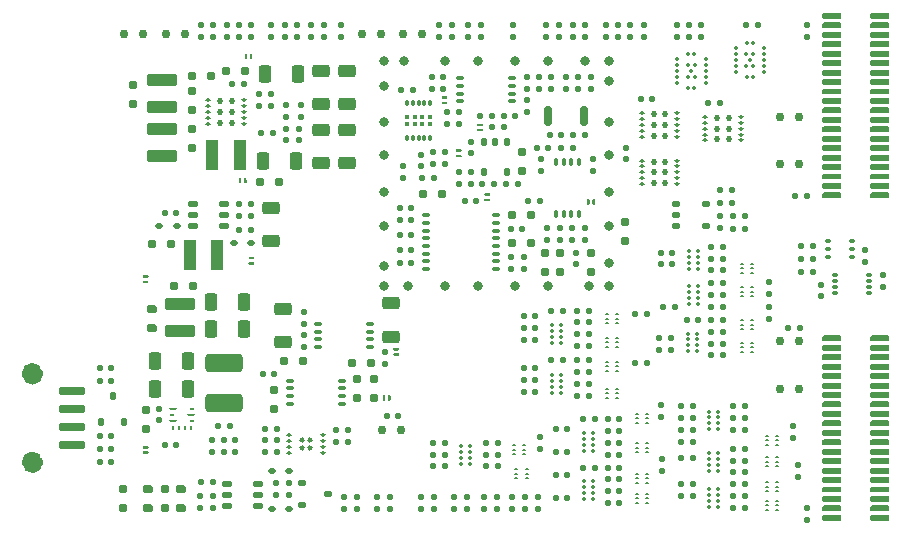
<source format=gbr>
%TF.GenerationSoftware,Altium Limited,Altium Designer,25.4.2 (15)*%
G04 Layer_Color=8421504*
%FSLAX45Y45*%
%MOMM*%
%TF.SameCoordinates,EE14137D-E0DD-4410-96C1-A075B8BE80D9*%
%TF.FilePolarity,Positive*%
%TF.FileFunction,Paste,Top*%
%TF.Part,Single*%
G01*
G75*
%TA.AperFunction,SMDPad,CuDef*%
G04:AMPARAMS|DCode=50|XSize=2.2mm|YSize=0.7mm|CornerRadius=0.175mm|HoleSize=0mm|Usage=FLASHONLY|Rotation=180.000|XOffset=0mm|YOffset=0mm|HoleType=Round|Shape=RoundedRectangle|*
%AMROUNDEDRECTD50*
21,1,2.20000,0.35000,0,0,180.0*
21,1,1.85000,0.70000,0,0,180.0*
1,1,0.35000,-0.92500,0.17500*
1,1,0.35000,0.92500,0.17500*
1,1,0.35000,0.92500,-0.17500*
1,1,0.35000,-0.92500,-0.17500*
%
%ADD50ROUNDEDRECTD50*%
G04:AMPARAMS|DCode=108|XSize=1.45862mm|YSize=1.05862mm|CornerRadius=0.21681mm|HoleSize=0mm|Usage=FLASHONLY|Rotation=0.000|XOffset=0mm|YOffset=0mm|HoleType=Round|Shape=RoundedRectangle|*
%AMROUNDEDRECTD108*
21,1,1.45862,0.62500,0,0,0.0*
21,1,1.02500,1.05862,0,0,0.0*
1,1,0.43362,0.51250,-0.31250*
1,1,0.43362,-0.51250,-0.31250*
1,1,0.43362,-0.51250,0.31250*
1,1,0.43362,0.51250,0.31250*
%
%ADD108ROUNDEDRECTD108*%
G04:AMPARAMS|DCode=109|XSize=1.45862mm|YSize=1.05862mm|CornerRadius=0.21681mm|HoleSize=0mm|Usage=FLASHONLY|Rotation=90.000|XOffset=0mm|YOffset=0mm|HoleType=Round|Shape=RoundedRectangle|*
%AMROUNDEDRECTD109*
21,1,1.45862,0.62500,0,0,90.0*
21,1,1.02500,1.05862,0,0,90.0*
1,1,0.43362,0.31250,0.51250*
1,1,0.43362,0.31250,-0.51250*
1,1,0.43362,-0.31250,-0.51250*
1,1,0.43362,-0.31250,0.51250*
%
%ADD109ROUNDEDRECTD109*%
%TA.AperFunction,NonConductor*%
%ADD112C,0.24000*%
%ADD113C,0.90000*%
%TA.AperFunction,OtherPad,Free Pad (54.74mm,10.18mm)*%
G04:AMPARAMS|DCode=114|XSize=0.3mm|YSize=0.21mm|CornerRadius=0.0945mm|HoleSize=0mm|Usage=FLASHONLY|Rotation=0.000|XOffset=0mm|YOffset=0mm|HoleType=Round|Shape=RoundedRectangle|*
%AMROUNDEDRECTD114*
21,1,0.30000,0.02100,0,0,0.0*
21,1,0.11100,0.21000,0,0,0.0*
1,1,0.18900,0.05550,-0.01050*
1,1,0.18900,-0.05550,-0.01050*
1,1,0.18900,-0.05550,0.01050*
1,1,0.18900,0.05550,0.01050*
%
%ADD114ROUNDEDRECTD114*%
%TA.AperFunction,OtherPad,Free Pad (54.74mm,9.8mm)*%
G04:AMPARAMS|DCode=115|XSize=0.3mm|YSize=0.21mm|CornerRadius=0.0945mm|HoleSize=0mm|Usage=FLASHONLY|Rotation=0.000|XOffset=0mm|YOffset=0mm|HoleType=Round|Shape=RoundedRectangle|*
%AMROUNDEDRECTD115*
21,1,0.30000,0.02100,0,0,0.0*
21,1,0.11100,0.21000,0,0,0.0*
1,1,0.18900,0.05550,-0.01050*
1,1,0.18900,-0.05550,-0.01050*
1,1,0.18900,-0.05550,0.01050*
1,1,0.18900,0.05550,0.01050*
%
%ADD115ROUNDEDRECTD115*%
%TA.AperFunction,OtherPad,Free Pad (54.74mm,9.42mm)*%
G04:AMPARAMS|DCode=116|XSize=0.3mm|YSize=0.21mm|CornerRadius=0.0945mm|HoleSize=0mm|Usage=FLASHONLY|Rotation=0.000|XOffset=0mm|YOffset=0mm|HoleType=Round|Shape=RoundedRectangle|*
%AMROUNDEDRECTD116*
21,1,0.30000,0.02100,0,0,0.0*
21,1,0.11100,0.21000,0,0,0.0*
1,1,0.18900,0.05550,-0.01050*
1,1,0.18900,-0.05550,-0.01050*
1,1,0.18900,-0.05550,0.01050*
1,1,0.18900,0.05550,0.01050*
%
%ADD116ROUNDEDRECTD116*%
%TA.AperFunction,OtherPad,Free Pad (53.86mm,9.42mm)*%
G04:AMPARAMS|DCode=117|XSize=0.3mm|YSize=0.21mm|CornerRadius=0.0945mm|HoleSize=0mm|Usage=FLASHONLY|Rotation=0.000|XOffset=0mm|YOffset=0mm|HoleType=Round|Shape=RoundedRectangle|*
%AMROUNDEDRECTD117*
21,1,0.30000,0.02100,0,0,0.0*
21,1,0.11100,0.21000,0,0,0.0*
1,1,0.18900,0.05550,-0.01050*
1,1,0.18900,-0.05550,-0.01050*
1,1,0.18900,-0.05550,0.01050*
1,1,0.18900,0.05550,0.01050*
%
%ADD117ROUNDEDRECTD117*%
%TA.AperFunction,OtherPad,Free Pad (53.86mm,9.8mm)*%
G04:AMPARAMS|DCode=118|XSize=0.3mm|YSize=0.21mm|CornerRadius=0.0945mm|HoleSize=0mm|Usage=FLASHONLY|Rotation=0.000|XOffset=0mm|YOffset=0mm|HoleType=Round|Shape=RoundedRectangle|*
%AMROUNDEDRECTD118*
21,1,0.30000,0.02100,0,0,0.0*
21,1,0.11100,0.21000,0,0,0.0*
1,1,0.18900,0.05550,-0.01050*
1,1,0.18900,-0.05550,-0.01050*
1,1,0.18900,-0.05550,0.01050*
1,1,0.18900,0.05550,0.01050*
%
%ADD118ROUNDEDRECTD118*%
%TA.AperFunction,OtherPad,Free Pad (53.86mm,10.18mm)*%
G04:AMPARAMS|DCode=119|XSize=0.3mm|YSize=0.21mm|CornerRadius=0.0945mm|HoleSize=0mm|Usage=FLASHONLY|Rotation=0.000|XOffset=0mm|YOffset=0mm|HoleType=Round|Shape=RoundedRectangle|*
%AMROUNDEDRECTD119*
21,1,0.30000,0.02100,0,0,0.0*
21,1,0.11100,0.21000,0,0,0.0*
1,1,0.18900,0.05550,-0.01050*
1,1,0.18900,-0.05550,-0.01050*
1,1,0.18900,-0.05550,0.01050*
1,1,0.18900,0.05550,0.01050*
%
%ADD119ROUNDEDRECTD119*%
%TA.AperFunction,OtherPad,Free Pad (64.94mm,8.08mm)*%
G04:AMPARAMS|DCode=120|XSize=0.3mm|YSize=0.21mm|CornerRadius=0.0945mm|HoleSize=0mm|Usage=FLASHONLY|Rotation=0.000|XOffset=0mm|YOffset=0mm|HoleType=Round|Shape=RoundedRectangle|*
%AMROUNDEDRECTD120*
21,1,0.30000,0.02100,0,0,0.0*
21,1,0.11100,0.21000,0,0,0.0*
1,1,0.18900,0.05550,-0.01050*
1,1,0.18900,-0.05550,-0.01050*
1,1,0.18900,-0.05550,0.01050*
1,1,0.18900,0.05550,0.01050*
%
%ADD120ROUNDEDRECTD120*%
%TA.AperFunction,OtherPad,Free Pad (64.94mm,7.7mm)*%
G04:AMPARAMS|DCode=121|XSize=0.3mm|YSize=0.21mm|CornerRadius=0.0945mm|HoleSize=0mm|Usage=FLASHONLY|Rotation=0.000|XOffset=0mm|YOffset=0mm|HoleType=Round|Shape=RoundedRectangle|*
%AMROUNDEDRECTD121*
21,1,0.30000,0.02100,0,0,0.0*
21,1,0.11100,0.21000,0,0,0.0*
1,1,0.18900,0.05550,-0.01050*
1,1,0.18900,-0.05550,-0.01050*
1,1,0.18900,-0.05550,0.01050*
1,1,0.18900,0.05550,0.01050*
%
%ADD121ROUNDEDRECTD121*%
%TA.AperFunction,OtherPad,Free Pad (64.94mm,7.32mm)*%
G04:AMPARAMS|DCode=122|XSize=0.3mm|YSize=0.21mm|CornerRadius=0.0945mm|HoleSize=0mm|Usage=FLASHONLY|Rotation=0.000|XOffset=0mm|YOffset=0mm|HoleType=Round|Shape=RoundedRectangle|*
%AMROUNDEDRECTD122*
21,1,0.30000,0.02100,0,0,0.0*
21,1,0.11100,0.21000,0,0,0.0*
1,1,0.18900,0.05550,-0.01050*
1,1,0.18900,-0.05550,-0.01050*
1,1,0.18900,-0.05550,0.01050*
1,1,0.18900,0.05550,0.01050*
%
%ADD122ROUNDEDRECTD122*%
%TA.AperFunction,OtherPad,Free Pad (64.06mm,7.32mm)*%
G04:AMPARAMS|DCode=123|XSize=0.3mm|YSize=0.21mm|CornerRadius=0.0945mm|HoleSize=0mm|Usage=FLASHONLY|Rotation=0.000|XOffset=0mm|YOffset=0mm|HoleType=Round|Shape=RoundedRectangle|*
%AMROUNDEDRECTD123*
21,1,0.30000,0.02100,0,0,0.0*
21,1,0.11100,0.21000,0,0,0.0*
1,1,0.18900,0.05550,-0.01050*
1,1,0.18900,-0.05550,-0.01050*
1,1,0.18900,-0.05550,0.01050*
1,1,0.18900,0.05550,0.01050*
%
%ADD123ROUNDEDRECTD123*%
%TA.AperFunction,OtherPad,Free Pad (64.06mm,7.7mm)*%
G04:AMPARAMS|DCode=124|XSize=0.3mm|YSize=0.21mm|CornerRadius=0.0945mm|HoleSize=0mm|Usage=FLASHONLY|Rotation=0.000|XOffset=0mm|YOffset=0mm|HoleType=Round|Shape=RoundedRectangle|*
%AMROUNDEDRECTD124*
21,1,0.30000,0.02100,0,0,0.0*
21,1,0.11100,0.21000,0,0,0.0*
1,1,0.18900,0.05550,-0.01050*
1,1,0.18900,-0.05550,-0.01050*
1,1,0.18900,-0.05550,0.01050*
1,1,0.18900,0.05550,0.01050*
%
%ADD124ROUNDEDRECTD124*%
%TA.AperFunction,OtherPad,Free Pad (64.06mm,8.08mm)*%
G04:AMPARAMS|DCode=125|XSize=0.3mm|YSize=0.21mm|CornerRadius=0.0945mm|HoleSize=0mm|Usage=FLASHONLY|Rotation=0.000|XOffset=0mm|YOffset=0mm|HoleType=Round|Shape=RoundedRectangle|*
%AMROUNDEDRECTD125*
21,1,0.30000,0.02100,0,0,0.0*
21,1,0.11100,0.21000,0,0,0.0*
1,1,0.18900,0.05550,-0.01050*
1,1,0.18900,-0.05550,-0.01050*
1,1,0.18900,-0.05550,0.01050*
1,1,0.18900,0.05550,0.01050*
%
%ADD125ROUNDEDRECTD125*%
%TA.AperFunction,OtherPad,Free Pad (62.44mm,21.28mm)*%
G04:AMPARAMS|DCode=126|XSize=0.3mm|YSize=0.21mm|CornerRadius=0.0945mm|HoleSize=0mm|Usage=FLASHONLY|Rotation=0.000|XOffset=0mm|YOffset=0mm|HoleType=Round|Shape=RoundedRectangle|*
%AMROUNDEDRECTD126*
21,1,0.30000,0.02100,0,0,0.0*
21,1,0.11100,0.21000,0,0,0.0*
1,1,0.18900,0.05550,-0.01050*
1,1,0.18900,-0.05550,-0.01050*
1,1,0.18900,-0.05550,0.01050*
1,1,0.18900,0.05550,0.01050*
%
%ADD126ROUNDEDRECTD126*%
%TA.AperFunction,OtherPad,Free Pad (62.44mm,20.9mm)*%
G04:AMPARAMS|DCode=127|XSize=0.3mm|YSize=0.21mm|CornerRadius=0.0945mm|HoleSize=0mm|Usage=FLASHONLY|Rotation=0.000|XOffset=0mm|YOffset=0mm|HoleType=Round|Shape=RoundedRectangle|*
%AMROUNDEDRECTD127*
21,1,0.30000,0.02100,0,0,0.0*
21,1,0.11100,0.21000,0,0,0.0*
1,1,0.18900,0.05550,-0.01050*
1,1,0.18900,-0.05550,-0.01050*
1,1,0.18900,-0.05550,0.01050*
1,1,0.18900,0.05550,0.01050*
%
%ADD127ROUNDEDRECTD127*%
%TA.AperFunction,OtherPad,Free Pad (62.44mm,20.52mm)*%
G04:AMPARAMS|DCode=128|XSize=0.3mm|YSize=0.21mm|CornerRadius=0.0945mm|HoleSize=0mm|Usage=FLASHONLY|Rotation=0.000|XOffset=0mm|YOffset=0mm|HoleType=Round|Shape=RoundedRectangle|*
%AMROUNDEDRECTD128*
21,1,0.30000,0.02100,0,0,0.0*
21,1,0.11100,0.21000,0,0,0.0*
1,1,0.18900,0.05550,-0.01050*
1,1,0.18900,-0.05550,-0.01050*
1,1,0.18900,-0.05550,0.01050*
1,1,0.18900,0.05550,0.01050*
%
%ADD128ROUNDEDRECTD128*%
%TA.AperFunction,OtherPad,Free Pad (61.56mm,20.52mm)*%
G04:AMPARAMS|DCode=129|XSize=0.3mm|YSize=0.21mm|CornerRadius=0.0945mm|HoleSize=0mm|Usage=FLASHONLY|Rotation=0.000|XOffset=0mm|YOffset=0mm|HoleType=Round|Shape=RoundedRectangle|*
%AMROUNDEDRECTD129*
21,1,0.30000,0.02100,0,0,0.0*
21,1,0.11100,0.21000,0,0,0.0*
1,1,0.18900,0.05550,-0.01050*
1,1,0.18900,-0.05550,-0.01050*
1,1,0.18900,-0.05550,0.01050*
1,1,0.18900,0.05550,0.01050*
%
%ADD129ROUNDEDRECTD129*%
%TA.AperFunction,OtherPad,Free Pad (61.56mm,20.9mm)*%
G04:AMPARAMS|DCode=130|XSize=0.3mm|YSize=0.21mm|CornerRadius=0.0945mm|HoleSize=0mm|Usage=FLASHONLY|Rotation=0.000|XOffset=0mm|YOffset=0mm|HoleType=Round|Shape=RoundedRectangle|*
%AMROUNDEDRECTD130*
21,1,0.30000,0.02100,0,0,0.0*
21,1,0.11100,0.21000,0,0,0.0*
1,1,0.18900,0.05550,-0.01050*
1,1,0.18900,-0.05550,-0.01050*
1,1,0.18900,-0.05550,0.01050*
1,1,0.18900,0.05550,0.01050*
%
%ADD130ROUNDEDRECTD130*%
%TA.AperFunction,OtherPad,Free Pad (61.56mm,21.28mm)*%
G04:AMPARAMS|DCode=131|XSize=0.3mm|YSize=0.21mm|CornerRadius=0.0945mm|HoleSize=0mm|Usage=FLASHONLY|Rotation=0.000|XOffset=0mm|YOffset=0mm|HoleType=Round|Shape=RoundedRectangle|*
%AMROUNDEDRECTD131*
21,1,0.30000,0.02100,0,0,0.0*
21,1,0.11100,0.21000,0,0,0.0*
1,1,0.18900,0.05550,-0.01050*
1,1,0.18900,-0.05550,-0.01050*
1,1,0.18900,-0.05550,0.01050*
1,1,0.18900,0.05550,0.01050*
%
%ADD131ROUNDEDRECTD131*%
%TA.AperFunction,OtherPad,Free Pad (54.54mm,12.18mm)*%
G04:AMPARAMS|DCode=132|XSize=0.3mm|YSize=0.21mm|CornerRadius=0.0945mm|HoleSize=0mm|Usage=FLASHONLY|Rotation=0.000|XOffset=0mm|YOffset=0mm|HoleType=Round|Shape=RoundedRectangle|*
%AMROUNDEDRECTD132*
21,1,0.30000,0.02100,0,0,0.0*
21,1,0.11100,0.21000,0,0,0.0*
1,1,0.18900,0.05550,-0.01050*
1,1,0.18900,-0.05550,-0.01050*
1,1,0.18900,-0.05550,0.01050*
1,1,0.18900,0.05550,0.01050*
%
%ADD132ROUNDEDRECTD132*%
%TA.AperFunction,OtherPad,Free Pad (54.54mm,11.8mm)*%
G04:AMPARAMS|DCode=133|XSize=0.3mm|YSize=0.21mm|CornerRadius=0.0945mm|HoleSize=0mm|Usage=FLASHONLY|Rotation=0.000|XOffset=0mm|YOffset=0mm|HoleType=Round|Shape=RoundedRectangle|*
%AMROUNDEDRECTD133*
21,1,0.30000,0.02100,0,0,0.0*
21,1,0.11100,0.21000,0,0,0.0*
1,1,0.18900,0.05550,-0.01050*
1,1,0.18900,-0.05550,-0.01050*
1,1,0.18900,-0.05550,0.01050*
1,1,0.18900,0.05550,0.01050*
%
%ADD133ROUNDEDRECTD133*%
%TA.AperFunction,OtherPad,Free Pad (54.54mm,11.42mm)*%
G04:AMPARAMS|DCode=134|XSize=0.3mm|YSize=0.21mm|CornerRadius=0.0945mm|HoleSize=0mm|Usage=FLASHONLY|Rotation=0.000|XOffset=0mm|YOffset=0mm|HoleType=Round|Shape=RoundedRectangle|*
%AMROUNDEDRECTD134*
21,1,0.30000,0.02100,0,0,0.0*
21,1,0.11100,0.21000,0,0,0.0*
1,1,0.18900,0.05550,-0.01050*
1,1,0.18900,-0.05550,-0.01050*
1,1,0.18900,-0.05550,0.01050*
1,1,0.18900,0.05550,0.01050*
%
%ADD134ROUNDEDRECTD134*%
%TA.AperFunction,OtherPad,Free Pad (53.66mm,11.42mm)*%
G04:AMPARAMS|DCode=135|XSize=0.3mm|YSize=0.21mm|CornerRadius=0.0945mm|HoleSize=0mm|Usage=FLASHONLY|Rotation=0.000|XOffset=0mm|YOffset=0mm|HoleType=Round|Shape=RoundedRectangle|*
%AMROUNDEDRECTD135*
21,1,0.30000,0.02100,0,0,0.0*
21,1,0.11100,0.21000,0,0,0.0*
1,1,0.18900,0.05550,-0.01050*
1,1,0.18900,-0.05550,-0.01050*
1,1,0.18900,-0.05550,0.01050*
1,1,0.18900,0.05550,0.01050*
%
%ADD135ROUNDEDRECTD135*%
%TA.AperFunction,OtherPad,Free Pad (53.66mm,11.8mm)*%
G04:AMPARAMS|DCode=136|XSize=0.3mm|YSize=0.21mm|CornerRadius=0.0945mm|HoleSize=0mm|Usage=FLASHONLY|Rotation=0.000|XOffset=0mm|YOffset=0mm|HoleType=Round|Shape=RoundedRectangle|*
%AMROUNDEDRECTD136*
21,1,0.30000,0.02100,0,0,0.0*
21,1,0.11100,0.21000,0,0,0.0*
1,1,0.18900,0.05550,-0.01050*
1,1,0.18900,-0.05550,-0.01050*
1,1,0.18900,-0.05550,0.01050*
1,1,0.18900,0.05550,0.01050*
%
%ADD136ROUNDEDRECTD136*%
%TA.AperFunction,OtherPad,Free Pad (53.66mm,12.18mm)*%
G04:AMPARAMS|DCode=137|XSize=0.3mm|YSize=0.21mm|CornerRadius=0.0945mm|HoleSize=0mm|Usage=FLASHONLY|Rotation=0.000|XOffset=0mm|YOffset=0mm|HoleType=Round|Shape=RoundedRectangle|*
%AMROUNDEDRECTD137*
21,1,0.30000,0.02100,0,0,0.0*
21,1,0.11100,0.21000,0,0,0.0*
1,1,0.18900,0.05550,-0.01050*
1,1,0.18900,-0.05550,-0.01050*
1,1,0.18900,-0.05550,0.01050*
1,1,0.18900,0.05550,0.01050*
%
%ADD137ROUNDEDRECTD137*%
%TA.AperFunction,OtherPad,Free Pad (64.94mm,9.78mm)*%
G04:AMPARAMS|DCode=138|XSize=0.3mm|YSize=0.21mm|CornerRadius=0.0945mm|HoleSize=0mm|Usage=FLASHONLY|Rotation=0.000|XOffset=0mm|YOffset=0mm|HoleType=Round|Shape=RoundedRectangle|*
%AMROUNDEDRECTD138*
21,1,0.30000,0.02100,0,0,0.0*
21,1,0.11100,0.21000,0,0,0.0*
1,1,0.18900,0.05550,-0.01050*
1,1,0.18900,-0.05550,-0.01050*
1,1,0.18900,-0.05550,0.01050*
1,1,0.18900,0.05550,0.01050*
%
%ADD138ROUNDEDRECTD138*%
%TA.AperFunction,OtherPad,Free Pad (64.94mm,9.4mm)*%
G04:AMPARAMS|DCode=139|XSize=0.3mm|YSize=0.21mm|CornerRadius=0.0945mm|HoleSize=0mm|Usage=FLASHONLY|Rotation=0.000|XOffset=0mm|YOffset=0mm|HoleType=Round|Shape=RoundedRectangle|*
%AMROUNDEDRECTD139*
21,1,0.30000,0.02100,0,0,0.0*
21,1,0.11100,0.21000,0,0,0.0*
1,1,0.18900,0.05550,-0.01050*
1,1,0.18900,-0.05550,-0.01050*
1,1,0.18900,-0.05550,0.01050*
1,1,0.18900,0.05550,0.01050*
%
%ADD139ROUNDEDRECTD139*%
%TA.AperFunction,OtherPad,Free Pad (64.94mm,9.02mm)*%
G04:AMPARAMS|DCode=140|XSize=0.3mm|YSize=0.21mm|CornerRadius=0.0945mm|HoleSize=0mm|Usage=FLASHONLY|Rotation=0.000|XOffset=0mm|YOffset=0mm|HoleType=Round|Shape=RoundedRectangle|*
%AMROUNDEDRECTD140*
21,1,0.30000,0.02100,0,0,0.0*
21,1,0.11100,0.21000,0,0,0.0*
1,1,0.18900,0.05550,-0.01050*
1,1,0.18900,-0.05550,-0.01050*
1,1,0.18900,-0.05550,0.01050*
1,1,0.18900,0.05550,0.01050*
%
%ADD140ROUNDEDRECTD140*%
%TA.AperFunction,OtherPad,Free Pad (64.06mm,9.02mm)*%
G04:AMPARAMS|DCode=141|XSize=0.3mm|YSize=0.21mm|CornerRadius=0.0945mm|HoleSize=0mm|Usage=FLASHONLY|Rotation=0.000|XOffset=0mm|YOffset=0mm|HoleType=Round|Shape=RoundedRectangle|*
%AMROUNDEDRECTD141*
21,1,0.30000,0.02100,0,0,0.0*
21,1,0.11100,0.21000,0,0,0.0*
1,1,0.18900,0.05550,-0.01050*
1,1,0.18900,-0.05550,-0.01050*
1,1,0.18900,-0.05550,0.01050*
1,1,0.18900,0.05550,0.01050*
%
%ADD141ROUNDEDRECTD141*%
%TA.AperFunction,OtherPad,Free Pad (64.06mm,9.4mm)*%
G04:AMPARAMS|DCode=142|XSize=0.3mm|YSize=0.21mm|CornerRadius=0.0945mm|HoleSize=0mm|Usage=FLASHONLY|Rotation=0.000|XOffset=0mm|YOffset=0mm|HoleType=Round|Shape=RoundedRectangle|*
%AMROUNDEDRECTD142*
21,1,0.30000,0.02100,0,0,0.0*
21,1,0.11100,0.21000,0,0,0.0*
1,1,0.18900,0.05550,-0.01050*
1,1,0.18900,-0.05550,-0.01050*
1,1,0.18900,-0.05550,0.01050*
1,1,0.18900,0.05550,0.01050*
%
%ADD142ROUNDEDRECTD142*%
%TA.AperFunction,OtherPad,Free Pad (64.06mm,9.78mm)*%
G04:AMPARAMS|DCode=143|XSize=0.3mm|YSize=0.21mm|CornerRadius=0.0945mm|HoleSize=0mm|Usage=FLASHONLY|Rotation=0.000|XOffset=0mm|YOffset=0mm|HoleType=Round|Shape=RoundedRectangle|*
%AMROUNDEDRECTD143*
21,1,0.30000,0.02100,0,0,0.0*
21,1,0.11100,0.21000,0,0,0.0*
1,1,0.18900,0.05550,-0.01050*
1,1,0.18900,-0.05550,-0.01050*
1,1,0.18900,-0.05550,0.01050*
1,1,0.18900,0.05550,0.01050*
%
%ADD143ROUNDEDRECTD143*%
%TA.AperFunction,OtherPad,Free Pad (62.44mm,23.28mm)*%
G04:AMPARAMS|DCode=144|XSize=0.3mm|YSize=0.21mm|CornerRadius=0.0945mm|HoleSize=0mm|Usage=FLASHONLY|Rotation=0.000|XOffset=0mm|YOffset=0mm|HoleType=Round|Shape=RoundedRectangle|*
%AMROUNDEDRECTD144*
21,1,0.30000,0.02100,0,0,0.0*
21,1,0.11100,0.21000,0,0,0.0*
1,1,0.18900,0.05550,-0.01050*
1,1,0.18900,-0.05550,-0.01050*
1,1,0.18900,-0.05550,0.01050*
1,1,0.18900,0.05550,0.01050*
%
%ADD144ROUNDEDRECTD144*%
%TA.AperFunction,OtherPad,Free Pad (62.44mm,22.9mm)*%
G04:AMPARAMS|DCode=145|XSize=0.3mm|YSize=0.21mm|CornerRadius=0.0945mm|HoleSize=0mm|Usage=FLASHONLY|Rotation=0.000|XOffset=0mm|YOffset=0mm|HoleType=Round|Shape=RoundedRectangle|*
%AMROUNDEDRECTD145*
21,1,0.30000,0.02100,0,0,0.0*
21,1,0.11100,0.21000,0,0,0.0*
1,1,0.18900,0.05550,-0.01050*
1,1,0.18900,-0.05550,-0.01050*
1,1,0.18900,-0.05550,0.01050*
1,1,0.18900,0.05550,0.01050*
%
%ADD145ROUNDEDRECTD145*%
%TA.AperFunction,OtherPad,Free Pad (62.44mm,22.52mm)*%
G04:AMPARAMS|DCode=146|XSize=0.3mm|YSize=0.21mm|CornerRadius=0.0945mm|HoleSize=0mm|Usage=FLASHONLY|Rotation=0.000|XOffset=0mm|YOffset=0mm|HoleType=Round|Shape=RoundedRectangle|*
%AMROUNDEDRECTD146*
21,1,0.30000,0.02100,0,0,0.0*
21,1,0.11100,0.21000,0,0,0.0*
1,1,0.18900,0.05550,-0.01050*
1,1,0.18900,-0.05550,-0.01050*
1,1,0.18900,-0.05550,0.01050*
1,1,0.18900,0.05550,0.01050*
%
%ADD146ROUNDEDRECTD146*%
%TA.AperFunction,OtherPad,Free Pad (61.56mm,22.52mm)*%
G04:AMPARAMS|DCode=147|XSize=0.3mm|YSize=0.21mm|CornerRadius=0.0945mm|HoleSize=0mm|Usage=FLASHONLY|Rotation=0.000|XOffset=0mm|YOffset=0mm|HoleType=Round|Shape=RoundedRectangle|*
%AMROUNDEDRECTD147*
21,1,0.30000,0.02100,0,0,0.0*
21,1,0.11100,0.21000,0,0,0.0*
1,1,0.18900,0.05550,-0.01050*
1,1,0.18900,-0.05550,-0.01050*
1,1,0.18900,-0.05550,0.01050*
1,1,0.18900,0.05550,0.01050*
%
%ADD147ROUNDEDRECTD147*%
%TA.AperFunction,OtherPad,Free Pad (61.56mm,22.9mm)*%
G04:AMPARAMS|DCode=148|XSize=0.3mm|YSize=0.21mm|CornerRadius=0.0945mm|HoleSize=0mm|Usage=FLASHONLY|Rotation=0.000|XOffset=0mm|YOffset=0mm|HoleType=Round|Shape=RoundedRectangle|*
%AMROUNDEDRECTD148*
21,1,0.30000,0.02100,0,0,0.0*
21,1,0.11100,0.21000,0,0,0.0*
1,1,0.18900,0.05550,-0.01050*
1,1,0.18900,-0.05550,-0.01050*
1,1,0.18900,-0.05550,0.01050*
1,1,0.18900,0.05550,0.01050*
%
%ADD148ROUNDEDRECTD148*%
%TA.AperFunction,OtherPad,Free Pad (61.56mm,23.28mm)*%
G04:AMPARAMS|DCode=149|XSize=0.3mm|YSize=0.21mm|CornerRadius=0.0945mm|HoleSize=0mm|Usage=FLASHONLY|Rotation=0.000|XOffset=0mm|YOffset=0mm|HoleType=Round|Shape=RoundedRectangle|*
%AMROUNDEDRECTD149*
21,1,0.30000,0.02100,0,0,0.0*
21,1,0.11100,0.21000,0,0,0.0*
1,1,0.18900,0.05550,-0.01050*
1,1,0.18900,-0.05550,-0.01050*
1,1,0.18900,-0.05550,0.01050*
1,1,0.18900,0.05550,0.01050*
%
%ADD149ROUNDEDRECTD149*%
%TA.AperFunction,OtherPad,Free Pad (75.94mm,7.48mm)*%
G04:AMPARAMS|DCode=150|XSize=0.3mm|YSize=0.21mm|CornerRadius=0.0945mm|HoleSize=0mm|Usage=FLASHONLY|Rotation=0.000|XOffset=0mm|YOffset=0mm|HoleType=Round|Shape=RoundedRectangle|*
%AMROUNDEDRECTD150*
21,1,0.30000,0.02100,0,0,0.0*
21,1,0.11100,0.21000,0,0,0.0*
1,1,0.18900,0.05550,-0.01050*
1,1,0.18900,-0.05550,-0.01050*
1,1,0.18900,-0.05550,0.01050*
1,1,0.18900,0.05550,0.01050*
%
%ADD150ROUNDEDRECTD150*%
%TA.AperFunction,OtherPad,Free Pad (75.94mm,7.1mm)*%
G04:AMPARAMS|DCode=151|XSize=0.3mm|YSize=0.21mm|CornerRadius=0.0945mm|HoleSize=0mm|Usage=FLASHONLY|Rotation=0.000|XOffset=0mm|YOffset=0mm|HoleType=Round|Shape=RoundedRectangle|*
%AMROUNDEDRECTD151*
21,1,0.30000,0.02100,0,0,0.0*
21,1,0.11100,0.21000,0,0,0.0*
1,1,0.18900,0.05550,-0.01050*
1,1,0.18900,-0.05550,-0.01050*
1,1,0.18900,-0.05550,0.01050*
1,1,0.18900,0.05550,0.01050*
%
%ADD151ROUNDEDRECTD151*%
%TA.AperFunction,OtherPad,Free Pad (75.94mm,6.72mm)*%
G04:AMPARAMS|DCode=152|XSize=0.3mm|YSize=0.21mm|CornerRadius=0.0945mm|HoleSize=0mm|Usage=FLASHONLY|Rotation=0.000|XOffset=0mm|YOffset=0mm|HoleType=Round|Shape=RoundedRectangle|*
%AMROUNDEDRECTD152*
21,1,0.30000,0.02100,0,0,0.0*
21,1,0.11100,0.21000,0,0,0.0*
1,1,0.18900,0.05550,-0.01050*
1,1,0.18900,-0.05550,-0.01050*
1,1,0.18900,-0.05550,0.01050*
1,1,0.18900,0.05550,0.01050*
%
%ADD152ROUNDEDRECTD152*%
%TA.AperFunction,OtherPad,Free Pad (75.06mm,6.72mm)*%
G04:AMPARAMS|DCode=153|XSize=0.3mm|YSize=0.21mm|CornerRadius=0.0945mm|HoleSize=0mm|Usage=FLASHONLY|Rotation=0.000|XOffset=0mm|YOffset=0mm|HoleType=Round|Shape=RoundedRectangle|*
%AMROUNDEDRECTD153*
21,1,0.30000,0.02100,0,0,0.0*
21,1,0.11100,0.21000,0,0,0.0*
1,1,0.18900,0.05550,-0.01050*
1,1,0.18900,-0.05550,-0.01050*
1,1,0.18900,-0.05550,0.01050*
1,1,0.18900,0.05550,0.01050*
%
%ADD153ROUNDEDRECTD153*%
%TA.AperFunction,OtherPad,Free Pad (75.06mm,7.1mm)*%
G04:AMPARAMS|DCode=154|XSize=0.3mm|YSize=0.21mm|CornerRadius=0.0945mm|HoleSize=0mm|Usage=FLASHONLY|Rotation=0.000|XOffset=0mm|YOffset=0mm|HoleType=Round|Shape=RoundedRectangle|*
%AMROUNDEDRECTD154*
21,1,0.30000,0.02100,0,0,0.0*
21,1,0.11100,0.21000,0,0,0.0*
1,1,0.18900,0.05550,-0.01050*
1,1,0.18900,-0.05550,-0.01050*
1,1,0.18900,-0.05550,0.01050*
1,1,0.18900,0.05550,0.01050*
%
%ADD154ROUNDEDRECTD154*%
%TA.AperFunction,OtherPad,Free Pad (75.06mm,7.48mm)*%
G04:AMPARAMS|DCode=155|XSize=0.3mm|YSize=0.21mm|CornerRadius=0.0945mm|HoleSize=0mm|Usage=FLASHONLY|Rotation=0.000|XOffset=0mm|YOffset=0mm|HoleType=Round|Shape=RoundedRectangle|*
%AMROUNDEDRECTD155*
21,1,0.30000,0.02100,0,0,0.0*
21,1,0.11100,0.21000,0,0,0.0*
1,1,0.18900,0.05550,-0.01050*
1,1,0.18900,-0.05550,-0.01050*
1,1,0.18900,-0.05550,0.01050*
1,1,0.18900,0.05550,0.01050*
%
%ADD155ROUNDEDRECTD155*%
%TA.AperFunction,OtherPad,Free Pad (64.94mm,12.38mm)*%
G04:AMPARAMS|DCode=156|XSize=0.3mm|YSize=0.21mm|CornerRadius=0.0945mm|HoleSize=0mm|Usage=FLASHONLY|Rotation=0.000|XOffset=0mm|YOffset=0mm|HoleType=Round|Shape=RoundedRectangle|*
%AMROUNDEDRECTD156*
21,1,0.30000,0.02100,0,0,0.0*
21,1,0.11100,0.21000,0,0,0.0*
1,1,0.18900,0.05550,-0.01050*
1,1,0.18900,-0.05550,-0.01050*
1,1,0.18900,-0.05550,0.01050*
1,1,0.18900,0.05550,0.01050*
%
%ADD156ROUNDEDRECTD156*%
%TA.AperFunction,OtherPad,Free Pad (64.94mm,12mm)*%
G04:AMPARAMS|DCode=157|XSize=0.3mm|YSize=0.21mm|CornerRadius=0.0945mm|HoleSize=0mm|Usage=FLASHONLY|Rotation=0.000|XOffset=0mm|YOffset=0mm|HoleType=Round|Shape=RoundedRectangle|*
%AMROUNDEDRECTD157*
21,1,0.30000,0.02100,0,0,0.0*
21,1,0.11100,0.21000,0,0,0.0*
1,1,0.18900,0.05550,-0.01050*
1,1,0.18900,-0.05550,-0.01050*
1,1,0.18900,-0.05550,0.01050*
1,1,0.18900,0.05550,0.01050*
%
%ADD157ROUNDEDRECTD157*%
%TA.AperFunction,OtherPad,Free Pad (64.94mm,11.62mm)*%
G04:AMPARAMS|DCode=158|XSize=0.3mm|YSize=0.21mm|CornerRadius=0.0945mm|HoleSize=0mm|Usage=FLASHONLY|Rotation=0.000|XOffset=0mm|YOffset=0mm|HoleType=Round|Shape=RoundedRectangle|*
%AMROUNDEDRECTD158*
21,1,0.30000,0.02100,0,0,0.0*
21,1,0.11100,0.21000,0,0,0.0*
1,1,0.18900,0.05550,-0.01050*
1,1,0.18900,-0.05550,-0.01050*
1,1,0.18900,-0.05550,0.01050*
1,1,0.18900,0.05550,0.01050*
%
%ADD158ROUNDEDRECTD158*%
%TA.AperFunction,OtherPad,Free Pad (64.06mm,11.62mm)*%
G04:AMPARAMS|DCode=159|XSize=0.3mm|YSize=0.21mm|CornerRadius=0.0945mm|HoleSize=0mm|Usage=FLASHONLY|Rotation=0.000|XOffset=0mm|YOffset=0mm|HoleType=Round|Shape=RoundedRectangle|*
%AMROUNDEDRECTD159*
21,1,0.30000,0.02100,0,0,0.0*
21,1,0.11100,0.21000,0,0,0.0*
1,1,0.18900,0.05550,-0.01050*
1,1,0.18900,-0.05550,-0.01050*
1,1,0.18900,-0.05550,0.01050*
1,1,0.18900,0.05550,0.01050*
%
%ADD159ROUNDEDRECTD159*%
%TA.AperFunction,OtherPad,Free Pad (64.06mm,12mm)*%
G04:AMPARAMS|DCode=160|XSize=0.3mm|YSize=0.21mm|CornerRadius=0.0945mm|HoleSize=0mm|Usage=FLASHONLY|Rotation=0.000|XOffset=0mm|YOffset=0mm|HoleType=Round|Shape=RoundedRectangle|*
%AMROUNDEDRECTD160*
21,1,0.30000,0.02100,0,0,0.0*
21,1,0.11100,0.21000,0,0,0.0*
1,1,0.18900,0.05550,-0.01050*
1,1,0.18900,-0.05550,-0.01050*
1,1,0.18900,-0.05550,0.01050*
1,1,0.18900,0.05550,0.01050*
%
%ADD160ROUNDEDRECTD160*%
%TA.AperFunction,OtherPad,Free Pad (64.06mm,12.38mm)*%
G04:AMPARAMS|DCode=161|XSize=0.3mm|YSize=0.21mm|CornerRadius=0.0945mm|HoleSize=0mm|Usage=FLASHONLY|Rotation=0.000|XOffset=0mm|YOffset=0mm|HoleType=Round|Shape=RoundedRectangle|*
%AMROUNDEDRECTD161*
21,1,0.30000,0.02100,0,0,0.0*
21,1,0.11100,0.21000,0,0,0.0*
1,1,0.18900,0.05550,-0.01050*
1,1,0.18900,-0.05550,-0.01050*
1,1,0.18900,-0.05550,0.01050*
1,1,0.18900,0.05550,0.01050*
%
%ADD161ROUNDEDRECTD161*%
%TA.AperFunction,OtherPad,Free Pad (73.84mm,20.88mm)*%
G04:AMPARAMS|DCode=162|XSize=0.3mm|YSize=0.21mm|CornerRadius=0.0945mm|HoleSize=0mm|Usage=FLASHONLY|Rotation=0.000|XOffset=0mm|YOffset=0mm|HoleType=Round|Shape=RoundedRectangle|*
%AMROUNDEDRECTD162*
21,1,0.30000,0.02100,0,0,0.0*
21,1,0.11100,0.21000,0,0,0.0*
1,1,0.18900,0.05550,-0.01050*
1,1,0.18900,-0.05550,-0.01050*
1,1,0.18900,-0.05550,0.01050*
1,1,0.18900,0.05550,0.01050*
%
%ADD162ROUNDEDRECTD162*%
%TA.AperFunction,OtherPad,Free Pad (73.84mm,20.5mm)*%
G04:AMPARAMS|DCode=163|XSize=0.3mm|YSize=0.21mm|CornerRadius=0.0945mm|HoleSize=0mm|Usage=FLASHONLY|Rotation=0.000|XOffset=0mm|YOffset=0mm|HoleType=Round|Shape=RoundedRectangle|*
%AMROUNDEDRECTD163*
21,1,0.30000,0.02100,0,0,0.0*
21,1,0.11100,0.21000,0,0,0.0*
1,1,0.18900,0.05550,-0.01050*
1,1,0.18900,-0.05550,-0.01050*
1,1,0.18900,-0.05550,0.01050*
1,1,0.18900,0.05550,0.01050*
%
%ADD163ROUNDEDRECTD163*%
%TA.AperFunction,OtherPad,Free Pad (73.84mm,20.12mm)*%
G04:AMPARAMS|DCode=164|XSize=0.3mm|YSize=0.21mm|CornerRadius=0.0945mm|HoleSize=0mm|Usage=FLASHONLY|Rotation=0.000|XOffset=0mm|YOffset=0mm|HoleType=Round|Shape=RoundedRectangle|*
%AMROUNDEDRECTD164*
21,1,0.30000,0.02100,0,0,0.0*
21,1,0.11100,0.21000,0,0,0.0*
1,1,0.18900,0.05550,-0.01050*
1,1,0.18900,-0.05550,-0.01050*
1,1,0.18900,-0.05550,0.01050*
1,1,0.18900,0.05550,0.01050*
%
%ADD164ROUNDEDRECTD164*%
%TA.AperFunction,OtherPad,Free Pad (72.96mm,20.12mm)*%
G04:AMPARAMS|DCode=165|XSize=0.3mm|YSize=0.21mm|CornerRadius=0.0945mm|HoleSize=0mm|Usage=FLASHONLY|Rotation=0.000|XOffset=0mm|YOffset=0mm|HoleType=Round|Shape=RoundedRectangle|*
%AMROUNDEDRECTD165*
21,1,0.30000,0.02100,0,0,0.0*
21,1,0.11100,0.21000,0,0,0.0*
1,1,0.18900,0.05550,-0.01050*
1,1,0.18900,-0.05550,-0.01050*
1,1,0.18900,-0.05550,0.01050*
1,1,0.18900,0.05550,0.01050*
%
%ADD165ROUNDEDRECTD165*%
%TA.AperFunction,OtherPad,Free Pad (72.96mm,20.5mm)*%
G04:AMPARAMS|DCode=166|XSize=0.3mm|YSize=0.21mm|CornerRadius=0.0945mm|HoleSize=0mm|Usage=FLASHONLY|Rotation=0.000|XOffset=0mm|YOffset=0mm|HoleType=Round|Shape=RoundedRectangle|*
%AMROUNDEDRECTD166*
21,1,0.30000,0.02100,0,0,0.0*
21,1,0.11100,0.21000,0,0,0.0*
1,1,0.18900,0.05550,-0.01050*
1,1,0.18900,-0.05550,-0.01050*
1,1,0.18900,-0.05550,0.01050*
1,1,0.18900,0.05550,0.01050*
%
%ADD166ROUNDEDRECTD166*%
%TA.AperFunction,OtherPad,Free Pad (72.96mm,20.88mm)*%
G04:AMPARAMS|DCode=167|XSize=0.3mm|YSize=0.21mm|CornerRadius=0.0945mm|HoleSize=0mm|Usage=FLASHONLY|Rotation=0.000|XOffset=0mm|YOffset=0mm|HoleType=Round|Shape=RoundedRectangle|*
%AMROUNDEDRECTD167*
21,1,0.30000,0.02100,0,0,0.0*
21,1,0.11100,0.21000,0,0,0.0*
1,1,0.18900,0.05550,-0.01050*
1,1,0.18900,-0.05550,-0.01050*
1,1,0.18900,-0.05550,0.01050*
1,1,0.18900,0.05550,0.01050*
%
%ADD167ROUNDEDRECTD167*%
%TA.AperFunction,OtherPad,Free Pad (75.94mm,9.08mm)*%
G04:AMPARAMS|DCode=168|XSize=0.3mm|YSize=0.21mm|CornerRadius=0.0945mm|HoleSize=0mm|Usage=FLASHONLY|Rotation=0.000|XOffset=0mm|YOffset=0mm|HoleType=Round|Shape=RoundedRectangle|*
%AMROUNDEDRECTD168*
21,1,0.30000,0.02100,0,0,0.0*
21,1,0.11100,0.21000,0,0,0.0*
1,1,0.18900,0.05550,-0.01050*
1,1,0.18900,-0.05550,-0.01050*
1,1,0.18900,-0.05550,0.01050*
1,1,0.18900,0.05550,0.01050*
%
%ADD168ROUNDEDRECTD168*%
%TA.AperFunction,OtherPad,Free Pad (75.94mm,8.7mm)*%
G04:AMPARAMS|DCode=169|XSize=0.3mm|YSize=0.21mm|CornerRadius=0.0945mm|HoleSize=0mm|Usage=FLASHONLY|Rotation=0.000|XOffset=0mm|YOffset=0mm|HoleType=Round|Shape=RoundedRectangle|*
%AMROUNDEDRECTD169*
21,1,0.30000,0.02100,0,0,0.0*
21,1,0.11100,0.21000,0,0,0.0*
1,1,0.18900,0.05550,-0.01050*
1,1,0.18900,-0.05550,-0.01050*
1,1,0.18900,-0.05550,0.01050*
1,1,0.18900,0.05550,0.01050*
%
%ADD169ROUNDEDRECTD169*%
%TA.AperFunction,OtherPad,Free Pad (75.94mm,8.32mm)*%
G04:AMPARAMS|DCode=170|XSize=0.3mm|YSize=0.21mm|CornerRadius=0.0945mm|HoleSize=0mm|Usage=FLASHONLY|Rotation=0.000|XOffset=0mm|YOffset=0mm|HoleType=Round|Shape=RoundedRectangle|*
%AMROUNDEDRECTD170*
21,1,0.30000,0.02100,0,0,0.0*
21,1,0.11100,0.21000,0,0,0.0*
1,1,0.18900,0.05550,-0.01050*
1,1,0.18900,-0.05550,-0.01050*
1,1,0.18900,-0.05550,0.01050*
1,1,0.18900,0.05550,0.01050*
%
%ADD170ROUNDEDRECTD170*%
%TA.AperFunction,OtherPad,Free Pad (75.06mm,8.32mm)*%
G04:AMPARAMS|DCode=171|XSize=0.3mm|YSize=0.21mm|CornerRadius=0.0945mm|HoleSize=0mm|Usage=FLASHONLY|Rotation=0.000|XOffset=0mm|YOffset=0mm|HoleType=Round|Shape=RoundedRectangle|*
%AMROUNDEDRECTD171*
21,1,0.30000,0.02100,0,0,0.0*
21,1,0.11100,0.21000,0,0,0.0*
1,1,0.18900,0.05550,-0.01050*
1,1,0.18900,-0.05550,-0.01050*
1,1,0.18900,-0.05550,0.01050*
1,1,0.18900,0.05550,0.01050*
%
%ADD171ROUNDEDRECTD171*%
%TA.AperFunction,OtherPad,Free Pad (75.06mm,8.7mm)*%
G04:AMPARAMS|DCode=172|XSize=0.3mm|YSize=0.21mm|CornerRadius=0.0945mm|HoleSize=0mm|Usage=FLASHONLY|Rotation=0.000|XOffset=0mm|YOffset=0mm|HoleType=Round|Shape=RoundedRectangle|*
%AMROUNDEDRECTD172*
21,1,0.30000,0.02100,0,0,0.0*
21,1,0.11100,0.21000,0,0,0.0*
1,1,0.18900,0.05550,-0.01050*
1,1,0.18900,-0.05550,-0.01050*
1,1,0.18900,-0.05550,0.01050*
1,1,0.18900,0.05550,0.01050*
%
%ADD172ROUNDEDRECTD172*%
%TA.AperFunction,OtherPad,Free Pad (75.06mm,9.08mm)*%
G04:AMPARAMS|DCode=173|XSize=0.3mm|YSize=0.21mm|CornerRadius=0.0945mm|HoleSize=0mm|Usage=FLASHONLY|Rotation=0.000|XOffset=0mm|YOffset=0mm|HoleType=Round|Shape=RoundedRectangle|*
%AMROUNDEDRECTD173*
21,1,0.30000,0.02100,0,0,0.0*
21,1,0.11100,0.21000,0,0,0.0*
1,1,0.18900,0.05550,-0.01050*
1,1,0.18900,-0.05550,-0.01050*
1,1,0.18900,-0.05550,0.01050*
1,1,0.18900,0.05550,0.01050*
%
%ADD173ROUNDEDRECTD173*%
%TA.AperFunction,OtherPad,Free Pad (64.94mm,14.88mm)*%
G04:AMPARAMS|DCode=174|XSize=0.3mm|YSize=0.21mm|CornerRadius=0.0945mm|HoleSize=0mm|Usage=FLASHONLY|Rotation=0.000|XOffset=0mm|YOffset=0mm|HoleType=Round|Shape=RoundedRectangle|*
%AMROUNDEDRECTD174*
21,1,0.30000,0.02100,0,0,0.0*
21,1,0.11100,0.21000,0,0,0.0*
1,1,0.18900,0.05550,-0.01050*
1,1,0.18900,-0.05550,-0.01050*
1,1,0.18900,-0.05550,0.01050*
1,1,0.18900,0.05550,0.01050*
%
%ADD174ROUNDEDRECTD174*%
%TA.AperFunction,OtherPad,Free Pad (64.94mm,14.5mm)*%
G04:AMPARAMS|DCode=175|XSize=0.3mm|YSize=0.21mm|CornerRadius=0.0945mm|HoleSize=0mm|Usage=FLASHONLY|Rotation=0.000|XOffset=0mm|YOffset=0mm|HoleType=Round|Shape=RoundedRectangle|*
%AMROUNDEDRECTD175*
21,1,0.30000,0.02100,0,0,0.0*
21,1,0.11100,0.21000,0,0,0.0*
1,1,0.18900,0.05550,-0.01050*
1,1,0.18900,-0.05550,-0.01050*
1,1,0.18900,-0.05550,0.01050*
1,1,0.18900,0.05550,0.01050*
%
%ADD175ROUNDEDRECTD175*%
%TA.AperFunction,OtherPad,Free Pad (64.94mm,14.12mm)*%
G04:AMPARAMS|DCode=176|XSize=0.3mm|YSize=0.21mm|CornerRadius=0.0945mm|HoleSize=0mm|Usage=FLASHONLY|Rotation=0.000|XOffset=0mm|YOffset=0mm|HoleType=Round|Shape=RoundedRectangle|*
%AMROUNDEDRECTD176*
21,1,0.30000,0.02100,0,0,0.0*
21,1,0.11100,0.21000,0,0,0.0*
1,1,0.18900,0.05550,-0.01050*
1,1,0.18900,-0.05550,-0.01050*
1,1,0.18900,-0.05550,0.01050*
1,1,0.18900,0.05550,0.01050*
%
%ADD176ROUNDEDRECTD176*%
%TA.AperFunction,OtherPad,Free Pad (64.06mm,14.12mm)*%
G04:AMPARAMS|DCode=177|XSize=0.3mm|YSize=0.21mm|CornerRadius=0.0945mm|HoleSize=0mm|Usage=FLASHONLY|Rotation=0.000|XOffset=0mm|YOffset=0mm|HoleType=Round|Shape=RoundedRectangle|*
%AMROUNDEDRECTD177*
21,1,0.30000,0.02100,0,0,0.0*
21,1,0.11100,0.21000,0,0,0.0*
1,1,0.18900,0.05550,-0.01050*
1,1,0.18900,-0.05550,-0.01050*
1,1,0.18900,-0.05550,0.01050*
1,1,0.18900,0.05550,0.01050*
%
%ADD177ROUNDEDRECTD177*%
%TA.AperFunction,OtherPad,Free Pad (64.06mm,14.5mm)*%
G04:AMPARAMS|DCode=178|XSize=0.3mm|YSize=0.21mm|CornerRadius=0.0945mm|HoleSize=0mm|Usage=FLASHONLY|Rotation=0.000|XOffset=0mm|YOffset=0mm|HoleType=Round|Shape=RoundedRectangle|*
%AMROUNDEDRECTD178*
21,1,0.30000,0.02100,0,0,0.0*
21,1,0.11100,0.21000,0,0,0.0*
1,1,0.18900,0.05550,-0.01050*
1,1,0.18900,-0.05550,-0.01050*
1,1,0.18900,-0.05550,0.01050*
1,1,0.18900,0.05550,0.01050*
%
%ADD178ROUNDEDRECTD178*%
%TA.AperFunction,OtherPad,Free Pad (64.06mm,14.88mm)*%
G04:AMPARAMS|DCode=179|XSize=0.3mm|YSize=0.21mm|CornerRadius=0.0945mm|HoleSize=0mm|Usage=FLASHONLY|Rotation=0.000|XOffset=0mm|YOffset=0mm|HoleType=Round|Shape=RoundedRectangle|*
%AMROUNDEDRECTD179*
21,1,0.30000,0.02100,0,0,0.0*
21,1,0.11100,0.21000,0,0,0.0*
1,1,0.18900,0.05550,-0.01050*
1,1,0.18900,-0.05550,-0.01050*
1,1,0.18900,-0.05550,0.01050*
1,1,0.18900,0.05550,0.01050*
%
%ADD179ROUNDEDRECTD179*%
%TA.AperFunction,OtherPad,Free Pad (73.84mm,22.78mm)*%
G04:AMPARAMS|DCode=180|XSize=0.3mm|YSize=0.21mm|CornerRadius=0.0945mm|HoleSize=0mm|Usage=FLASHONLY|Rotation=0.000|XOffset=0mm|YOffset=0mm|HoleType=Round|Shape=RoundedRectangle|*
%AMROUNDEDRECTD180*
21,1,0.30000,0.02100,0,0,0.0*
21,1,0.11100,0.21000,0,0,0.0*
1,1,0.18900,0.05550,-0.01050*
1,1,0.18900,-0.05550,-0.01050*
1,1,0.18900,-0.05550,0.01050*
1,1,0.18900,0.05550,0.01050*
%
%ADD180ROUNDEDRECTD180*%
%TA.AperFunction,OtherPad,Free Pad (73.84mm,22.4mm)*%
G04:AMPARAMS|DCode=181|XSize=0.3mm|YSize=0.21mm|CornerRadius=0.0945mm|HoleSize=0mm|Usage=FLASHONLY|Rotation=0.000|XOffset=0mm|YOffset=0mm|HoleType=Round|Shape=RoundedRectangle|*
%AMROUNDEDRECTD181*
21,1,0.30000,0.02100,0,0,0.0*
21,1,0.11100,0.21000,0,0,0.0*
1,1,0.18900,0.05550,-0.01050*
1,1,0.18900,-0.05550,-0.01050*
1,1,0.18900,-0.05550,0.01050*
1,1,0.18900,0.05550,0.01050*
%
%ADD181ROUNDEDRECTD181*%
%TA.AperFunction,OtherPad,Free Pad (73.84mm,22.02mm)*%
G04:AMPARAMS|DCode=182|XSize=0.3mm|YSize=0.21mm|CornerRadius=0.0945mm|HoleSize=0mm|Usage=FLASHONLY|Rotation=0.000|XOffset=0mm|YOffset=0mm|HoleType=Round|Shape=RoundedRectangle|*
%AMROUNDEDRECTD182*
21,1,0.30000,0.02100,0,0,0.0*
21,1,0.11100,0.21000,0,0,0.0*
1,1,0.18900,0.05550,-0.01050*
1,1,0.18900,-0.05550,-0.01050*
1,1,0.18900,-0.05550,0.01050*
1,1,0.18900,0.05550,0.01050*
%
%ADD182ROUNDEDRECTD182*%
%TA.AperFunction,OtherPad,Free Pad (72.96mm,22.02mm)*%
G04:AMPARAMS|DCode=183|XSize=0.3mm|YSize=0.21mm|CornerRadius=0.0945mm|HoleSize=0mm|Usage=FLASHONLY|Rotation=0.000|XOffset=0mm|YOffset=0mm|HoleType=Round|Shape=RoundedRectangle|*
%AMROUNDEDRECTD183*
21,1,0.30000,0.02100,0,0,0.0*
21,1,0.11100,0.21000,0,0,0.0*
1,1,0.18900,0.05550,-0.01050*
1,1,0.18900,-0.05550,-0.01050*
1,1,0.18900,-0.05550,0.01050*
1,1,0.18900,0.05550,0.01050*
%
%ADD183ROUNDEDRECTD183*%
%TA.AperFunction,OtherPad,Free Pad (72.96mm,22.4mm)*%
G04:AMPARAMS|DCode=184|XSize=0.3mm|YSize=0.21mm|CornerRadius=0.0945mm|HoleSize=0mm|Usage=FLASHONLY|Rotation=0.000|XOffset=0mm|YOffset=0mm|HoleType=Round|Shape=RoundedRectangle|*
%AMROUNDEDRECTD184*
21,1,0.30000,0.02100,0,0,0.0*
21,1,0.11100,0.21000,0,0,0.0*
1,1,0.18900,0.05550,-0.01050*
1,1,0.18900,-0.05550,-0.01050*
1,1,0.18900,-0.05550,0.01050*
1,1,0.18900,0.05550,0.01050*
%
%ADD184ROUNDEDRECTD184*%
%TA.AperFunction,OtherPad,Free Pad (72.96mm,22.78mm)*%
G04:AMPARAMS|DCode=185|XSize=0.3mm|YSize=0.21mm|CornerRadius=0.0945mm|HoleSize=0mm|Usage=FLASHONLY|Rotation=0.000|XOffset=0mm|YOffset=0mm|HoleType=Round|Shape=RoundedRectangle|*
%AMROUNDEDRECTD185*
21,1,0.30000,0.02100,0,0,0.0*
21,1,0.11100,0.21000,0,0,0.0*
1,1,0.18900,0.05550,-0.01050*
1,1,0.18900,-0.05550,-0.01050*
1,1,0.18900,-0.05550,0.01050*
1,1,0.18900,0.05550,0.01050*
%
%ADD185ROUNDEDRECTD185*%
%TA.AperFunction,OtherPad,Free Pad (75.94mm,11.18mm)*%
G04:AMPARAMS|DCode=186|XSize=0.3mm|YSize=0.21mm|CornerRadius=0.0945mm|HoleSize=0mm|Usage=FLASHONLY|Rotation=0.000|XOffset=0mm|YOffset=0mm|HoleType=Round|Shape=RoundedRectangle|*
%AMROUNDEDRECTD186*
21,1,0.30000,0.02100,0,0,0.0*
21,1,0.11100,0.21000,0,0,0.0*
1,1,0.18900,0.05550,-0.01050*
1,1,0.18900,-0.05550,-0.01050*
1,1,0.18900,-0.05550,0.01050*
1,1,0.18900,0.05550,0.01050*
%
%ADD186ROUNDEDRECTD186*%
%TA.AperFunction,OtherPad,Free Pad (75.94mm,10.8mm)*%
G04:AMPARAMS|DCode=187|XSize=0.3mm|YSize=0.21mm|CornerRadius=0.0945mm|HoleSize=0mm|Usage=FLASHONLY|Rotation=0.000|XOffset=0mm|YOffset=0mm|HoleType=Round|Shape=RoundedRectangle|*
%AMROUNDEDRECTD187*
21,1,0.30000,0.02100,0,0,0.0*
21,1,0.11100,0.21000,0,0,0.0*
1,1,0.18900,0.05550,-0.01050*
1,1,0.18900,-0.05550,-0.01050*
1,1,0.18900,-0.05550,0.01050*
1,1,0.18900,0.05550,0.01050*
%
%ADD187ROUNDEDRECTD187*%
%TA.AperFunction,OtherPad,Free Pad (75.94mm,10.42mm)*%
G04:AMPARAMS|DCode=188|XSize=0.3mm|YSize=0.21mm|CornerRadius=0.0945mm|HoleSize=0mm|Usage=FLASHONLY|Rotation=0.000|XOffset=0mm|YOffset=0mm|HoleType=Round|Shape=RoundedRectangle|*
%AMROUNDEDRECTD188*
21,1,0.30000,0.02100,0,0,0.0*
21,1,0.11100,0.21000,0,0,0.0*
1,1,0.18900,0.05550,-0.01050*
1,1,0.18900,-0.05550,-0.01050*
1,1,0.18900,-0.05550,0.01050*
1,1,0.18900,0.05550,0.01050*
%
%ADD188ROUNDEDRECTD188*%
%TA.AperFunction,OtherPad,Free Pad (75.06mm,10.42mm)*%
G04:AMPARAMS|DCode=189|XSize=0.3mm|YSize=0.21mm|CornerRadius=0.0945mm|HoleSize=0mm|Usage=FLASHONLY|Rotation=0.000|XOffset=0mm|YOffset=0mm|HoleType=Round|Shape=RoundedRectangle|*
%AMROUNDEDRECTD189*
21,1,0.30000,0.02100,0,0,0.0*
21,1,0.11100,0.21000,0,0,0.0*
1,1,0.18900,0.05550,-0.01050*
1,1,0.18900,-0.05550,-0.01050*
1,1,0.18900,-0.05550,0.01050*
1,1,0.18900,0.05550,0.01050*
%
%ADD189ROUNDEDRECTD189*%
%TA.AperFunction,OtherPad,Free Pad (75.06mm,10.8mm)*%
G04:AMPARAMS|DCode=190|XSize=0.3mm|YSize=0.21mm|CornerRadius=0.0945mm|HoleSize=0mm|Usage=FLASHONLY|Rotation=0.000|XOffset=0mm|YOffset=0mm|HoleType=Round|Shape=RoundedRectangle|*
%AMROUNDEDRECTD190*
21,1,0.30000,0.02100,0,0,0.0*
21,1,0.11100,0.21000,0,0,0.0*
1,1,0.18900,0.05550,-0.01050*
1,1,0.18900,-0.05550,-0.01050*
1,1,0.18900,-0.05550,0.01050*
1,1,0.18900,0.05550,0.01050*
%
%ADD190ROUNDEDRECTD190*%
%TA.AperFunction,OtherPad,Free Pad (75.06mm,11.18mm)*%
G04:AMPARAMS|DCode=191|XSize=0.3mm|YSize=0.21mm|CornerRadius=0.0945mm|HoleSize=0mm|Usage=FLASHONLY|Rotation=0.000|XOffset=0mm|YOffset=0mm|HoleType=Round|Shape=RoundedRectangle|*
%AMROUNDEDRECTD191*
21,1,0.30000,0.02100,0,0,0.0*
21,1,0.11100,0.21000,0,0,0.0*
1,1,0.18900,0.05550,-0.01050*
1,1,0.18900,-0.05550,-0.01050*
1,1,0.18900,-0.05550,0.01050*
1,1,0.18900,0.05550,0.01050*
%
%ADD191ROUNDEDRECTD191*%
%TA.AperFunction,OtherPad,Free Pad (62.44mm,16.98mm)*%
G04:AMPARAMS|DCode=192|XSize=0.3mm|YSize=0.21mm|CornerRadius=0.0945mm|HoleSize=0mm|Usage=FLASHONLY|Rotation=0.000|XOffset=0mm|YOffset=0mm|HoleType=Round|Shape=RoundedRectangle|*
%AMROUNDEDRECTD192*
21,1,0.30000,0.02100,0,0,0.0*
21,1,0.11100,0.21000,0,0,0.0*
1,1,0.18900,0.05550,-0.01050*
1,1,0.18900,-0.05550,-0.01050*
1,1,0.18900,-0.05550,0.01050*
1,1,0.18900,0.05550,0.01050*
%
%ADD192ROUNDEDRECTD192*%
%TA.AperFunction,OtherPad,Free Pad (62.44mm,16.6mm)*%
G04:AMPARAMS|DCode=193|XSize=0.3mm|YSize=0.21mm|CornerRadius=0.0945mm|HoleSize=0mm|Usage=FLASHONLY|Rotation=0.000|XOffset=0mm|YOffset=0mm|HoleType=Round|Shape=RoundedRectangle|*
%AMROUNDEDRECTD193*
21,1,0.30000,0.02100,0,0,0.0*
21,1,0.11100,0.21000,0,0,0.0*
1,1,0.18900,0.05550,-0.01050*
1,1,0.18900,-0.05550,-0.01050*
1,1,0.18900,-0.05550,0.01050*
1,1,0.18900,0.05550,0.01050*
%
%ADD193ROUNDEDRECTD193*%
%TA.AperFunction,OtherPad,Free Pad (62.44mm,16.22mm)*%
G04:AMPARAMS|DCode=194|XSize=0.3mm|YSize=0.21mm|CornerRadius=0.0945mm|HoleSize=0mm|Usage=FLASHONLY|Rotation=0.000|XOffset=0mm|YOffset=0mm|HoleType=Round|Shape=RoundedRectangle|*
%AMROUNDEDRECTD194*
21,1,0.30000,0.02100,0,0,0.0*
21,1,0.11100,0.21000,0,0,0.0*
1,1,0.18900,0.05550,-0.01050*
1,1,0.18900,-0.05550,-0.01050*
1,1,0.18900,-0.05550,0.01050*
1,1,0.18900,0.05550,0.01050*
%
%ADD194ROUNDEDRECTD194*%
%TA.AperFunction,OtherPad,Free Pad (61.56mm,16.22mm)*%
G04:AMPARAMS|DCode=195|XSize=0.3mm|YSize=0.21mm|CornerRadius=0.0945mm|HoleSize=0mm|Usage=FLASHONLY|Rotation=0.000|XOffset=0mm|YOffset=0mm|HoleType=Round|Shape=RoundedRectangle|*
%AMROUNDEDRECTD195*
21,1,0.30000,0.02100,0,0,0.0*
21,1,0.11100,0.21000,0,0,0.0*
1,1,0.18900,0.05550,-0.01050*
1,1,0.18900,-0.05550,-0.01050*
1,1,0.18900,-0.05550,0.01050*
1,1,0.18900,0.05550,0.01050*
%
%ADD195ROUNDEDRECTD195*%
%TA.AperFunction,OtherPad,Free Pad (61.56mm,16.6mm)*%
G04:AMPARAMS|DCode=196|XSize=0.3mm|YSize=0.21mm|CornerRadius=0.0945mm|HoleSize=0mm|Usage=FLASHONLY|Rotation=0.000|XOffset=0mm|YOffset=0mm|HoleType=Round|Shape=RoundedRectangle|*
%AMROUNDEDRECTD196*
21,1,0.30000,0.02100,0,0,0.0*
21,1,0.11100,0.21000,0,0,0.0*
1,1,0.18900,0.05550,-0.01050*
1,1,0.18900,-0.05550,-0.01050*
1,1,0.18900,-0.05550,0.01050*
1,1,0.18900,0.05550,0.01050*
%
%ADD196ROUNDEDRECTD196*%
%TA.AperFunction,OtherPad,Free Pad (61.56mm,16.98mm)*%
G04:AMPARAMS|DCode=197|XSize=0.3mm|YSize=0.21mm|CornerRadius=0.0945mm|HoleSize=0mm|Usage=FLASHONLY|Rotation=0.000|XOffset=0mm|YOffset=0mm|HoleType=Round|Shape=RoundedRectangle|*
%AMROUNDEDRECTD197*
21,1,0.30000,0.02100,0,0,0.0*
21,1,0.11100,0.21000,0,0,0.0*
1,1,0.18900,0.05550,-0.01050*
1,1,0.18900,-0.05550,-0.01050*
1,1,0.18900,-0.05550,0.01050*
1,1,0.18900,0.05550,0.01050*
%
%ADD197ROUNDEDRECTD197*%
%TA.AperFunction,OtherPad,Free Pad (65.5mm,39.3mm)*%
G04:AMPARAMS|DCode=198|XSize=0.5mm|YSize=0.5mm|CornerRadius=0.225mm|HoleSize=0mm|Usage=FLASHONLY|Rotation=90.000|XOffset=0mm|YOffset=0mm|HoleType=Round|Shape=RoundedRectangle|*
%AMROUNDEDRECTD198*
21,1,0.50000,0.05000,0,0,90.0*
21,1,0.05000,0.50000,0,0,90.0*
1,1,0.45000,0.02500,0.02500*
1,1,0.45000,0.02500,-0.02500*
1,1,0.45000,-0.02500,-0.02500*
1,1,0.45000,-0.02500,0.02500*
%
%ADD198ROUNDEDRECTD198*%
%TA.AperFunction,OtherPad,Free Pad (66.46mm,39.3mm)*%
G04:AMPARAMS|DCode=199|XSize=0.5mm|YSize=0.5mm|CornerRadius=0.225mm|HoleSize=0mm|Usage=FLASHONLY|Rotation=90.000|XOffset=0mm|YOffset=0mm|HoleType=Round|Shape=RoundedRectangle|*
%AMROUNDEDRECTD199*
21,1,0.50000,0.05000,0,0,90.0*
21,1,0.05000,0.50000,0,0,90.0*
1,1,0.45000,0.02500,0.02500*
1,1,0.45000,0.02500,-0.02500*
1,1,0.45000,-0.02500,-0.02500*
1,1,0.45000,-0.02500,0.02500*
%
%ADD199ROUNDEDRECTD199*%
%TA.AperFunction,OtherPad,Free Pad (66.46mm,38.4mm)*%
G04:AMPARAMS|DCode=200|XSize=0.5mm|YSize=0.5mm|CornerRadius=0.225mm|HoleSize=0mm|Usage=FLASHONLY|Rotation=90.000|XOffset=0mm|YOffset=0mm|HoleType=Round|Shape=RoundedRectangle|*
%AMROUNDEDRECTD200*
21,1,0.50000,0.05000,0,0,90.0*
21,1,0.05000,0.50000,0,0,90.0*
1,1,0.45000,0.02500,0.02500*
1,1,0.45000,0.02500,-0.02500*
1,1,0.45000,-0.02500,-0.02500*
1,1,0.45000,-0.02500,0.02500*
%
%ADD200ROUNDEDRECTD200*%
%TA.AperFunction,OtherPad,Free Pad (65.5mm,38.4mm)*%
G04:AMPARAMS|DCode=201|XSize=0.5mm|YSize=0.5mm|CornerRadius=0.225mm|HoleSize=0mm|Usage=FLASHONLY|Rotation=90.000|XOffset=0mm|YOffset=0mm|HoleType=Round|Shape=RoundedRectangle|*
%AMROUNDEDRECTD201*
21,1,0.50000,0.05000,0,0,90.0*
21,1,0.05000,0.50000,0,0,90.0*
1,1,0.45000,0.02500,0.02500*
1,1,0.45000,0.02500,-0.02500*
1,1,0.45000,-0.02500,-0.02500*
1,1,0.45000,-0.02500,0.02500*
%
%ADD201ROUNDEDRECTD201*%
%TA.AperFunction,OtherPad,Free Pad (66.46mm,40.2mm)*%
G04:AMPARAMS|DCode=202|XSize=0.5mm|YSize=0.5mm|CornerRadius=0.225mm|HoleSize=0mm|Usage=FLASHONLY|Rotation=90.000|XOffset=0mm|YOffset=0mm|HoleType=Round|Shape=RoundedRectangle|*
%AMROUNDEDRECTD202*
21,1,0.50000,0.05000,0,0,90.0*
21,1,0.05000,0.50000,0,0,90.0*
1,1,0.45000,0.02500,0.02500*
1,1,0.45000,0.02500,-0.02500*
1,1,0.45000,-0.02500,-0.02500*
1,1,0.45000,-0.02500,0.02500*
%
%ADD202ROUNDEDRECTD202*%
%TA.AperFunction,OtherPad,Free Pad (65.5mm,40.2mm)*%
G04:AMPARAMS|DCode=203|XSize=0.5mm|YSize=0.5mm|CornerRadius=0.225mm|HoleSize=0mm|Usage=FLASHONLY|Rotation=90.000|XOffset=0mm|YOffset=0mm|HoleType=Round|Shape=RoundedRectangle|*
%AMROUNDEDRECTD203*
21,1,0.50000,0.05000,0,0,90.0*
21,1,0.05000,0.50000,0,0,90.0*
1,1,0.45000,0.02500,0.02500*
1,1,0.45000,0.02500,-0.02500*
1,1,0.45000,-0.02500,-0.02500*
1,1,0.45000,-0.02500,0.02500*
%
%ADD203ROUNDEDRECTD203*%
%TA.AperFunction,OtherPad,Free Pad (67.48mm,40.3mm)*%
G04:AMPARAMS|DCode=204|XSize=0.44mm|YSize=0.27mm|CornerRadius=0.1215mm|HoleSize=0mm|Usage=FLASHONLY|Rotation=180.000|XOffset=0mm|YOffset=0mm|HoleType=Round|Shape=RoundedRectangle|*
%AMROUNDEDRECTD204*
21,1,0.44000,0.02700,0,0,180.0*
21,1,0.19700,0.27000,0,0,180.0*
1,1,0.24300,-0.09850,0.01350*
1,1,0.24300,0.09850,0.01350*
1,1,0.24300,0.09850,-0.01350*
1,1,0.24300,-0.09850,-0.01350*
%
%ADD204ROUNDEDRECTD204*%
%TA.AperFunction,OtherPad,Free Pad (67.48mm,39.8mm)*%
G04:AMPARAMS|DCode=205|XSize=0.44mm|YSize=0.27mm|CornerRadius=0.1215mm|HoleSize=0mm|Usage=FLASHONLY|Rotation=180.000|XOffset=0mm|YOffset=0mm|HoleType=Round|Shape=RoundedRectangle|*
%AMROUNDEDRECTD205*
21,1,0.44000,0.02700,0,0,180.0*
21,1,0.19700,0.27000,0,0,180.0*
1,1,0.24300,-0.09850,0.01350*
1,1,0.24300,0.09850,0.01350*
1,1,0.24300,0.09850,-0.01350*
1,1,0.24300,-0.09850,-0.01350*
%
%ADD205ROUNDEDRECTD205*%
%TA.AperFunction,OtherPad,Free Pad (67.48mm,39.3mm)*%
G04:AMPARAMS|DCode=206|XSize=0.44mm|YSize=0.27mm|CornerRadius=0.1215mm|HoleSize=0mm|Usage=FLASHONLY|Rotation=180.000|XOffset=0mm|YOffset=0mm|HoleType=Round|Shape=RoundedRectangle|*
%AMROUNDEDRECTD206*
21,1,0.44000,0.02700,0,0,180.0*
21,1,0.19700,0.27000,0,0,180.0*
1,1,0.24300,-0.09850,0.01350*
1,1,0.24300,0.09850,0.01350*
1,1,0.24300,0.09850,-0.01350*
1,1,0.24300,-0.09850,-0.01350*
%
%ADD206ROUNDEDRECTD206*%
%TA.AperFunction,OtherPad,Free Pad (67.48mm,38.8mm)*%
G04:AMPARAMS|DCode=207|XSize=0.44mm|YSize=0.27mm|CornerRadius=0.1215mm|HoleSize=0mm|Usage=FLASHONLY|Rotation=180.000|XOffset=0mm|YOffset=0mm|HoleType=Round|Shape=RoundedRectangle|*
%AMROUNDEDRECTD207*
21,1,0.44000,0.02700,0,0,180.0*
21,1,0.19700,0.27000,0,0,180.0*
1,1,0.24300,-0.09850,0.01350*
1,1,0.24300,0.09850,0.01350*
1,1,0.24300,0.09850,-0.01350*
1,1,0.24300,-0.09850,-0.01350*
%
%ADD207ROUNDEDRECTD207*%
%TA.AperFunction,OtherPad,Free Pad (67.48mm,38.298mm)*%
G04:AMPARAMS|DCode=208|XSize=0.44mm|YSize=0.27mm|CornerRadius=0.1215mm|HoleSize=0mm|Usage=FLASHONLY|Rotation=180.000|XOffset=0mm|YOffset=0mm|HoleType=Round|Shape=RoundedRectangle|*
%AMROUNDEDRECTD208*
21,1,0.44000,0.02700,0,0,180.0*
21,1,0.19700,0.27000,0,0,180.0*
1,1,0.24300,-0.09850,0.01350*
1,1,0.24300,0.09850,0.01350*
1,1,0.24300,0.09850,-0.01350*
1,1,0.24300,-0.09850,-0.01350*
%
%ADD208ROUNDEDRECTD208*%
%TA.AperFunction,OtherPad,Free Pad (64.48mm,38.3mm)*%
G04:AMPARAMS|DCode=209|XSize=0.44mm|YSize=0.27mm|CornerRadius=0.1215mm|HoleSize=0mm|Usage=FLASHONLY|Rotation=0.000|XOffset=0mm|YOffset=0mm|HoleType=Round|Shape=RoundedRectangle|*
%AMROUNDEDRECTD209*
21,1,0.44000,0.02700,0,0,0.0*
21,1,0.19700,0.27000,0,0,0.0*
1,1,0.24300,0.09850,-0.01350*
1,1,0.24300,-0.09850,-0.01350*
1,1,0.24300,-0.09850,0.01350*
1,1,0.24300,0.09850,0.01350*
%
%ADD209ROUNDEDRECTD209*%
%TA.AperFunction,OtherPad,Free Pad (64.48mm,38.8mm)*%
G04:AMPARAMS|DCode=210|XSize=0.44mm|YSize=0.27mm|CornerRadius=0.1215mm|HoleSize=0mm|Usage=FLASHONLY|Rotation=0.000|XOffset=0mm|YOffset=0mm|HoleType=Round|Shape=RoundedRectangle|*
%AMROUNDEDRECTD210*
21,1,0.44000,0.02700,0,0,0.0*
21,1,0.19700,0.27000,0,0,0.0*
1,1,0.24300,0.09850,-0.01350*
1,1,0.24300,-0.09850,-0.01350*
1,1,0.24300,-0.09850,0.01350*
1,1,0.24300,0.09850,0.01350*
%
%ADD210ROUNDEDRECTD210*%
%TA.AperFunction,OtherPad,Free Pad (64.48mm,39.3mm)*%
G04:AMPARAMS|DCode=211|XSize=0.44mm|YSize=0.27mm|CornerRadius=0.1215mm|HoleSize=0mm|Usage=FLASHONLY|Rotation=0.000|XOffset=0mm|YOffset=0mm|HoleType=Round|Shape=RoundedRectangle|*
%AMROUNDEDRECTD211*
21,1,0.44000,0.02700,0,0,0.0*
21,1,0.19700,0.27000,0,0,0.0*
1,1,0.24300,0.09850,-0.01350*
1,1,0.24300,-0.09850,-0.01350*
1,1,0.24300,-0.09850,0.01350*
1,1,0.24300,0.09850,0.01350*
%
%ADD211ROUNDEDRECTD211*%
%TA.AperFunction,OtherPad,Free Pad (64.48mm,39.8mm)*%
G04:AMPARAMS|DCode=212|XSize=0.44mm|YSize=0.27mm|CornerRadius=0.1215mm|HoleSize=0mm|Usage=FLASHONLY|Rotation=0.000|XOffset=0mm|YOffset=0mm|HoleType=Round|Shape=RoundedRectangle|*
%AMROUNDEDRECTD212*
21,1,0.44000,0.02700,0,0,0.0*
21,1,0.19700,0.27000,0,0,0.0*
1,1,0.24300,0.09850,-0.01350*
1,1,0.24300,-0.09850,-0.01350*
1,1,0.24300,-0.09850,0.01350*
1,1,0.24300,0.09850,0.01350*
%
%ADD212ROUNDEDRECTD212*%
%TA.AperFunction,OtherPad,Free Pad (64.48mm,40.302mm)*%
G04:AMPARAMS|DCode=213|XSize=0.44mm|YSize=0.27mm|CornerRadius=0.1215mm|HoleSize=0mm|Usage=FLASHONLY|Rotation=0.000|XOffset=0mm|YOffset=0mm|HoleType=Round|Shape=RoundedRectangle|*
%AMROUNDEDRECTD213*
21,1,0.44000,0.02700,0,0,0.0*
21,1,0.19700,0.27000,0,0,0.0*
1,1,0.24300,0.09850,-0.01350*
1,1,0.24300,-0.09850,-0.01350*
1,1,0.24300,-0.09850,0.01350*
1,1,0.24300,0.09850,0.01350*
%
%ADD213ROUNDEDRECTD213*%
%TA.AperFunction,OtherPad,Free Pad (73.84mm,25.58mm)*%
G04:AMPARAMS|DCode=214|XSize=0.3mm|YSize=0.21mm|CornerRadius=0.0945mm|HoleSize=0mm|Usage=FLASHONLY|Rotation=0.000|XOffset=0mm|YOffset=0mm|HoleType=Round|Shape=RoundedRectangle|*
%AMROUNDEDRECTD214*
21,1,0.30000,0.02100,0,0,0.0*
21,1,0.11100,0.21000,0,0,0.0*
1,1,0.18900,0.05550,-0.01050*
1,1,0.18900,-0.05550,-0.01050*
1,1,0.18900,-0.05550,0.01050*
1,1,0.18900,0.05550,0.01050*
%
%ADD214ROUNDEDRECTD214*%
%TA.AperFunction,OtherPad,Free Pad (73.84mm,25.2mm)*%
G04:AMPARAMS|DCode=215|XSize=0.3mm|YSize=0.21mm|CornerRadius=0.0945mm|HoleSize=0mm|Usage=FLASHONLY|Rotation=0.000|XOffset=0mm|YOffset=0mm|HoleType=Round|Shape=RoundedRectangle|*
%AMROUNDEDRECTD215*
21,1,0.30000,0.02100,0,0,0.0*
21,1,0.11100,0.21000,0,0,0.0*
1,1,0.18900,0.05550,-0.01050*
1,1,0.18900,-0.05550,-0.01050*
1,1,0.18900,-0.05550,0.01050*
1,1,0.18900,0.05550,0.01050*
%
%ADD215ROUNDEDRECTD215*%
%TA.AperFunction,OtherPad,Free Pad (73.84mm,24.82mm)*%
G04:AMPARAMS|DCode=216|XSize=0.3mm|YSize=0.21mm|CornerRadius=0.0945mm|HoleSize=0mm|Usage=FLASHONLY|Rotation=0.000|XOffset=0mm|YOffset=0mm|HoleType=Round|Shape=RoundedRectangle|*
%AMROUNDEDRECTD216*
21,1,0.30000,0.02100,0,0,0.0*
21,1,0.11100,0.21000,0,0,0.0*
1,1,0.18900,0.05550,-0.01050*
1,1,0.18900,-0.05550,-0.01050*
1,1,0.18900,-0.05550,0.01050*
1,1,0.18900,0.05550,0.01050*
%
%ADD216ROUNDEDRECTD216*%
%TA.AperFunction,OtherPad,Free Pad (72.96mm,24.82mm)*%
G04:AMPARAMS|DCode=217|XSize=0.3mm|YSize=0.21mm|CornerRadius=0.0945mm|HoleSize=0mm|Usage=FLASHONLY|Rotation=0.000|XOffset=0mm|YOffset=0mm|HoleType=Round|Shape=RoundedRectangle|*
%AMROUNDEDRECTD217*
21,1,0.30000,0.02100,0,0,0.0*
21,1,0.11100,0.21000,0,0,0.0*
1,1,0.18900,0.05550,-0.01050*
1,1,0.18900,-0.05550,-0.01050*
1,1,0.18900,-0.05550,0.01050*
1,1,0.18900,0.05550,0.01050*
%
%ADD217ROUNDEDRECTD217*%
%TA.AperFunction,OtherPad,Free Pad (72.96mm,25.2mm)*%
G04:AMPARAMS|DCode=218|XSize=0.3mm|YSize=0.21mm|CornerRadius=0.0945mm|HoleSize=0mm|Usage=FLASHONLY|Rotation=0.000|XOffset=0mm|YOffset=0mm|HoleType=Round|Shape=RoundedRectangle|*
%AMROUNDEDRECTD218*
21,1,0.30000,0.02100,0,0,0.0*
21,1,0.11100,0.21000,0,0,0.0*
1,1,0.18900,0.05550,-0.01050*
1,1,0.18900,-0.05550,-0.01050*
1,1,0.18900,-0.05550,0.01050*
1,1,0.18900,0.05550,0.01050*
%
%ADD218ROUNDEDRECTD218*%
%TA.AperFunction,OtherPad,Free Pad (72.96mm,25.58mm)*%
G04:AMPARAMS|DCode=219|XSize=0.3mm|YSize=0.21mm|CornerRadius=0.0945mm|HoleSize=0mm|Usage=FLASHONLY|Rotation=0.000|XOffset=0mm|YOffset=0mm|HoleType=Round|Shape=RoundedRectangle|*
%AMROUNDEDRECTD219*
21,1,0.30000,0.02100,0,0,0.0*
21,1,0.11100,0.21000,0,0,0.0*
1,1,0.18900,0.05550,-0.01050*
1,1,0.18900,-0.05550,-0.01050*
1,1,0.18900,-0.05550,0.01050*
1,1,0.18900,0.05550,0.01050*
%
%ADD219ROUNDEDRECTD219*%
%TA.AperFunction,OtherPad,Free Pad (70.9mm,39mm)*%
G04:AMPARAMS|DCode=220|XSize=0.5mm|YSize=0.5mm|CornerRadius=0.225mm|HoleSize=0mm|Usage=FLASHONLY|Rotation=90.000|XOffset=0mm|YOffset=0mm|HoleType=Round|Shape=RoundedRectangle|*
%AMROUNDEDRECTD220*
21,1,0.50000,0.05000,0,0,90.0*
21,1,0.05000,0.50000,0,0,90.0*
1,1,0.45000,0.02500,0.02500*
1,1,0.45000,0.02500,-0.02500*
1,1,0.45000,-0.02500,-0.02500*
1,1,0.45000,-0.02500,0.02500*
%
%ADD220ROUNDEDRECTD220*%
%TA.AperFunction,OtherPad,Free Pad (71.86mm,39mm)*%
G04:AMPARAMS|DCode=221|XSize=0.5mm|YSize=0.5mm|CornerRadius=0.225mm|HoleSize=0mm|Usage=FLASHONLY|Rotation=90.000|XOffset=0mm|YOffset=0mm|HoleType=Round|Shape=RoundedRectangle|*
%AMROUNDEDRECTD221*
21,1,0.50000,0.05000,0,0,90.0*
21,1,0.05000,0.50000,0,0,90.0*
1,1,0.45000,0.02500,0.02500*
1,1,0.45000,0.02500,-0.02500*
1,1,0.45000,-0.02500,-0.02500*
1,1,0.45000,-0.02500,0.02500*
%
%ADD221ROUNDEDRECTD221*%
%TA.AperFunction,OtherPad,Free Pad (71.86mm,38.1mm)*%
G04:AMPARAMS|DCode=222|XSize=0.5mm|YSize=0.5mm|CornerRadius=0.225mm|HoleSize=0mm|Usage=FLASHONLY|Rotation=90.000|XOffset=0mm|YOffset=0mm|HoleType=Round|Shape=RoundedRectangle|*
%AMROUNDEDRECTD222*
21,1,0.50000,0.05000,0,0,90.0*
21,1,0.05000,0.50000,0,0,90.0*
1,1,0.45000,0.02500,0.02500*
1,1,0.45000,0.02500,-0.02500*
1,1,0.45000,-0.02500,-0.02500*
1,1,0.45000,-0.02500,0.02500*
%
%ADD222ROUNDEDRECTD222*%
%TA.AperFunction,OtherPad,Free Pad (70.9mm,38.1mm)*%
G04:AMPARAMS|DCode=223|XSize=0.5mm|YSize=0.5mm|CornerRadius=0.225mm|HoleSize=0mm|Usage=FLASHONLY|Rotation=90.000|XOffset=0mm|YOffset=0mm|HoleType=Round|Shape=RoundedRectangle|*
%AMROUNDEDRECTD223*
21,1,0.50000,0.05000,0,0,90.0*
21,1,0.05000,0.50000,0,0,90.0*
1,1,0.45000,0.02500,0.02500*
1,1,0.45000,0.02500,-0.02500*
1,1,0.45000,-0.02500,-0.02500*
1,1,0.45000,-0.02500,0.02500*
%
%ADD223ROUNDEDRECTD223*%
%TA.AperFunction,OtherPad,Free Pad (71.86mm,39.9mm)*%
G04:AMPARAMS|DCode=224|XSize=0.5mm|YSize=0.5mm|CornerRadius=0.225mm|HoleSize=0mm|Usage=FLASHONLY|Rotation=90.000|XOffset=0mm|YOffset=0mm|HoleType=Round|Shape=RoundedRectangle|*
%AMROUNDEDRECTD224*
21,1,0.50000,0.05000,0,0,90.0*
21,1,0.05000,0.50000,0,0,90.0*
1,1,0.45000,0.02500,0.02500*
1,1,0.45000,0.02500,-0.02500*
1,1,0.45000,-0.02500,-0.02500*
1,1,0.45000,-0.02500,0.02500*
%
%ADD224ROUNDEDRECTD224*%
%TA.AperFunction,OtherPad,Free Pad (70.9mm,39.9mm)*%
G04:AMPARAMS|DCode=225|XSize=0.5mm|YSize=0.5mm|CornerRadius=0.225mm|HoleSize=0mm|Usage=FLASHONLY|Rotation=90.000|XOffset=0mm|YOffset=0mm|HoleType=Round|Shape=RoundedRectangle|*
%AMROUNDEDRECTD225*
21,1,0.50000,0.05000,0,0,90.0*
21,1,0.05000,0.50000,0,0,90.0*
1,1,0.45000,0.02500,0.02500*
1,1,0.45000,0.02500,-0.02500*
1,1,0.45000,-0.02500,-0.02500*
1,1,0.45000,-0.02500,0.02500*
%
%ADD225ROUNDEDRECTD225*%
%TA.AperFunction,OtherPad,Free Pad (72.88mm,40mm)*%
G04:AMPARAMS|DCode=226|XSize=0.44mm|YSize=0.27mm|CornerRadius=0.1215mm|HoleSize=0mm|Usage=FLASHONLY|Rotation=180.000|XOffset=0mm|YOffset=0mm|HoleType=Round|Shape=RoundedRectangle|*
%AMROUNDEDRECTD226*
21,1,0.44000,0.02700,0,0,180.0*
21,1,0.19700,0.27000,0,0,180.0*
1,1,0.24300,-0.09850,0.01350*
1,1,0.24300,0.09850,0.01350*
1,1,0.24300,0.09850,-0.01350*
1,1,0.24300,-0.09850,-0.01350*
%
%ADD226ROUNDEDRECTD226*%
%TA.AperFunction,OtherPad,Free Pad (72.88mm,39.5mm)*%
G04:AMPARAMS|DCode=227|XSize=0.44mm|YSize=0.27mm|CornerRadius=0.1215mm|HoleSize=0mm|Usage=FLASHONLY|Rotation=180.000|XOffset=0mm|YOffset=0mm|HoleType=Round|Shape=RoundedRectangle|*
%AMROUNDEDRECTD227*
21,1,0.44000,0.02700,0,0,180.0*
21,1,0.19700,0.27000,0,0,180.0*
1,1,0.24300,-0.09850,0.01350*
1,1,0.24300,0.09850,0.01350*
1,1,0.24300,0.09850,-0.01350*
1,1,0.24300,-0.09850,-0.01350*
%
%ADD227ROUNDEDRECTD227*%
%TA.AperFunction,OtherPad,Free Pad (72.88mm,39mm)*%
G04:AMPARAMS|DCode=228|XSize=0.44mm|YSize=0.27mm|CornerRadius=0.1215mm|HoleSize=0mm|Usage=FLASHONLY|Rotation=180.000|XOffset=0mm|YOffset=0mm|HoleType=Round|Shape=RoundedRectangle|*
%AMROUNDEDRECTD228*
21,1,0.44000,0.02700,0,0,180.0*
21,1,0.19700,0.27000,0,0,180.0*
1,1,0.24300,-0.09850,0.01350*
1,1,0.24300,0.09850,0.01350*
1,1,0.24300,0.09850,-0.01350*
1,1,0.24300,-0.09850,-0.01350*
%
%ADD228ROUNDEDRECTD228*%
%TA.AperFunction,OtherPad,Free Pad (72.88mm,38.5mm)*%
G04:AMPARAMS|DCode=229|XSize=0.44mm|YSize=0.27mm|CornerRadius=0.1215mm|HoleSize=0mm|Usage=FLASHONLY|Rotation=180.000|XOffset=0mm|YOffset=0mm|HoleType=Round|Shape=RoundedRectangle|*
%AMROUNDEDRECTD229*
21,1,0.44000,0.02700,0,0,180.0*
21,1,0.19700,0.27000,0,0,180.0*
1,1,0.24300,-0.09850,0.01350*
1,1,0.24300,0.09850,0.01350*
1,1,0.24300,0.09850,-0.01350*
1,1,0.24300,-0.09850,-0.01350*
%
%ADD229ROUNDEDRECTD229*%
%TA.AperFunction,OtherPad,Free Pad (72.88mm,37.998mm)*%
G04:AMPARAMS|DCode=230|XSize=0.44mm|YSize=0.27mm|CornerRadius=0.1215mm|HoleSize=0mm|Usage=FLASHONLY|Rotation=180.000|XOffset=0mm|YOffset=0mm|HoleType=Round|Shape=RoundedRectangle|*
%AMROUNDEDRECTD230*
21,1,0.44000,0.02700,0,0,180.0*
21,1,0.19700,0.27000,0,0,180.0*
1,1,0.24300,-0.09850,0.01350*
1,1,0.24300,0.09850,0.01350*
1,1,0.24300,0.09850,-0.01350*
1,1,0.24300,-0.09850,-0.01350*
%
%ADD230ROUNDEDRECTD230*%
%TA.AperFunction,OtherPad,Free Pad (69.88mm,38mm)*%
G04:AMPARAMS|DCode=231|XSize=0.44mm|YSize=0.27mm|CornerRadius=0.1215mm|HoleSize=0mm|Usage=FLASHONLY|Rotation=0.000|XOffset=0mm|YOffset=0mm|HoleType=Round|Shape=RoundedRectangle|*
%AMROUNDEDRECTD231*
21,1,0.44000,0.02700,0,0,0.0*
21,1,0.19700,0.27000,0,0,0.0*
1,1,0.24300,0.09850,-0.01350*
1,1,0.24300,-0.09850,-0.01350*
1,1,0.24300,-0.09850,0.01350*
1,1,0.24300,0.09850,0.01350*
%
%ADD231ROUNDEDRECTD231*%
%TA.AperFunction,OtherPad,Free Pad (69.88mm,38.5mm)*%
G04:AMPARAMS|DCode=232|XSize=0.44mm|YSize=0.27mm|CornerRadius=0.1215mm|HoleSize=0mm|Usage=FLASHONLY|Rotation=0.000|XOffset=0mm|YOffset=0mm|HoleType=Round|Shape=RoundedRectangle|*
%AMROUNDEDRECTD232*
21,1,0.44000,0.02700,0,0,0.0*
21,1,0.19700,0.27000,0,0,0.0*
1,1,0.24300,0.09850,-0.01350*
1,1,0.24300,-0.09850,-0.01350*
1,1,0.24300,-0.09850,0.01350*
1,1,0.24300,0.09850,0.01350*
%
%ADD232ROUNDEDRECTD232*%
%TA.AperFunction,OtherPad,Free Pad (69.88mm,39mm)*%
G04:AMPARAMS|DCode=233|XSize=0.44mm|YSize=0.27mm|CornerRadius=0.1215mm|HoleSize=0mm|Usage=FLASHONLY|Rotation=0.000|XOffset=0mm|YOffset=0mm|HoleType=Round|Shape=RoundedRectangle|*
%AMROUNDEDRECTD233*
21,1,0.44000,0.02700,0,0,0.0*
21,1,0.19700,0.27000,0,0,0.0*
1,1,0.24300,0.09850,-0.01350*
1,1,0.24300,-0.09850,-0.01350*
1,1,0.24300,-0.09850,0.01350*
1,1,0.24300,0.09850,0.01350*
%
%ADD233ROUNDEDRECTD233*%
%TA.AperFunction,OtherPad,Free Pad (69.88mm,39.5mm)*%
G04:AMPARAMS|DCode=234|XSize=0.44mm|YSize=0.27mm|CornerRadius=0.1215mm|HoleSize=0mm|Usage=FLASHONLY|Rotation=0.000|XOffset=0mm|YOffset=0mm|HoleType=Round|Shape=RoundedRectangle|*
%AMROUNDEDRECTD234*
21,1,0.44000,0.02700,0,0,0.0*
21,1,0.19700,0.27000,0,0,0.0*
1,1,0.24300,0.09850,-0.01350*
1,1,0.24300,-0.09850,-0.01350*
1,1,0.24300,-0.09850,0.01350*
1,1,0.24300,0.09850,0.01350*
%
%ADD234ROUNDEDRECTD234*%
%TA.AperFunction,OtherPad,Free Pad (69.88mm,40.002mm)*%
G04:AMPARAMS|DCode=235|XSize=0.44mm|YSize=0.27mm|CornerRadius=0.1215mm|HoleSize=0mm|Usage=FLASHONLY|Rotation=0.000|XOffset=0mm|YOffset=0mm|HoleType=Round|Shape=RoundedRectangle|*
%AMROUNDEDRECTD235*
21,1,0.44000,0.02700,0,0,0.0*
21,1,0.19700,0.27000,0,0,0.0*
1,1,0.24300,0.09850,-0.01350*
1,1,0.24300,-0.09850,-0.01350*
1,1,0.24300,-0.09850,0.01350*
1,1,0.24300,0.09850,0.01350*
%
%ADD235ROUNDEDRECTD235*%
%TA.AperFunction,OtherPad,Free Pad (67.5mm,44.9mm)*%
G04:AMPARAMS|DCode=236|XSize=0.42mm|YSize=0.27mm|CornerRadius=0.1215mm|HoleSize=0mm|Usage=FLASHONLY|Rotation=0.000|XOffset=0mm|YOffset=0mm|HoleType=Round|Shape=RoundedRectangle|*
%AMROUNDEDRECTD236*
21,1,0.42000,0.02700,0,0,0.0*
21,1,0.17700,0.27000,0,0,0.0*
1,1,0.24300,0.08850,-0.01350*
1,1,0.24300,-0.08850,-0.01350*
1,1,0.24300,-0.08850,0.01350*
1,1,0.24300,0.08850,0.01350*
%
%ADD236ROUNDEDRECTD236*%
%TA.AperFunction,OtherPad,Free Pad (67.5mm,44.4mm)*%
G04:AMPARAMS|DCode=237|XSize=0.42mm|YSize=0.27mm|CornerRadius=0.1215mm|HoleSize=0mm|Usage=FLASHONLY|Rotation=0.000|XOffset=0mm|YOffset=0mm|HoleType=Round|Shape=RoundedRectangle|*
%AMROUNDEDRECTD237*
21,1,0.42000,0.02700,0,0,0.0*
21,1,0.17700,0.27000,0,0,0.0*
1,1,0.24300,0.08850,-0.01350*
1,1,0.24300,-0.08850,-0.01350*
1,1,0.24300,-0.08850,0.01350*
1,1,0.24300,0.08850,0.01350*
%
%ADD237ROUNDEDRECTD237*%
%TA.AperFunction,OtherPad,Free Pad (67.5mm,43.9mm)*%
G04:AMPARAMS|DCode=238|XSize=0.42mm|YSize=0.27mm|CornerRadius=0.1215mm|HoleSize=0mm|Usage=FLASHONLY|Rotation=0.000|XOffset=0mm|YOffset=0mm|HoleType=Round|Shape=RoundedRectangle|*
%AMROUNDEDRECTD238*
21,1,0.42000,0.02700,0,0,0.0*
21,1,0.17700,0.27000,0,0,0.0*
1,1,0.24300,0.08850,-0.01350*
1,1,0.24300,-0.08850,-0.01350*
1,1,0.24300,-0.08850,0.01350*
1,1,0.24300,0.08850,0.01350*
%
%ADD238ROUNDEDRECTD238*%
%TA.AperFunction,OtherPad,Free Pad (67.5mm,43.4mm)*%
G04:AMPARAMS|DCode=239|XSize=0.42mm|YSize=0.27mm|CornerRadius=0.1215mm|HoleSize=0mm|Usage=FLASHONLY|Rotation=0.000|XOffset=0mm|YOffset=0mm|HoleType=Round|Shape=RoundedRectangle|*
%AMROUNDEDRECTD239*
21,1,0.42000,0.02700,0,0,0.0*
21,1,0.17700,0.27000,0,0,0.0*
1,1,0.24300,0.08850,-0.01350*
1,1,0.24300,-0.08850,-0.01350*
1,1,0.24300,-0.08850,0.01350*
1,1,0.24300,0.08850,0.01350*
%
%ADD239ROUNDEDRECTD239*%
%TA.AperFunction,OtherPad,Free Pad (67.5mm,42.9mm)*%
G04:AMPARAMS|DCode=240|XSize=0.42mm|YSize=0.27mm|CornerRadius=0.1215mm|HoleSize=0mm|Usage=FLASHONLY|Rotation=0.000|XOffset=0mm|YOffset=0mm|HoleType=Round|Shape=RoundedRectangle|*
%AMROUNDEDRECTD240*
21,1,0.42000,0.02700,0,0,0.0*
21,1,0.17700,0.27000,0,0,0.0*
1,1,0.24300,0.08850,-0.01350*
1,1,0.24300,-0.08850,-0.01350*
1,1,0.24300,-0.08850,0.01350*
1,1,0.24300,0.08850,0.01350*
%
%ADD240ROUNDEDRECTD240*%
%TA.AperFunction,OtherPad,Free Pad (68.45mm,45.32mm)*%
G04:AMPARAMS|DCode=241|XSize=0.42mm|YSize=0.27mm|CornerRadius=0.1215mm|HoleSize=0mm|Usage=FLASHONLY|Rotation=90.000|XOffset=0mm|YOffset=0mm|HoleType=Round|Shape=RoundedRectangle|*
%AMROUNDEDRECTD241*
21,1,0.42000,0.02700,0,0,90.0*
21,1,0.17700,0.27000,0,0,90.0*
1,1,0.24300,0.01350,0.08850*
1,1,0.24300,0.01350,-0.08850*
1,1,0.24300,-0.01350,-0.08850*
1,1,0.24300,-0.01350,0.08850*
%
%ADD241ROUNDEDRECTD241*%
%TA.AperFunction,OtherPad,Free Pad (68.95mm,45.32mm)*%
G04:AMPARAMS|DCode=242|XSize=0.42mm|YSize=0.27mm|CornerRadius=0.1215mm|HoleSize=0mm|Usage=FLASHONLY|Rotation=90.000|XOffset=0mm|YOffset=0mm|HoleType=Round|Shape=RoundedRectangle|*
%AMROUNDEDRECTD242*
21,1,0.42000,0.02700,0,0,90.0*
21,1,0.17700,0.27000,0,0,90.0*
1,1,0.24300,0.01350,0.08850*
1,1,0.24300,0.01350,-0.08850*
1,1,0.24300,-0.01350,-0.08850*
1,1,0.24300,-0.01350,0.08850*
%
%ADD242ROUNDEDRECTD242*%
%TA.AperFunction,OtherPad,Free Pad (69.9mm,42.901mm)*%
G04:AMPARAMS|DCode=243|XSize=0.42mm|YSize=0.27mm|CornerRadius=0.1215mm|HoleSize=0mm|Usage=FLASHONLY|Rotation=180.000|XOffset=0mm|YOffset=0mm|HoleType=Round|Shape=RoundedRectangle|*
%AMROUNDEDRECTD243*
21,1,0.42000,0.02700,0,0,180.0*
21,1,0.17700,0.27000,0,0,180.0*
1,1,0.24300,-0.08850,0.01350*
1,1,0.24300,0.08850,0.01350*
1,1,0.24300,0.08850,-0.01350*
1,1,0.24300,-0.08850,-0.01350*
%
%ADD243ROUNDEDRECTD243*%
%TA.AperFunction,OtherPad,Free Pad (69.9mm,43.4mm)*%
G04:AMPARAMS|DCode=244|XSize=0.42mm|YSize=0.27mm|CornerRadius=0.1215mm|HoleSize=0mm|Usage=FLASHONLY|Rotation=180.000|XOffset=0mm|YOffset=0mm|HoleType=Round|Shape=RoundedRectangle|*
%AMROUNDEDRECTD244*
21,1,0.42000,0.02700,0,0,180.0*
21,1,0.17700,0.27000,0,0,180.0*
1,1,0.24300,-0.08850,0.01350*
1,1,0.24300,0.08850,0.01350*
1,1,0.24300,0.08850,-0.01350*
1,1,0.24300,-0.08850,-0.01350*
%
%ADD244ROUNDEDRECTD244*%
%TA.AperFunction,OtherPad,Free Pad (69.9mm,43.9mm)*%
G04:AMPARAMS|DCode=245|XSize=0.42mm|YSize=0.27mm|CornerRadius=0.1215mm|HoleSize=0mm|Usage=FLASHONLY|Rotation=180.000|XOffset=0mm|YOffset=0mm|HoleType=Round|Shape=RoundedRectangle|*
%AMROUNDEDRECTD245*
21,1,0.42000,0.02700,0,0,180.0*
21,1,0.17700,0.27000,0,0,180.0*
1,1,0.24300,-0.08850,0.01350*
1,1,0.24300,0.08850,0.01350*
1,1,0.24300,0.08850,-0.01350*
1,1,0.24300,-0.08850,-0.01350*
%
%ADD245ROUNDEDRECTD245*%
%TA.AperFunction,OtherPad,Free Pad (69.9mm,44.4mm)*%
G04:AMPARAMS|DCode=246|XSize=0.42mm|YSize=0.27mm|CornerRadius=0.1215mm|HoleSize=0mm|Usage=FLASHONLY|Rotation=180.000|XOffset=0mm|YOffset=0mm|HoleType=Round|Shape=RoundedRectangle|*
%AMROUNDEDRECTD246*
21,1,0.42000,0.02700,0,0,180.0*
21,1,0.17700,0.27000,0,0,180.0*
1,1,0.24300,-0.08850,0.01350*
1,1,0.24300,0.08850,0.01350*
1,1,0.24300,0.08850,-0.01350*
1,1,0.24300,-0.08850,-0.01350*
%
%ADD246ROUNDEDRECTD246*%
%TA.AperFunction,OtherPad,Free Pad (69.9mm,44.9mm)*%
G04:AMPARAMS|DCode=247|XSize=0.42mm|YSize=0.27mm|CornerRadius=0.1215mm|HoleSize=0mm|Usage=FLASHONLY|Rotation=180.000|XOffset=0mm|YOffset=0mm|HoleType=Round|Shape=RoundedRectangle|*
%AMROUNDEDRECTD247*
21,1,0.42000,0.02700,0,0,180.0*
21,1,0.17700,0.27000,0,0,180.0*
1,1,0.24300,-0.08850,0.01350*
1,1,0.24300,0.08850,0.01350*
1,1,0.24300,0.08850,-0.01350*
1,1,0.24300,-0.08850,-0.01350*
%
%ADD247ROUNDEDRECTD247*%
%TA.AperFunction,OtherPad,Free Pad (68.95mm,42.48mm)*%
G04:AMPARAMS|DCode=248|XSize=0.42mm|YSize=0.27mm|CornerRadius=0.1215mm|HoleSize=0mm|Usage=FLASHONLY|Rotation=270.000|XOffset=0mm|YOffset=0mm|HoleType=Round|Shape=RoundedRectangle|*
%AMROUNDEDRECTD248*
21,1,0.42000,0.02700,0,0,270.0*
21,1,0.17700,0.27000,0,0,270.0*
1,1,0.24300,-0.01350,-0.08850*
1,1,0.24300,-0.01350,0.08850*
1,1,0.24300,0.01350,0.08850*
1,1,0.24300,0.01350,-0.08850*
%
%ADD248ROUNDEDRECTD248*%
%TA.AperFunction,OtherPad,Free Pad (68.45mm,42.48mm)*%
G04:AMPARAMS|DCode=249|XSize=0.42mm|YSize=0.27mm|CornerRadius=0.1215mm|HoleSize=0mm|Usage=FLASHONLY|Rotation=270.000|XOffset=0mm|YOffset=0mm|HoleType=Round|Shape=RoundedRectangle|*
%AMROUNDEDRECTD249*
21,1,0.42000,0.02700,0,0,270.0*
21,1,0.17700,0.27000,0,0,270.0*
1,1,0.24300,-0.01350,-0.08850*
1,1,0.24300,-0.01350,0.08850*
1,1,0.24300,0.01350,0.08850*
1,1,0.24300,0.01350,-0.08850*
%
%ADD249ROUNDEDRECTD249*%
%TA.AperFunction,OtherPad,Free Pad (68.4mm,44.42mm)*%
G04:AMPARAMS|DCode=250|XSize=0.38mm|YSize=0.38mm|CornerRadius=0.171mm|HoleSize=0mm|Usage=FLASHONLY|Rotation=90.000|XOffset=0mm|YOffset=0mm|HoleType=Round|Shape=RoundedRectangle|*
%AMROUNDEDRECTD250*
21,1,0.38000,0.03800,0,0,90.0*
21,1,0.03800,0.38000,0,0,90.0*
1,1,0.34200,0.01900,0.01900*
1,1,0.34200,0.01900,-0.01900*
1,1,0.34200,-0.01900,-0.01900*
1,1,0.34200,-0.01900,0.01900*
%
%ADD250ROUNDEDRECTD250*%
%TA.AperFunction,OtherPad,Free Pad (68.4mm,43.38mm)*%
G04:AMPARAMS|DCode=251|XSize=0.38mm|YSize=0.38mm|CornerRadius=0.171mm|HoleSize=0mm|Usage=FLASHONLY|Rotation=90.000|XOffset=0mm|YOffset=0mm|HoleType=Round|Shape=RoundedRectangle|*
%AMROUNDEDRECTD251*
21,1,0.38000,0.03800,0,0,90.0*
21,1,0.03800,0.38000,0,0,90.0*
1,1,0.34200,0.01900,0.01900*
1,1,0.34200,0.01900,-0.01900*
1,1,0.34200,-0.01900,-0.01900*
1,1,0.34200,-0.01900,0.01900*
%
%ADD251ROUNDEDRECTD251*%
%TA.AperFunction,OtherPad,Free Pad (69mm,43.38mm)*%
G04:AMPARAMS|DCode=252|XSize=0.38mm|YSize=0.38mm|CornerRadius=0.171mm|HoleSize=0mm|Usage=FLASHONLY|Rotation=90.000|XOffset=0mm|YOffset=0mm|HoleType=Round|Shape=RoundedRectangle|*
%AMROUNDEDRECTD252*
21,1,0.38000,0.03800,0,0,90.0*
21,1,0.03800,0.38000,0,0,90.0*
1,1,0.34200,0.01900,0.01900*
1,1,0.34200,0.01900,-0.01900*
1,1,0.34200,-0.01900,-0.01900*
1,1,0.34200,-0.01900,0.01900*
%
%ADD252ROUNDEDRECTD252*%
%TA.AperFunction,OtherPad,Free Pad (69mm,44.42mm)*%
G04:AMPARAMS|DCode=253|XSize=0.38mm|YSize=0.38mm|CornerRadius=0.171mm|HoleSize=0mm|Usage=FLASHONLY|Rotation=90.000|XOffset=0mm|YOffset=0mm|HoleType=Round|Shape=RoundedRectangle|*
%AMROUNDEDRECTD253*
21,1,0.38000,0.03800,0,0,90.0*
21,1,0.03800,0.38000,0,0,90.0*
1,1,0.34200,0.01900,0.01900*
1,1,0.34200,0.01900,-0.01900*
1,1,0.34200,-0.01900,-0.01900*
1,1,0.34200,-0.01900,0.01900*
%
%ADD253ROUNDEDRECTD253*%
%TA.AperFunction,OtherPad,Free Pad (68.7mm,43.9mm)*%
G04:AMPARAMS|DCode=254|XSize=0.38mm|YSize=0.38mm|CornerRadius=0.171mm|HoleSize=0mm|Usage=FLASHONLY|Rotation=90.000|XOffset=0mm|YOffset=0mm|HoleType=Round|Shape=RoundedRectangle|*
%AMROUNDEDRECTD254*
21,1,0.38000,0.03800,0,0,90.0*
21,1,0.03800,0.38000,0,0,90.0*
1,1,0.34200,0.01900,0.01900*
1,1,0.34200,0.01900,-0.01900*
1,1,0.34200,-0.01900,-0.01900*
1,1,0.34200,-0.01900,0.01900*
%
%ADD254ROUNDEDRECTD254*%
%TA.AperFunction,OtherPad,Free Pad (72.45mm,45.8mm)*%
G04:AMPARAMS|DCode=255|XSize=0.42mm|YSize=0.27mm|CornerRadius=0.1215mm|HoleSize=0mm|Usage=FLASHONLY|Rotation=0.000|XOffset=0mm|YOffset=0mm|HoleType=Round|Shape=RoundedRectangle|*
%AMROUNDEDRECTD255*
21,1,0.42000,0.02700,0,0,0.0*
21,1,0.17700,0.27000,0,0,0.0*
1,1,0.24300,0.08850,-0.01350*
1,1,0.24300,-0.08850,-0.01350*
1,1,0.24300,-0.08850,0.01350*
1,1,0.24300,0.08850,0.01350*
%
%ADD255ROUNDEDRECTD255*%
%TA.AperFunction,OtherPad,Free Pad (72.45mm,45.3mm)*%
G04:AMPARAMS|DCode=256|XSize=0.42mm|YSize=0.27mm|CornerRadius=0.1215mm|HoleSize=0mm|Usage=FLASHONLY|Rotation=0.000|XOffset=0mm|YOffset=0mm|HoleType=Round|Shape=RoundedRectangle|*
%AMROUNDEDRECTD256*
21,1,0.42000,0.02700,0,0,0.0*
21,1,0.17700,0.27000,0,0,0.0*
1,1,0.24300,0.08850,-0.01350*
1,1,0.24300,-0.08850,-0.01350*
1,1,0.24300,-0.08850,0.01350*
1,1,0.24300,0.08850,0.01350*
%
%ADD256ROUNDEDRECTD256*%
%TA.AperFunction,OtherPad,Free Pad (72.45mm,44.8mm)*%
G04:AMPARAMS|DCode=257|XSize=0.42mm|YSize=0.27mm|CornerRadius=0.1215mm|HoleSize=0mm|Usage=FLASHONLY|Rotation=0.000|XOffset=0mm|YOffset=0mm|HoleType=Round|Shape=RoundedRectangle|*
%AMROUNDEDRECTD257*
21,1,0.42000,0.02700,0,0,0.0*
21,1,0.17700,0.27000,0,0,0.0*
1,1,0.24300,0.08850,-0.01350*
1,1,0.24300,-0.08850,-0.01350*
1,1,0.24300,-0.08850,0.01350*
1,1,0.24300,0.08850,0.01350*
%
%ADD257ROUNDEDRECTD257*%
%TA.AperFunction,OtherPad,Free Pad (72.45mm,44.3mm)*%
G04:AMPARAMS|DCode=258|XSize=0.42mm|YSize=0.27mm|CornerRadius=0.1215mm|HoleSize=0mm|Usage=FLASHONLY|Rotation=0.000|XOffset=0mm|YOffset=0mm|HoleType=Round|Shape=RoundedRectangle|*
%AMROUNDEDRECTD258*
21,1,0.42000,0.02700,0,0,0.0*
21,1,0.17700,0.27000,0,0,0.0*
1,1,0.24300,0.08850,-0.01350*
1,1,0.24300,-0.08850,-0.01350*
1,1,0.24300,-0.08850,0.01350*
1,1,0.24300,0.08850,0.01350*
%
%ADD258ROUNDEDRECTD258*%
%TA.AperFunction,OtherPad,Free Pad (72.45mm,43.8mm)*%
G04:AMPARAMS|DCode=259|XSize=0.42mm|YSize=0.27mm|CornerRadius=0.1215mm|HoleSize=0mm|Usage=FLASHONLY|Rotation=0.000|XOffset=0mm|YOffset=0mm|HoleType=Round|Shape=RoundedRectangle|*
%AMROUNDEDRECTD259*
21,1,0.42000,0.02700,0,0,0.0*
21,1,0.17700,0.27000,0,0,0.0*
1,1,0.24300,0.08850,-0.01350*
1,1,0.24300,-0.08850,-0.01350*
1,1,0.24300,-0.08850,0.01350*
1,1,0.24300,0.08850,0.01350*
%
%ADD259ROUNDEDRECTD259*%
%TA.AperFunction,OtherPad,Free Pad (73.4mm,46.22mm)*%
G04:AMPARAMS|DCode=260|XSize=0.42mm|YSize=0.27mm|CornerRadius=0.1215mm|HoleSize=0mm|Usage=FLASHONLY|Rotation=90.000|XOffset=0mm|YOffset=0mm|HoleType=Round|Shape=RoundedRectangle|*
%AMROUNDEDRECTD260*
21,1,0.42000,0.02700,0,0,90.0*
21,1,0.17700,0.27000,0,0,90.0*
1,1,0.24300,0.01350,0.08850*
1,1,0.24300,0.01350,-0.08850*
1,1,0.24300,-0.01350,-0.08850*
1,1,0.24300,-0.01350,0.08850*
%
%ADD260ROUNDEDRECTD260*%
%TA.AperFunction,OtherPad,Free Pad (73.9mm,46.22mm)*%
G04:AMPARAMS|DCode=261|XSize=0.42mm|YSize=0.27mm|CornerRadius=0.1215mm|HoleSize=0mm|Usage=FLASHONLY|Rotation=90.000|XOffset=0mm|YOffset=0mm|HoleType=Round|Shape=RoundedRectangle|*
%AMROUNDEDRECTD261*
21,1,0.42000,0.02700,0,0,90.0*
21,1,0.17700,0.27000,0,0,90.0*
1,1,0.24300,0.01350,0.08850*
1,1,0.24300,0.01350,-0.08850*
1,1,0.24300,-0.01350,-0.08850*
1,1,0.24300,-0.01350,0.08850*
%
%ADD261ROUNDEDRECTD261*%
%TA.AperFunction,OtherPad,Free Pad (74.85mm,43.801mm)*%
G04:AMPARAMS|DCode=262|XSize=0.42mm|YSize=0.27mm|CornerRadius=0.1215mm|HoleSize=0mm|Usage=FLASHONLY|Rotation=180.000|XOffset=0mm|YOffset=0mm|HoleType=Round|Shape=RoundedRectangle|*
%AMROUNDEDRECTD262*
21,1,0.42000,0.02700,0,0,180.0*
21,1,0.17700,0.27000,0,0,180.0*
1,1,0.24300,-0.08850,0.01350*
1,1,0.24300,0.08850,0.01350*
1,1,0.24300,0.08850,-0.01350*
1,1,0.24300,-0.08850,-0.01350*
%
%ADD262ROUNDEDRECTD262*%
%TA.AperFunction,OtherPad,Free Pad (74.85mm,44.3mm)*%
G04:AMPARAMS|DCode=263|XSize=0.42mm|YSize=0.27mm|CornerRadius=0.1215mm|HoleSize=0mm|Usage=FLASHONLY|Rotation=180.000|XOffset=0mm|YOffset=0mm|HoleType=Round|Shape=RoundedRectangle|*
%AMROUNDEDRECTD263*
21,1,0.42000,0.02700,0,0,180.0*
21,1,0.17700,0.27000,0,0,180.0*
1,1,0.24300,-0.08850,0.01350*
1,1,0.24300,0.08850,0.01350*
1,1,0.24300,0.08850,-0.01350*
1,1,0.24300,-0.08850,-0.01350*
%
%ADD263ROUNDEDRECTD263*%
%TA.AperFunction,OtherPad,Free Pad (74.85mm,44.8mm)*%
G04:AMPARAMS|DCode=264|XSize=0.42mm|YSize=0.27mm|CornerRadius=0.1215mm|HoleSize=0mm|Usage=FLASHONLY|Rotation=180.000|XOffset=0mm|YOffset=0mm|HoleType=Round|Shape=RoundedRectangle|*
%AMROUNDEDRECTD264*
21,1,0.42000,0.02700,0,0,180.0*
21,1,0.17700,0.27000,0,0,180.0*
1,1,0.24300,-0.08850,0.01350*
1,1,0.24300,0.08850,0.01350*
1,1,0.24300,0.08850,-0.01350*
1,1,0.24300,-0.08850,-0.01350*
%
%ADD264ROUNDEDRECTD264*%
%TA.AperFunction,OtherPad,Free Pad (74.85mm,45.3mm)*%
G04:AMPARAMS|DCode=265|XSize=0.42mm|YSize=0.27mm|CornerRadius=0.1215mm|HoleSize=0mm|Usage=FLASHONLY|Rotation=180.000|XOffset=0mm|YOffset=0mm|HoleType=Round|Shape=RoundedRectangle|*
%AMROUNDEDRECTD265*
21,1,0.42000,0.02700,0,0,180.0*
21,1,0.17700,0.27000,0,0,180.0*
1,1,0.24300,-0.08850,0.01350*
1,1,0.24300,0.08850,0.01350*
1,1,0.24300,0.08850,-0.01350*
1,1,0.24300,-0.08850,-0.01350*
%
%ADD265ROUNDEDRECTD265*%
%TA.AperFunction,OtherPad,Free Pad (74.85mm,45.8mm)*%
G04:AMPARAMS|DCode=266|XSize=0.42mm|YSize=0.27mm|CornerRadius=0.1215mm|HoleSize=0mm|Usage=FLASHONLY|Rotation=180.000|XOffset=0mm|YOffset=0mm|HoleType=Round|Shape=RoundedRectangle|*
%AMROUNDEDRECTD266*
21,1,0.42000,0.02700,0,0,180.0*
21,1,0.17700,0.27000,0,0,180.0*
1,1,0.24300,-0.08850,0.01350*
1,1,0.24300,0.08850,0.01350*
1,1,0.24300,0.08850,-0.01350*
1,1,0.24300,-0.08850,-0.01350*
%
%ADD266ROUNDEDRECTD266*%
%TA.AperFunction,OtherPad,Free Pad (73.9mm,43.38mm)*%
G04:AMPARAMS|DCode=267|XSize=0.42mm|YSize=0.27mm|CornerRadius=0.1215mm|HoleSize=0mm|Usage=FLASHONLY|Rotation=270.000|XOffset=0mm|YOffset=0mm|HoleType=Round|Shape=RoundedRectangle|*
%AMROUNDEDRECTD267*
21,1,0.42000,0.02700,0,0,270.0*
21,1,0.17700,0.27000,0,0,270.0*
1,1,0.24300,-0.01350,-0.08850*
1,1,0.24300,-0.01350,0.08850*
1,1,0.24300,0.01350,0.08850*
1,1,0.24300,0.01350,-0.08850*
%
%ADD267ROUNDEDRECTD267*%
%TA.AperFunction,OtherPad,Free Pad (73.4mm,43.38mm)*%
G04:AMPARAMS|DCode=268|XSize=0.42mm|YSize=0.27mm|CornerRadius=0.1215mm|HoleSize=0mm|Usage=FLASHONLY|Rotation=270.000|XOffset=0mm|YOffset=0mm|HoleType=Round|Shape=RoundedRectangle|*
%AMROUNDEDRECTD268*
21,1,0.42000,0.02700,0,0,270.0*
21,1,0.17700,0.27000,0,0,270.0*
1,1,0.24300,-0.01350,-0.08850*
1,1,0.24300,-0.01350,0.08850*
1,1,0.24300,0.01350,0.08850*
1,1,0.24300,0.01350,-0.08850*
%
%ADD268ROUNDEDRECTD268*%
%TA.AperFunction,OtherPad,Free Pad (73.35mm,45.32mm)*%
G04:AMPARAMS|DCode=269|XSize=0.38mm|YSize=0.38mm|CornerRadius=0.171mm|HoleSize=0mm|Usage=FLASHONLY|Rotation=90.000|XOffset=0mm|YOffset=0mm|HoleType=Round|Shape=RoundedRectangle|*
%AMROUNDEDRECTD269*
21,1,0.38000,0.03800,0,0,90.0*
21,1,0.03800,0.38000,0,0,90.0*
1,1,0.34200,0.01900,0.01900*
1,1,0.34200,0.01900,-0.01900*
1,1,0.34200,-0.01900,-0.01900*
1,1,0.34200,-0.01900,0.01900*
%
%ADD269ROUNDEDRECTD269*%
%TA.AperFunction,OtherPad,Free Pad (73.35mm,44.28mm)*%
G04:AMPARAMS|DCode=270|XSize=0.38mm|YSize=0.38mm|CornerRadius=0.171mm|HoleSize=0mm|Usage=FLASHONLY|Rotation=90.000|XOffset=0mm|YOffset=0mm|HoleType=Round|Shape=RoundedRectangle|*
%AMROUNDEDRECTD270*
21,1,0.38000,0.03800,0,0,90.0*
21,1,0.03800,0.38000,0,0,90.0*
1,1,0.34200,0.01900,0.01900*
1,1,0.34200,0.01900,-0.01900*
1,1,0.34200,-0.01900,-0.01900*
1,1,0.34200,-0.01900,0.01900*
%
%ADD270ROUNDEDRECTD270*%
%TA.AperFunction,OtherPad,Free Pad (73.95mm,44.28mm)*%
G04:AMPARAMS|DCode=271|XSize=0.38mm|YSize=0.38mm|CornerRadius=0.171mm|HoleSize=0mm|Usage=FLASHONLY|Rotation=90.000|XOffset=0mm|YOffset=0mm|HoleType=Round|Shape=RoundedRectangle|*
%AMROUNDEDRECTD271*
21,1,0.38000,0.03800,0,0,90.0*
21,1,0.03800,0.38000,0,0,90.0*
1,1,0.34200,0.01900,0.01900*
1,1,0.34200,0.01900,-0.01900*
1,1,0.34200,-0.01900,-0.01900*
1,1,0.34200,-0.01900,0.01900*
%
%ADD271ROUNDEDRECTD271*%
%TA.AperFunction,OtherPad,Free Pad (73.95mm,45.32mm)*%
G04:AMPARAMS|DCode=272|XSize=0.38mm|YSize=0.38mm|CornerRadius=0.171mm|HoleSize=0mm|Usage=FLASHONLY|Rotation=90.000|XOffset=0mm|YOffset=0mm|HoleType=Round|Shape=RoundedRectangle|*
%AMROUNDEDRECTD272*
21,1,0.38000,0.03800,0,0,90.0*
21,1,0.03800,0.38000,0,0,90.0*
1,1,0.34200,0.01900,0.01900*
1,1,0.34200,0.01900,-0.01900*
1,1,0.34200,-0.01900,-0.01900*
1,1,0.34200,-0.01900,0.01900*
%
%ADD272ROUNDEDRECTD272*%
%TA.AperFunction,OtherPad,Free Pad (73.65mm,44.8mm)*%
G04:AMPARAMS|DCode=273|XSize=0.38mm|YSize=0.38mm|CornerRadius=0.171mm|HoleSize=0mm|Usage=FLASHONLY|Rotation=90.000|XOffset=0mm|YOffset=0mm|HoleType=Round|Shape=RoundedRectangle|*
%AMROUNDEDRECTD273*
21,1,0.38000,0.03800,0,0,90.0*
21,1,0.03800,0.38000,0,0,90.0*
1,1,0.34200,0.01900,0.01900*
1,1,0.34200,0.01900,-0.01900*
1,1,0.34200,-0.01900,-0.01900*
1,1,0.34200,-0.01900,0.01900*
%
%ADD273ROUNDEDRECTD273*%
%TA.AperFunction,OtherPad,Free Pad (70.22mm,8.45mm)*%
G04:AMPARAMS|DCode=274|XSize=0.38mm|YSize=0.26mm|CornerRadius=0.117mm|HoleSize=0mm|Usage=FLASHONLY|Rotation=0.000|XOffset=0mm|YOffset=0mm|HoleType=Round|Shape=RoundedRectangle|*
%AMROUNDEDRECTD274*
21,1,0.38000,0.02600,0,0,0.0*
21,1,0.14600,0.26000,0,0,0.0*
1,1,0.23400,0.07300,-0.01300*
1,1,0.23400,-0.07300,-0.01300*
1,1,0.23400,-0.07300,0.01300*
1,1,0.23400,0.07300,0.01300*
%
%ADD274ROUNDEDRECTD274*%
%TA.AperFunction,OtherPad,Free Pad (70.22mm,7.95mm)*%
G04:AMPARAMS|DCode=275|XSize=0.38mm|YSize=0.26mm|CornerRadius=0.117mm|HoleSize=0mm|Usage=FLASHONLY|Rotation=0.000|XOffset=0mm|YOffset=0mm|HoleType=Round|Shape=RoundedRectangle|*
%AMROUNDEDRECTD275*
21,1,0.38000,0.02600,0,0,0.0*
21,1,0.14600,0.26000,0,0,0.0*
1,1,0.23400,0.07300,-0.01300*
1,1,0.23400,-0.07300,-0.01300*
1,1,0.23400,-0.07300,0.01300*
1,1,0.23400,0.07300,0.01300*
%
%ADD275ROUNDEDRECTD275*%
%TA.AperFunction,OtherPad,Free Pad (70.22mm,7.45mm)*%
G04:AMPARAMS|DCode=276|XSize=0.38mm|YSize=0.26mm|CornerRadius=0.117mm|HoleSize=0mm|Usage=FLASHONLY|Rotation=0.000|XOffset=0mm|YOffset=0mm|HoleType=Round|Shape=RoundedRectangle|*
%AMROUNDEDRECTD276*
21,1,0.38000,0.02600,0,0,0.0*
21,1,0.14600,0.26000,0,0,0.0*
1,1,0.23400,0.07300,-0.01300*
1,1,0.23400,-0.07300,-0.01300*
1,1,0.23400,-0.07300,0.01300*
1,1,0.23400,0.07300,0.01300*
%
%ADD276ROUNDEDRECTD276*%
%TA.AperFunction,OtherPad,Free Pad (70.22mm,6.95mm)*%
G04:AMPARAMS|DCode=277|XSize=0.38mm|YSize=0.26mm|CornerRadius=0.117mm|HoleSize=0mm|Usage=FLASHONLY|Rotation=0.000|XOffset=0mm|YOffset=0mm|HoleType=Round|Shape=RoundedRectangle|*
%AMROUNDEDRECTD277*
21,1,0.38000,0.02600,0,0,0.0*
21,1,0.14600,0.26000,0,0,0.0*
1,1,0.23400,0.07300,-0.01300*
1,1,0.23400,-0.07300,-0.01300*
1,1,0.23400,-0.07300,0.01300*
1,1,0.23400,0.07300,0.01300*
%
%ADD277ROUNDEDRECTD277*%
%TA.AperFunction,OtherPad,Free Pad (70.98mm,8.45mm)*%
G04:AMPARAMS|DCode=278|XSize=0.38mm|YSize=0.26mm|CornerRadius=0.117mm|HoleSize=0mm|Usage=FLASHONLY|Rotation=0.000|XOffset=0mm|YOffset=0mm|HoleType=Round|Shape=RoundedRectangle|*
%AMROUNDEDRECTD278*
21,1,0.38000,0.02600,0,0,0.0*
21,1,0.14600,0.26000,0,0,0.0*
1,1,0.23400,0.07300,-0.01300*
1,1,0.23400,-0.07300,-0.01300*
1,1,0.23400,-0.07300,0.01300*
1,1,0.23400,0.07300,0.01300*
%
%ADD278ROUNDEDRECTD278*%
%TA.AperFunction,OtherPad,Free Pad (70.98mm,7.95mm)*%
G04:AMPARAMS|DCode=279|XSize=0.38mm|YSize=0.26mm|CornerRadius=0.117mm|HoleSize=0mm|Usage=FLASHONLY|Rotation=0.000|XOffset=0mm|YOffset=0mm|HoleType=Round|Shape=RoundedRectangle|*
%AMROUNDEDRECTD279*
21,1,0.38000,0.02600,0,0,0.0*
21,1,0.14600,0.26000,0,0,0.0*
1,1,0.23400,0.07300,-0.01300*
1,1,0.23400,-0.07300,-0.01300*
1,1,0.23400,-0.07300,0.01300*
1,1,0.23400,0.07300,0.01300*
%
%ADD279ROUNDEDRECTD279*%
%TA.AperFunction,OtherPad,Free Pad (70.98mm,7.45mm)*%
G04:AMPARAMS|DCode=280|XSize=0.38mm|YSize=0.26mm|CornerRadius=0.117mm|HoleSize=0mm|Usage=FLASHONLY|Rotation=0.000|XOffset=0mm|YOffset=0mm|HoleType=Round|Shape=RoundedRectangle|*
%AMROUNDEDRECTD280*
21,1,0.38000,0.02600,0,0,0.0*
21,1,0.14600,0.26000,0,0,0.0*
1,1,0.23400,0.07300,-0.01300*
1,1,0.23400,-0.07300,-0.01300*
1,1,0.23400,-0.07300,0.01300*
1,1,0.23400,0.07300,0.01300*
%
%ADD280ROUNDEDRECTD280*%
%TA.AperFunction,OtherPad,Free Pad (70.98mm,6.95mm)*%
G04:AMPARAMS|DCode=281|XSize=0.38mm|YSize=0.26mm|CornerRadius=0.117mm|HoleSize=0mm|Usage=FLASHONLY|Rotation=0.000|XOffset=0mm|YOffset=0mm|HoleType=Round|Shape=RoundedRectangle|*
%AMROUNDEDRECTD281*
21,1,0.38000,0.02600,0,0,0.0*
21,1,0.14600,0.26000,0,0,0.0*
1,1,0.23400,0.07300,-0.01300*
1,1,0.23400,-0.07300,-0.01300*
1,1,0.23400,-0.07300,0.01300*
1,1,0.23400,0.07300,0.01300*
%
%ADD281ROUNDEDRECTD281*%
%TA.AperFunction,OtherPad,Free Pad (59.62mm,13.25mm)*%
G04:AMPARAMS|DCode=282|XSize=0.38mm|YSize=0.26mm|CornerRadius=0.117mm|HoleSize=0mm|Usage=FLASHONLY|Rotation=0.000|XOffset=0mm|YOffset=0mm|HoleType=Round|Shape=RoundedRectangle|*
%AMROUNDEDRECTD282*
21,1,0.38000,0.02600,0,0,0.0*
21,1,0.14600,0.26000,0,0,0.0*
1,1,0.23400,0.07300,-0.01300*
1,1,0.23400,-0.07300,-0.01300*
1,1,0.23400,-0.07300,0.01300*
1,1,0.23400,0.07300,0.01300*
%
%ADD282ROUNDEDRECTD282*%
%TA.AperFunction,OtherPad,Free Pad (59.62mm,12.75mm)*%
G04:AMPARAMS|DCode=283|XSize=0.38mm|YSize=0.26mm|CornerRadius=0.117mm|HoleSize=0mm|Usage=FLASHONLY|Rotation=0.000|XOffset=0mm|YOffset=0mm|HoleType=Round|Shape=RoundedRectangle|*
%AMROUNDEDRECTD283*
21,1,0.38000,0.02600,0,0,0.0*
21,1,0.14600,0.26000,0,0,0.0*
1,1,0.23400,0.07300,-0.01300*
1,1,0.23400,-0.07300,-0.01300*
1,1,0.23400,-0.07300,0.01300*
1,1,0.23400,0.07300,0.01300*
%
%ADD283ROUNDEDRECTD283*%
%TA.AperFunction,OtherPad,Free Pad (59.62mm,12.25mm)*%
G04:AMPARAMS|DCode=284|XSize=0.38mm|YSize=0.26mm|CornerRadius=0.117mm|HoleSize=0mm|Usage=FLASHONLY|Rotation=0.000|XOffset=0mm|YOffset=0mm|HoleType=Round|Shape=RoundedRectangle|*
%AMROUNDEDRECTD284*
21,1,0.38000,0.02600,0,0,0.0*
21,1,0.14600,0.26000,0,0,0.0*
1,1,0.23400,0.07300,-0.01300*
1,1,0.23400,-0.07300,-0.01300*
1,1,0.23400,-0.07300,0.01300*
1,1,0.23400,0.07300,0.01300*
%
%ADD284ROUNDEDRECTD284*%
%TA.AperFunction,OtherPad,Free Pad (59.62mm,11.75mm)*%
G04:AMPARAMS|DCode=285|XSize=0.38mm|YSize=0.26mm|CornerRadius=0.117mm|HoleSize=0mm|Usage=FLASHONLY|Rotation=0.000|XOffset=0mm|YOffset=0mm|HoleType=Round|Shape=RoundedRectangle|*
%AMROUNDEDRECTD285*
21,1,0.38000,0.02600,0,0,0.0*
21,1,0.14600,0.26000,0,0,0.0*
1,1,0.23400,0.07300,-0.01300*
1,1,0.23400,-0.07300,-0.01300*
1,1,0.23400,-0.07300,0.01300*
1,1,0.23400,0.07300,0.01300*
%
%ADD285ROUNDEDRECTD285*%
%TA.AperFunction,OtherPad,Free Pad (60.38mm,13.25mm)*%
G04:AMPARAMS|DCode=286|XSize=0.38mm|YSize=0.26mm|CornerRadius=0.117mm|HoleSize=0mm|Usage=FLASHONLY|Rotation=0.000|XOffset=0mm|YOffset=0mm|HoleType=Round|Shape=RoundedRectangle|*
%AMROUNDEDRECTD286*
21,1,0.38000,0.02600,0,0,0.0*
21,1,0.14600,0.26000,0,0,0.0*
1,1,0.23400,0.07300,-0.01300*
1,1,0.23400,-0.07300,-0.01300*
1,1,0.23400,-0.07300,0.01300*
1,1,0.23400,0.07300,0.01300*
%
%ADD286ROUNDEDRECTD286*%
%TA.AperFunction,OtherPad,Free Pad (60.38mm,12.75mm)*%
G04:AMPARAMS|DCode=287|XSize=0.38mm|YSize=0.26mm|CornerRadius=0.117mm|HoleSize=0mm|Usage=FLASHONLY|Rotation=0.000|XOffset=0mm|YOffset=0mm|HoleType=Round|Shape=RoundedRectangle|*
%AMROUNDEDRECTD287*
21,1,0.38000,0.02600,0,0,0.0*
21,1,0.14600,0.26000,0,0,0.0*
1,1,0.23400,0.07300,-0.01300*
1,1,0.23400,-0.07300,-0.01300*
1,1,0.23400,-0.07300,0.01300*
1,1,0.23400,0.07300,0.01300*
%
%ADD287ROUNDEDRECTD287*%
%TA.AperFunction,OtherPad,Free Pad (60.38mm,12.25mm)*%
G04:AMPARAMS|DCode=288|XSize=0.38mm|YSize=0.26mm|CornerRadius=0.117mm|HoleSize=0mm|Usage=FLASHONLY|Rotation=0.000|XOffset=0mm|YOffset=0mm|HoleType=Round|Shape=RoundedRectangle|*
%AMROUNDEDRECTD288*
21,1,0.38000,0.02600,0,0,0.0*
21,1,0.14600,0.26000,0,0,0.0*
1,1,0.23400,0.07300,-0.01300*
1,1,0.23400,-0.07300,-0.01300*
1,1,0.23400,-0.07300,0.01300*
1,1,0.23400,0.07300,0.01300*
%
%ADD288ROUNDEDRECTD288*%
%TA.AperFunction,OtherPad,Free Pad (60.38mm,11.75mm)*%
G04:AMPARAMS|DCode=289|XSize=0.38mm|YSize=0.26mm|CornerRadius=0.117mm|HoleSize=0mm|Usage=FLASHONLY|Rotation=0.000|XOffset=0mm|YOffset=0mm|HoleType=Round|Shape=RoundedRectangle|*
%AMROUNDEDRECTD289*
21,1,0.38000,0.02600,0,0,0.0*
21,1,0.14600,0.26000,0,0,0.0*
1,1,0.23400,0.07300,-0.01300*
1,1,0.23400,-0.07300,-0.01300*
1,1,0.23400,-0.07300,0.01300*
1,1,0.23400,0.07300,0.01300*
%
%ADD289ROUNDEDRECTD289*%
%TA.AperFunction,OtherPad,Free Pad (56.92mm,18.15mm)*%
G04:AMPARAMS|DCode=290|XSize=0.38mm|YSize=0.26mm|CornerRadius=0.117mm|HoleSize=0mm|Usage=FLASHONLY|Rotation=0.000|XOffset=0mm|YOffset=0mm|HoleType=Round|Shape=RoundedRectangle|*
%AMROUNDEDRECTD290*
21,1,0.38000,0.02600,0,0,0.0*
21,1,0.14600,0.26000,0,0,0.0*
1,1,0.23400,0.07300,-0.01300*
1,1,0.23400,-0.07300,-0.01300*
1,1,0.23400,-0.07300,0.01300*
1,1,0.23400,0.07300,0.01300*
%
%ADD290ROUNDEDRECTD290*%
%TA.AperFunction,OtherPad,Free Pad (56.92mm,17.65mm)*%
G04:AMPARAMS|DCode=291|XSize=0.38mm|YSize=0.26mm|CornerRadius=0.117mm|HoleSize=0mm|Usage=FLASHONLY|Rotation=0.000|XOffset=0mm|YOffset=0mm|HoleType=Round|Shape=RoundedRectangle|*
%AMROUNDEDRECTD291*
21,1,0.38000,0.02600,0,0,0.0*
21,1,0.14600,0.26000,0,0,0.0*
1,1,0.23400,0.07300,-0.01300*
1,1,0.23400,-0.07300,-0.01300*
1,1,0.23400,-0.07300,0.01300*
1,1,0.23400,0.07300,0.01300*
%
%ADD291ROUNDEDRECTD291*%
%TA.AperFunction,OtherPad,Free Pad (56.92mm,17.15mm)*%
G04:AMPARAMS|DCode=292|XSize=0.38mm|YSize=0.26mm|CornerRadius=0.117mm|HoleSize=0mm|Usage=FLASHONLY|Rotation=0.000|XOffset=0mm|YOffset=0mm|HoleType=Round|Shape=RoundedRectangle|*
%AMROUNDEDRECTD292*
21,1,0.38000,0.02600,0,0,0.0*
21,1,0.14600,0.26000,0,0,0.0*
1,1,0.23400,0.07300,-0.01300*
1,1,0.23400,-0.07300,-0.01300*
1,1,0.23400,-0.07300,0.01300*
1,1,0.23400,0.07300,0.01300*
%
%ADD292ROUNDEDRECTD292*%
%TA.AperFunction,OtherPad,Free Pad (56.92mm,16.65mm)*%
G04:AMPARAMS|DCode=293|XSize=0.38mm|YSize=0.26mm|CornerRadius=0.117mm|HoleSize=0mm|Usage=FLASHONLY|Rotation=0.000|XOffset=0mm|YOffset=0mm|HoleType=Round|Shape=RoundedRectangle|*
%AMROUNDEDRECTD293*
21,1,0.38000,0.02600,0,0,0.0*
21,1,0.14600,0.26000,0,0,0.0*
1,1,0.23400,0.07300,-0.01300*
1,1,0.23400,-0.07300,-0.01300*
1,1,0.23400,-0.07300,0.01300*
1,1,0.23400,0.07300,0.01300*
%
%ADD293ROUNDEDRECTD293*%
%TA.AperFunction,OtherPad,Free Pad (57.68mm,18.15mm)*%
G04:AMPARAMS|DCode=294|XSize=0.38mm|YSize=0.26mm|CornerRadius=0.117mm|HoleSize=0mm|Usage=FLASHONLY|Rotation=0.000|XOffset=0mm|YOffset=0mm|HoleType=Round|Shape=RoundedRectangle|*
%AMROUNDEDRECTD294*
21,1,0.38000,0.02600,0,0,0.0*
21,1,0.14600,0.26000,0,0,0.0*
1,1,0.23400,0.07300,-0.01300*
1,1,0.23400,-0.07300,-0.01300*
1,1,0.23400,-0.07300,0.01300*
1,1,0.23400,0.07300,0.01300*
%
%ADD294ROUNDEDRECTD294*%
%TA.AperFunction,OtherPad,Free Pad (57.68mm,17.65mm)*%
G04:AMPARAMS|DCode=295|XSize=0.38mm|YSize=0.26mm|CornerRadius=0.117mm|HoleSize=0mm|Usage=FLASHONLY|Rotation=0.000|XOffset=0mm|YOffset=0mm|HoleType=Round|Shape=RoundedRectangle|*
%AMROUNDEDRECTD295*
21,1,0.38000,0.02600,0,0,0.0*
21,1,0.14600,0.26000,0,0,0.0*
1,1,0.23400,0.07300,-0.01300*
1,1,0.23400,-0.07300,-0.01300*
1,1,0.23400,-0.07300,0.01300*
1,1,0.23400,0.07300,0.01300*
%
%ADD295ROUNDEDRECTD295*%
%TA.AperFunction,OtherPad,Free Pad (57.68mm,17.15mm)*%
G04:AMPARAMS|DCode=296|XSize=0.38mm|YSize=0.26mm|CornerRadius=0.117mm|HoleSize=0mm|Usage=FLASHONLY|Rotation=0.000|XOffset=0mm|YOffset=0mm|HoleType=Round|Shape=RoundedRectangle|*
%AMROUNDEDRECTD296*
21,1,0.38000,0.02600,0,0,0.0*
21,1,0.14600,0.26000,0,0,0.0*
1,1,0.23400,0.07300,-0.01300*
1,1,0.23400,-0.07300,-0.01300*
1,1,0.23400,-0.07300,0.01300*
1,1,0.23400,0.07300,0.01300*
%
%ADD296ROUNDEDRECTD296*%
%TA.AperFunction,OtherPad,Free Pad (57.68mm,16.65mm)*%
G04:AMPARAMS|DCode=297|XSize=0.38mm|YSize=0.26mm|CornerRadius=0.117mm|HoleSize=0mm|Usage=FLASHONLY|Rotation=0.000|XOffset=0mm|YOffset=0mm|HoleType=Round|Shape=RoundedRectangle|*
%AMROUNDEDRECTD297*
21,1,0.38000,0.02600,0,0,0.0*
21,1,0.14600,0.26000,0,0,0.0*
1,1,0.23400,0.07300,-0.01300*
1,1,0.23400,-0.07300,-0.01300*
1,1,0.23400,-0.07300,0.01300*
1,1,0.23400,0.07300,0.01300*
%
%ADD297ROUNDEDRECTD297*%
%TA.AperFunction,OtherPad,Free Pad (70.22mm,11.55mm)*%
G04:AMPARAMS|DCode=298|XSize=0.38mm|YSize=0.26mm|CornerRadius=0.117mm|HoleSize=0mm|Usage=FLASHONLY|Rotation=0.000|XOffset=0mm|YOffset=0mm|HoleType=Round|Shape=RoundedRectangle|*
%AMROUNDEDRECTD298*
21,1,0.38000,0.02600,0,0,0.0*
21,1,0.14600,0.26000,0,0,0.0*
1,1,0.23400,0.07300,-0.01300*
1,1,0.23400,-0.07300,-0.01300*
1,1,0.23400,-0.07300,0.01300*
1,1,0.23400,0.07300,0.01300*
%
%ADD298ROUNDEDRECTD298*%
%TA.AperFunction,OtherPad,Free Pad (70.22mm,11.05mm)*%
G04:AMPARAMS|DCode=299|XSize=0.38mm|YSize=0.26mm|CornerRadius=0.117mm|HoleSize=0mm|Usage=FLASHONLY|Rotation=0.000|XOffset=0mm|YOffset=0mm|HoleType=Round|Shape=RoundedRectangle|*
%AMROUNDEDRECTD299*
21,1,0.38000,0.02600,0,0,0.0*
21,1,0.14600,0.26000,0,0,0.0*
1,1,0.23400,0.07300,-0.01300*
1,1,0.23400,-0.07300,-0.01300*
1,1,0.23400,-0.07300,0.01300*
1,1,0.23400,0.07300,0.01300*
%
%ADD299ROUNDEDRECTD299*%
%TA.AperFunction,OtherPad,Free Pad (70.22mm,10.55mm)*%
G04:AMPARAMS|DCode=300|XSize=0.38mm|YSize=0.26mm|CornerRadius=0.117mm|HoleSize=0mm|Usage=FLASHONLY|Rotation=0.000|XOffset=0mm|YOffset=0mm|HoleType=Round|Shape=RoundedRectangle|*
%AMROUNDEDRECTD300*
21,1,0.38000,0.02600,0,0,0.0*
21,1,0.14600,0.26000,0,0,0.0*
1,1,0.23400,0.07300,-0.01300*
1,1,0.23400,-0.07300,-0.01300*
1,1,0.23400,-0.07300,0.01300*
1,1,0.23400,0.07300,0.01300*
%
%ADD300ROUNDEDRECTD300*%
%TA.AperFunction,OtherPad,Free Pad (70.22mm,10.05mm)*%
G04:AMPARAMS|DCode=301|XSize=0.38mm|YSize=0.26mm|CornerRadius=0.117mm|HoleSize=0mm|Usage=FLASHONLY|Rotation=0.000|XOffset=0mm|YOffset=0mm|HoleType=Round|Shape=RoundedRectangle|*
%AMROUNDEDRECTD301*
21,1,0.38000,0.02600,0,0,0.0*
21,1,0.14600,0.26000,0,0,0.0*
1,1,0.23400,0.07300,-0.01300*
1,1,0.23400,-0.07300,-0.01300*
1,1,0.23400,-0.07300,0.01300*
1,1,0.23400,0.07300,0.01300*
%
%ADD301ROUNDEDRECTD301*%
%TA.AperFunction,OtherPad,Free Pad (70.98mm,11.55mm)*%
G04:AMPARAMS|DCode=302|XSize=0.38mm|YSize=0.26mm|CornerRadius=0.117mm|HoleSize=0mm|Usage=FLASHONLY|Rotation=0.000|XOffset=0mm|YOffset=0mm|HoleType=Round|Shape=RoundedRectangle|*
%AMROUNDEDRECTD302*
21,1,0.38000,0.02600,0,0,0.0*
21,1,0.14600,0.26000,0,0,0.0*
1,1,0.23400,0.07300,-0.01300*
1,1,0.23400,-0.07300,-0.01300*
1,1,0.23400,-0.07300,0.01300*
1,1,0.23400,0.07300,0.01300*
%
%ADD302ROUNDEDRECTD302*%
%TA.AperFunction,OtherPad,Free Pad (70.98mm,11.05mm)*%
G04:AMPARAMS|DCode=303|XSize=0.38mm|YSize=0.26mm|CornerRadius=0.117mm|HoleSize=0mm|Usage=FLASHONLY|Rotation=0.000|XOffset=0mm|YOffset=0mm|HoleType=Round|Shape=RoundedRectangle|*
%AMROUNDEDRECTD303*
21,1,0.38000,0.02600,0,0,0.0*
21,1,0.14600,0.26000,0,0,0.0*
1,1,0.23400,0.07300,-0.01300*
1,1,0.23400,-0.07300,-0.01300*
1,1,0.23400,-0.07300,0.01300*
1,1,0.23400,0.07300,0.01300*
%
%ADD303ROUNDEDRECTD303*%
%TA.AperFunction,OtherPad,Free Pad (70.98mm,10.55mm)*%
G04:AMPARAMS|DCode=304|XSize=0.38mm|YSize=0.26mm|CornerRadius=0.117mm|HoleSize=0mm|Usage=FLASHONLY|Rotation=0.000|XOffset=0mm|YOffset=0mm|HoleType=Round|Shape=RoundedRectangle|*
%AMROUNDEDRECTD304*
21,1,0.38000,0.02600,0,0,0.0*
21,1,0.14600,0.26000,0,0,0.0*
1,1,0.23400,0.07300,-0.01300*
1,1,0.23400,-0.07300,-0.01300*
1,1,0.23400,-0.07300,0.01300*
1,1,0.23400,0.07300,0.01300*
%
%ADD304ROUNDEDRECTD304*%
%TA.AperFunction,OtherPad,Free Pad (70.98mm,10.05mm)*%
G04:AMPARAMS|DCode=305|XSize=0.38mm|YSize=0.26mm|CornerRadius=0.117mm|HoleSize=0mm|Usage=FLASHONLY|Rotation=0.000|XOffset=0mm|YOffset=0mm|HoleType=Round|Shape=RoundedRectangle|*
%AMROUNDEDRECTD305*
21,1,0.38000,0.02600,0,0,0.0*
21,1,0.14600,0.26000,0,0,0.0*
1,1,0.23400,0.07300,-0.01300*
1,1,0.23400,-0.07300,-0.01300*
1,1,0.23400,-0.07300,0.01300*
1,1,0.23400,0.07300,0.01300*
%
%ADD305ROUNDEDRECTD305*%
%TA.AperFunction,OtherPad,Free Pad (56.92mm,22.35mm)*%
G04:AMPARAMS|DCode=306|XSize=0.38mm|YSize=0.26mm|CornerRadius=0.117mm|HoleSize=0mm|Usage=FLASHONLY|Rotation=0.000|XOffset=0mm|YOffset=0mm|HoleType=Round|Shape=RoundedRectangle|*
%AMROUNDEDRECTD306*
21,1,0.38000,0.02600,0,0,0.0*
21,1,0.14600,0.26000,0,0,0.0*
1,1,0.23400,0.07300,-0.01300*
1,1,0.23400,-0.07300,-0.01300*
1,1,0.23400,-0.07300,0.01300*
1,1,0.23400,0.07300,0.01300*
%
%ADD306ROUNDEDRECTD306*%
%TA.AperFunction,OtherPad,Free Pad (56.92mm,21.85mm)*%
G04:AMPARAMS|DCode=307|XSize=0.38mm|YSize=0.26mm|CornerRadius=0.117mm|HoleSize=0mm|Usage=FLASHONLY|Rotation=0.000|XOffset=0mm|YOffset=0mm|HoleType=Round|Shape=RoundedRectangle|*
%AMROUNDEDRECTD307*
21,1,0.38000,0.02600,0,0,0.0*
21,1,0.14600,0.26000,0,0,0.0*
1,1,0.23400,0.07300,-0.01300*
1,1,0.23400,-0.07300,-0.01300*
1,1,0.23400,-0.07300,0.01300*
1,1,0.23400,0.07300,0.01300*
%
%ADD307ROUNDEDRECTD307*%
%TA.AperFunction,OtherPad,Free Pad (56.92mm,21.35mm)*%
G04:AMPARAMS|DCode=308|XSize=0.38mm|YSize=0.26mm|CornerRadius=0.117mm|HoleSize=0mm|Usage=FLASHONLY|Rotation=0.000|XOffset=0mm|YOffset=0mm|HoleType=Round|Shape=RoundedRectangle|*
%AMROUNDEDRECTD308*
21,1,0.38000,0.02600,0,0,0.0*
21,1,0.14600,0.26000,0,0,0.0*
1,1,0.23400,0.07300,-0.01300*
1,1,0.23400,-0.07300,-0.01300*
1,1,0.23400,-0.07300,0.01300*
1,1,0.23400,0.07300,0.01300*
%
%ADD308ROUNDEDRECTD308*%
%TA.AperFunction,OtherPad,Free Pad (56.92mm,20.85mm)*%
G04:AMPARAMS|DCode=309|XSize=0.38mm|YSize=0.26mm|CornerRadius=0.117mm|HoleSize=0mm|Usage=FLASHONLY|Rotation=0.000|XOffset=0mm|YOffset=0mm|HoleType=Round|Shape=RoundedRectangle|*
%AMROUNDEDRECTD309*
21,1,0.38000,0.02600,0,0,0.0*
21,1,0.14600,0.26000,0,0,0.0*
1,1,0.23400,0.07300,-0.01300*
1,1,0.23400,-0.07300,-0.01300*
1,1,0.23400,-0.07300,0.01300*
1,1,0.23400,0.07300,0.01300*
%
%ADD309ROUNDEDRECTD309*%
%TA.AperFunction,OtherPad,Free Pad (57.68mm,22.35mm)*%
G04:AMPARAMS|DCode=310|XSize=0.38mm|YSize=0.26mm|CornerRadius=0.117mm|HoleSize=0mm|Usage=FLASHONLY|Rotation=0.000|XOffset=0mm|YOffset=0mm|HoleType=Round|Shape=RoundedRectangle|*
%AMROUNDEDRECTD310*
21,1,0.38000,0.02600,0,0,0.0*
21,1,0.14600,0.26000,0,0,0.0*
1,1,0.23400,0.07300,-0.01300*
1,1,0.23400,-0.07300,-0.01300*
1,1,0.23400,-0.07300,0.01300*
1,1,0.23400,0.07300,0.01300*
%
%ADD310ROUNDEDRECTD310*%
%TA.AperFunction,OtherPad,Free Pad (57.68mm,21.85mm)*%
G04:AMPARAMS|DCode=311|XSize=0.38mm|YSize=0.26mm|CornerRadius=0.117mm|HoleSize=0mm|Usage=FLASHONLY|Rotation=0.000|XOffset=0mm|YOffset=0mm|HoleType=Round|Shape=RoundedRectangle|*
%AMROUNDEDRECTD311*
21,1,0.38000,0.02600,0,0,0.0*
21,1,0.14600,0.26000,0,0,0.0*
1,1,0.23400,0.07300,-0.01300*
1,1,0.23400,-0.07300,-0.01300*
1,1,0.23400,-0.07300,0.01300*
1,1,0.23400,0.07300,0.01300*
%
%ADD311ROUNDEDRECTD311*%
%TA.AperFunction,OtherPad,Free Pad (57.68mm,21.35mm)*%
G04:AMPARAMS|DCode=312|XSize=0.38mm|YSize=0.26mm|CornerRadius=0.117mm|HoleSize=0mm|Usage=FLASHONLY|Rotation=0.000|XOffset=0mm|YOffset=0mm|HoleType=Round|Shape=RoundedRectangle|*
%AMROUNDEDRECTD312*
21,1,0.38000,0.02600,0,0,0.0*
21,1,0.14600,0.26000,0,0,0.0*
1,1,0.23400,0.07300,-0.01300*
1,1,0.23400,-0.07300,-0.01300*
1,1,0.23400,-0.07300,0.01300*
1,1,0.23400,0.07300,0.01300*
%
%ADD312ROUNDEDRECTD312*%
%TA.AperFunction,OtherPad,Free Pad (57.68mm,20.85mm)*%
G04:AMPARAMS|DCode=313|XSize=0.38mm|YSize=0.26mm|CornerRadius=0.117mm|HoleSize=0mm|Usage=FLASHONLY|Rotation=0.000|XOffset=0mm|YOffset=0mm|HoleType=Round|Shape=RoundedRectangle|*
%AMROUNDEDRECTD313*
21,1,0.38000,0.02600,0,0,0.0*
21,1,0.14600,0.26000,0,0,0.0*
1,1,0.23400,0.07300,-0.01300*
1,1,0.23400,-0.07300,-0.01300*
1,1,0.23400,-0.07300,0.01300*
1,1,0.23400,0.07300,0.01300*
%
%ADD313ROUNDEDRECTD313*%
%TA.AperFunction,OtherPad,Free Pad (70.22mm,15.05mm)*%
G04:AMPARAMS|DCode=314|XSize=0.38mm|YSize=0.26mm|CornerRadius=0.117mm|HoleSize=0mm|Usage=FLASHONLY|Rotation=0.000|XOffset=0mm|YOffset=0mm|HoleType=Round|Shape=RoundedRectangle|*
%AMROUNDEDRECTD314*
21,1,0.38000,0.02600,0,0,0.0*
21,1,0.14600,0.26000,0,0,0.0*
1,1,0.23400,0.07300,-0.01300*
1,1,0.23400,-0.07300,-0.01300*
1,1,0.23400,-0.07300,0.01300*
1,1,0.23400,0.07300,0.01300*
%
%ADD314ROUNDEDRECTD314*%
%TA.AperFunction,OtherPad,Free Pad (70.22mm,14.55mm)*%
G04:AMPARAMS|DCode=315|XSize=0.38mm|YSize=0.26mm|CornerRadius=0.117mm|HoleSize=0mm|Usage=FLASHONLY|Rotation=0.000|XOffset=0mm|YOffset=0mm|HoleType=Round|Shape=RoundedRectangle|*
%AMROUNDEDRECTD315*
21,1,0.38000,0.02600,0,0,0.0*
21,1,0.14600,0.26000,0,0,0.0*
1,1,0.23400,0.07300,-0.01300*
1,1,0.23400,-0.07300,-0.01300*
1,1,0.23400,-0.07300,0.01300*
1,1,0.23400,0.07300,0.01300*
%
%ADD315ROUNDEDRECTD315*%
%TA.AperFunction,OtherPad,Free Pad (70.22mm,14.05mm)*%
G04:AMPARAMS|DCode=316|XSize=0.38mm|YSize=0.26mm|CornerRadius=0.117mm|HoleSize=0mm|Usage=FLASHONLY|Rotation=0.000|XOffset=0mm|YOffset=0mm|HoleType=Round|Shape=RoundedRectangle|*
%AMROUNDEDRECTD316*
21,1,0.38000,0.02600,0,0,0.0*
21,1,0.14600,0.26000,0,0,0.0*
1,1,0.23400,0.07300,-0.01300*
1,1,0.23400,-0.07300,-0.01300*
1,1,0.23400,-0.07300,0.01300*
1,1,0.23400,0.07300,0.01300*
%
%ADD316ROUNDEDRECTD316*%
%TA.AperFunction,OtherPad,Free Pad (70.22mm,13.55mm)*%
G04:AMPARAMS|DCode=317|XSize=0.38mm|YSize=0.26mm|CornerRadius=0.117mm|HoleSize=0mm|Usage=FLASHONLY|Rotation=0.000|XOffset=0mm|YOffset=0mm|HoleType=Round|Shape=RoundedRectangle|*
%AMROUNDEDRECTD317*
21,1,0.38000,0.02600,0,0,0.0*
21,1,0.14600,0.26000,0,0,0.0*
1,1,0.23400,0.07300,-0.01300*
1,1,0.23400,-0.07300,-0.01300*
1,1,0.23400,-0.07300,0.01300*
1,1,0.23400,0.07300,0.01300*
%
%ADD317ROUNDEDRECTD317*%
%TA.AperFunction,OtherPad,Free Pad (70.98mm,15.05mm)*%
G04:AMPARAMS|DCode=318|XSize=0.38mm|YSize=0.26mm|CornerRadius=0.117mm|HoleSize=0mm|Usage=FLASHONLY|Rotation=0.000|XOffset=0mm|YOffset=0mm|HoleType=Round|Shape=RoundedRectangle|*
%AMROUNDEDRECTD318*
21,1,0.38000,0.02600,0,0,0.0*
21,1,0.14600,0.26000,0,0,0.0*
1,1,0.23400,0.07300,-0.01300*
1,1,0.23400,-0.07300,-0.01300*
1,1,0.23400,-0.07300,0.01300*
1,1,0.23400,0.07300,0.01300*
%
%ADD318ROUNDEDRECTD318*%
%TA.AperFunction,OtherPad,Free Pad (70.98mm,14.55mm)*%
G04:AMPARAMS|DCode=319|XSize=0.38mm|YSize=0.26mm|CornerRadius=0.117mm|HoleSize=0mm|Usage=FLASHONLY|Rotation=0.000|XOffset=0mm|YOffset=0mm|HoleType=Round|Shape=RoundedRectangle|*
%AMROUNDEDRECTD319*
21,1,0.38000,0.02600,0,0,0.0*
21,1,0.14600,0.26000,0,0,0.0*
1,1,0.23400,0.07300,-0.01300*
1,1,0.23400,-0.07300,-0.01300*
1,1,0.23400,-0.07300,0.01300*
1,1,0.23400,0.07300,0.01300*
%
%ADD319ROUNDEDRECTD319*%
%TA.AperFunction,OtherPad,Free Pad (70.98mm,14.05mm)*%
G04:AMPARAMS|DCode=320|XSize=0.38mm|YSize=0.26mm|CornerRadius=0.117mm|HoleSize=0mm|Usage=FLASHONLY|Rotation=0.000|XOffset=0mm|YOffset=0mm|HoleType=Round|Shape=RoundedRectangle|*
%AMROUNDEDRECTD320*
21,1,0.38000,0.02600,0,0,0.0*
21,1,0.14600,0.26000,0,0,0.0*
1,1,0.23400,0.07300,-0.01300*
1,1,0.23400,-0.07300,-0.01300*
1,1,0.23400,-0.07300,0.01300*
1,1,0.23400,0.07300,0.01300*
%
%ADD320ROUNDEDRECTD320*%
%TA.AperFunction,OtherPad,Free Pad (70.98mm,13.55mm)*%
G04:AMPARAMS|DCode=321|XSize=0.38mm|YSize=0.26mm|CornerRadius=0.117mm|HoleSize=0mm|Usage=FLASHONLY|Rotation=0.000|XOffset=0mm|YOffset=0mm|HoleType=Round|Shape=RoundedRectangle|*
%AMROUNDEDRECTD321*
21,1,0.38000,0.02600,0,0,0.0*
21,1,0.14600,0.26000,0,0,0.0*
1,1,0.23400,0.07300,-0.01300*
1,1,0.23400,-0.07300,-0.01300*
1,1,0.23400,-0.07300,0.01300*
1,1,0.23400,0.07300,0.01300*
%
%ADD321ROUNDEDRECTD321*%
%TA.AperFunction,OtherPad,Free Pad (68.42mm,21.65mm)*%
G04:AMPARAMS|DCode=322|XSize=0.38mm|YSize=0.26mm|CornerRadius=0.117mm|HoleSize=0mm|Usage=FLASHONLY|Rotation=0.000|XOffset=0mm|YOffset=0mm|HoleType=Round|Shape=RoundedRectangle|*
%AMROUNDEDRECTD322*
21,1,0.38000,0.02600,0,0,0.0*
21,1,0.14600,0.26000,0,0,0.0*
1,1,0.23400,0.07300,-0.01300*
1,1,0.23400,-0.07300,-0.01300*
1,1,0.23400,-0.07300,0.01300*
1,1,0.23400,0.07300,0.01300*
%
%ADD322ROUNDEDRECTD322*%
%TA.AperFunction,OtherPad,Free Pad (68.42mm,21.15mm)*%
G04:AMPARAMS|DCode=323|XSize=0.38mm|YSize=0.26mm|CornerRadius=0.117mm|HoleSize=0mm|Usage=FLASHONLY|Rotation=0.000|XOffset=0mm|YOffset=0mm|HoleType=Round|Shape=RoundedRectangle|*
%AMROUNDEDRECTD323*
21,1,0.38000,0.02600,0,0,0.0*
21,1,0.14600,0.26000,0,0,0.0*
1,1,0.23400,0.07300,-0.01300*
1,1,0.23400,-0.07300,-0.01300*
1,1,0.23400,-0.07300,0.01300*
1,1,0.23400,0.07300,0.01300*
%
%ADD323ROUNDEDRECTD323*%
%TA.AperFunction,OtherPad,Free Pad (68.42mm,20.65mm)*%
G04:AMPARAMS|DCode=324|XSize=0.38mm|YSize=0.26mm|CornerRadius=0.117mm|HoleSize=0mm|Usage=FLASHONLY|Rotation=0.000|XOffset=0mm|YOffset=0mm|HoleType=Round|Shape=RoundedRectangle|*
%AMROUNDEDRECTD324*
21,1,0.38000,0.02600,0,0,0.0*
21,1,0.14600,0.26000,0,0,0.0*
1,1,0.23400,0.07300,-0.01300*
1,1,0.23400,-0.07300,-0.01300*
1,1,0.23400,-0.07300,0.01300*
1,1,0.23400,0.07300,0.01300*
%
%ADD324ROUNDEDRECTD324*%
%TA.AperFunction,OtherPad,Free Pad (68.42mm,20.15mm)*%
G04:AMPARAMS|DCode=325|XSize=0.38mm|YSize=0.26mm|CornerRadius=0.117mm|HoleSize=0mm|Usage=FLASHONLY|Rotation=0.000|XOffset=0mm|YOffset=0mm|HoleType=Round|Shape=RoundedRectangle|*
%AMROUNDEDRECTD325*
21,1,0.38000,0.02600,0,0,0.0*
21,1,0.14600,0.26000,0,0,0.0*
1,1,0.23400,0.07300,-0.01300*
1,1,0.23400,-0.07300,-0.01300*
1,1,0.23400,-0.07300,0.01300*
1,1,0.23400,0.07300,0.01300*
%
%ADD325ROUNDEDRECTD325*%
%TA.AperFunction,OtherPad,Free Pad (69.18mm,21.65mm)*%
G04:AMPARAMS|DCode=326|XSize=0.38mm|YSize=0.26mm|CornerRadius=0.117mm|HoleSize=0mm|Usage=FLASHONLY|Rotation=0.000|XOffset=0mm|YOffset=0mm|HoleType=Round|Shape=RoundedRectangle|*
%AMROUNDEDRECTD326*
21,1,0.38000,0.02600,0,0,0.0*
21,1,0.14600,0.26000,0,0,0.0*
1,1,0.23400,0.07300,-0.01300*
1,1,0.23400,-0.07300,-0.01300*
1,1,0.23400,-0.07300,0.01300*
1,1,0.23400,0.07300,0.01300*
%
%ADD326ROUNDEDRECTD326*%
%TA.AperFunction,OtherPad,Free Pad (69.18mm,21.15mm)*%
G04:AMPARAMS|DCode=327|XSize=0.38mm|YSize=0.26mm|CornerRadius=0.117mm|HoleSize=0mm|Usage=FLASHONLY|Rotation=0.000|XOffset=0mm|YOffset=0mm|HoleType=Round|Shape=RoundedRectangle|*
%AMROUNDEDRECTD327*
21,1,0.38000,0.02600,0,0,0.0*
21,1,0.14600,0.26000,0,0,0.0*
1,1,0.23400,0.07300,-0.01300*
1,1,0.23400,-0.07300,-0.01300*
1,1,0.23400,-0.07300,0.01300*
1,1,0.23400,0.07300,0.01300*
%
%ADD327ROUNDEDRECTD327*%
%TA.AperFunction,OtherPad,Free Pad (69.18mm,20.65mm)*%
G04:AMPARAMS|DCode=328|XSize=0.38mm|YSize=0.26mm|CornerRadius=0.117mm|HoleSize=0mm|Usage=FLASHONLY|Rotation=0.000|XOffset=0mm|YOffset=0mm|HoleType=Round|Shape=RoundedRectangle|*
%AMROUNDEDRECTD328*
21,1,0.38000,0.02600,0,0,0.0*
21,1,0.14600,0.26000,0,0,0.0*
1,1,0.23400,0.07300,-0.01300*
1,1,0.23400,-0.07300,-0.01300*
1,1,0.23400,-0.07300,0.01300*
1,1,0.23400,0.07300,0.01300*
%
%ADD328ROUNDEDRECTD328*%
%TA.AperFunction,OtherPad,Free Pad (69.18mm,20.15mm)*%
G04:AMPARAMS|DCode=329|XSize=0.38mm|YSize=0.26mm|CornerRadius=0.117mm|HoleSize=0mm|Usage=FLASHONLY|Rotation=0.000|XOffset=0mm|YOffset=0mm|HoleType=Round|Shape=RoundedRectangle|*
%AMROUNDEDRECTD329*
21,1,0.38000,0.02600,0,0,0.0*
21,1,0.14600,0.26000,0,0,0.0*
1,1,0.23400,0.07300,-0.01300*
1,1,0.23400,-0.07300,-0.01300*
1,1,0.23400,-0.07300,0.01300*
1,1,0.23400,0.07300,0.01300*
%
%ADD329ROUNDEDRECTD329*%
%TA.AperFunction,OtherPad,Free Pad (28.82mm,40.4mm)*%
G04:AMPARAMS|DCode=330|XSize=0.5mm|YSize=0.5mm|CornerRadius=0.225mm|HoleSize=0mm|Usage=FLASHONLY|Rotation=90.000|XOffset=0mm|YOffset=0mm|HoleType=Round|Shape=RoundedRectangle|*
%AMROUNDEDRECTD330*
21,1,0.50000,0.05000,0,0,90.0*
21,1,0.05000,0.50000,0,0,90.0*
1,1,0.45000,0.02500,0.02500*
1,1,0.45000,0.02500,-0.02500*
1,1,0.45000,-0.02500,-0.02500*
1,1,0.45000,-0.02500,0.02500*
%
%ADD330ROUNDEDRECTD330*%
%TA.AperFunction,OtherPad,Free Pad (29.78mm,40.4mm)*%
G04:AMPARAMS|DCode=331|XSize=0.5mm|YSize=0.5mm|CornerRadius=0.225mm|HoleSize=0mm|Usage=FLASHONLY|Rotation=90.000|XOffset=0mm|YOffset=0mm|HoleType=Round|Shape=RoundedRectangle|*
%AMROUNDEDRECTD331*
21,1,0.50000,0.05000,0,0,90.0*
21,1,0.05000,0.50000,0,0,90.0*
1,1,0.45000,0.02500,0.02500*
1,1,0.45000,0.02500,-0.02500*
1,1,0.45000,-0.02500,-0.02500*
1,1,0.45000,-0.02500,0.02500*
%
%ADD331ROUNDEDRECTD331*%
%TA.AperFunction,OtherPad,Free Pad (29.78mm,39.5mm)*%
G04:AMPARAMS|DCode=332|XSize=0.5mm|YSize=0.5mm|CornerRadius=0.225mm|HoleSize=0mm|Usage=FLASHONLY|Rotation=90.000|XOffset=0mm|YOffset=0mm|HoleType=Round|Shape=RoundedRectangle|*
%AMROUNDEDRECTD332*
21,1,0.50000,0.05000,0,0,90.0*
21,1,0.05000,0.50000,0,0,90.0*
1,1,0.45000,0.02500,0.02500*
1,1,0.45000,0.02500,-0.02500*
1,1,0.45000,-0.02500,-0.02500*
1,1,0.45000,-0.02500,0.02500*
%
%ADD332ROUNDEDRECTD332*%
%TA.AperFunction,OtherPad,Free Pad (28.82mm,39.5mm)*%
G04:AMPARAMS|DCode=333|XSize=0.5mm|YSize=0.5mm|CornerRadius=0.225mm|HoleSize=0mm|Usage=FLASHONLY|Rotation=90.000|XOffset=0mm|YOffset=0mm|HoleType=Round|Shape=RoundedRectangle|*
%AMROUNDEDRECTD333*
21,1,0.50000,0.05000,0,0,90.0*
21,1,0.05000,0.50000,0,0,90.0*
1,1,0.45000,0.02500,0.02500*
1,1,0.45000,0.02500,-0.02500*
1,1,0.45000,-0.02500,-0.02500*
1,1,0.45000,-0.02500,0.02500*
%
%ADD333ROUNDEDRECTD333*%
%TA.AperFunction,OtherPad,Free Pad (29.78mm,41.3mm)*%
G04:AMPARAMS|DCode=334|XSize=0.5mm|YSize=0.5mm|CornerRadius=0.225mm|HoleSize=0mm|Usage=FLASHONLY|Rotation=90.000|XOffset=0mm|YOffset=0mm|HoleType=Round|Shape=RoundedRectangle|*
%AMROUNDEDRECTD334*
21,1,0.50000,0.05000,0,0,90.0*
21,1,0.05000,0.50000,0,0,90.0*
1,1,0.45000,0.02500,0.02500*
1,1,0.45000,0.02500,-0.02500*
1,1,0.45000,-0.02500,-0.02500*
1,1,0.45000,-0.02500,0.02500*
%
%ADD334ROUNDEDRECTD334*%
%TA.AperFunction,OtherPad,Free Pad (28.82mm,41.3mm)*%
G04:AMPARAMS|DCode=335|XSize=0.5mm|YSize=0.5mm|CornerRadius=0.225mm|HoleSize=0mm|Usage=FLASHONLY|Rotation=90.000|XOffset=0mm|YOffset=0mm|HoleType=Round|Shape=RoundedRectangle|*
%AMROUNDEDRECTD335*
21,1,0.50000,0.05000,0,0,90.0*
21,1,0.05000,0.50000,0,0,90.0*
1,1,0.45000,0.02500,0.02500*
1,1,0.45000,0.02500,-0.02500*
1,1,0.45000,-0.02500,-0.02500*
1,1,0.45000,-0.02500,0.02500*
%
%ADD335ROUNDEDRECTD335*%
%TA.AperFunction,OtherPad,Free Pad (30.8mm,41.4mm)*%
G04:AMPARAMS|DCode=336|XSize=0.44mm|YSize=0.27mm|CornerRadius=0.1215mm|HoleSize=0mm|Usage=FLASHONLY|Rotation=180.000|XOffset=0mm|YOffset=0mm|HoleType=Round|Shape=RoundedRectangle|*
%AMROUNDEDRECTD336*
21,1,0.44000,0.02700,0,0,180.0*
21,1,0.19700,0.27000,0,0,180.0*
1,1,0.24300,-0.09850,0.01350*
1,1,0.24300,0.09850,0.01350*
1,1,0.24300,0.09850,-0.01350*
1,1,0.24300,-0.09850,-0.01350*
%
%ADD336ROUNDEDRECTD336*%
%TA.AperFunction,OtherPad,Free Pad (30.8mm,40.9mm)*%
G04:AMPARAMS|DCode=337|XSize=0.44mm|YSize=0.27mm|CornerRadius=0.1215mm|HoleSize=0mm|Usage=FLASHONLY|Rotation=180.000|XOffset=0mm|YOffset=0mm|HoleType=Round|Shape=RoundedRectangle|*
%AMROUNDEDRECTD337*
21,1,0.44000,0.02700,0,0,180.0*
21,1,0.19700,0.27000,0,0,180.0*
1,1,0.24300,-0.09850,0.01350*
1,1,0.24300,0.09850,0.01350*
1,1,0.24300,0.09850,-0.01350*
1,1,0.24300,-0.09850,-0.01350*
%
%ADD337ROUNDEDRECTD337*%
%TA.AperFunction,OtherPad,Free Pad (30.8mm,40.4mm)*%
G04:AMPARAMS|DCode=338|XSize=0.44mm|YSize=0.27mm|CornerRadius=0.1215mm|HoleSize=0mm|Usage=FLASHONLY|Rotation=180.000|XOffset=0mm|YOffset=0mm|HoleType=Round|Shape=RoundedRectangle|*
%AMROUNDEDRECTD338*
21,1,0.44000,0.02700,0,0,180.0*
21,1,0.19700,0.27000,0,0,180.0*
1,1,0.24300,-0.09850,0.01350*
1,1,0.24300,0.09850,0.01350*
1,1,0.24300,0.09850,-0.01350*
1,1,0.24300,-0.09850,-0.01350*
%
%ADD338ROUNDEDRECTD338*%
%TA.AperFunction,OtherPad,Free Pad (30.8mm,39.9mm)*%
G04:AMPARAMS|DCode=339|XSize=0.44mm|YSize=0.27mm|CornerRadius=0.1215mm|HoleSize=0mm|Usage=FLASHONLY|Rotation=180.000|XOffset=0mm|YOffset=0mm|HoleType=Round|Shape=RoundedRectangle|*
%AMROUNDEDRECTD339*
21,1,0.44000,0.02700,0,0,180.0*
21,1,0.19700,0.27000,0,0,180.0*
1,1,0.24300,-0.09850,0.01350*
1,1,0.24300,0.09850,0.01350*
1,1,0.24300,0.09850,-0.01350*
1,1,0.24300,-0.09850,-0.01350*
%
%ADD339ROUNDEDRECTD339*%
%TA.AperFunction,OtherPad,Free Pad (30.8mm,39.398mm)*%
G04:AMPARAMS|DCode=340|XSize=0.44mm|YSize=0.27mm|CornerRadius=0.1215mm|HoleSize=0mm|Usage=FLASHONLY|Rotation=180.000|XOffset=0mm|YOffset=0mm|HoleType=Round|Shape=RoundedRectangle|*
%AMROUNDEDRECTD340*
21,1,0.44000,0.02700,0,0,180.0*
21,1,0.19700,0.27000,0,0,180.0*
1,1,0.24300,-0.09850,0.01350*
1,1,0.24300,0.09850,0.01350*
1,1,0.24300,0.09850,-0.01350*
1,1,0.24300,-0.09850,-0.01350*
%
%ADD340ROUNDEDRECTD340*%
%TA.AperFunction,OtherPad,Free Pad (27.8mm,39.4mm)*%
G04:AMPARAMS|DCode=341|XSize=0.44mm|YSize=0.27mm|CornerRadius=0.1215mm|HoleSize=0mm|Usage=FLASHONLY|Rotation=0.000|XOffset=0mm|YOffset=0mm|HoleType=Round|Shape=RoundedRectangle|*
%AMROUNDEDRECTD341*
21,1,0.44000,0.02700,0,0,0.0*
21,1,0.19700,0.27000,0,0,0.0*
1,1,0.24300,0.09850,-0.01350*
1,1,0.24300,-0.09850,-0.01350*
1,1,0.24300,-0.09850,0.01350*
1,1,0.24300,0.09850,0.01350*
%
%ADD341ROUNDEDRECTD341*%
%TA.AperFunction,OtherPad,Free Pad (27.8mm,39.9mm)*%
G04:AMPARAMS|DCode=342|XSize=0.44mm|YSize=0.27mm|CornerRadius=0.1215mm|HoleSize=0mm|Usage=FLASHONLY|Rotation=0.000|XOffset=0mm|YOffset=0mm|HoleType=Round|Shape=RoundedRectangle|*
%AMROUNDEDRECTD342*
21,1,0.44000,0.02700,0,0,0.0*
21,1,0.19700,0.27000,0,0,0.0*
1,1,0.24300,0.09850,-0.01350*
1,1,0.24300,-0.09850,-0.01350*
1,1,0.24300,-0.09850,0.01350*
1,1,0.24300,0.09850,0.01350*
%
%ADD342ROUNDEDRECTD342*%
%TA.AperFunction,OtherPad,Free Pad (27.8mm,40.4mm)*%
G04:AMPARAMS|DCode=343|XSize=0.44mm|YSize=0.27mm|CornerRadius=0.1215mm|HoleSize=0mm|Usage=FLASHONLY|Rotation=0.000|XOffset=0mm|YOffset=0mm|HoleType=Round|Shape=RoundedRectangle|*
%AMROUNDEDRECTD343*
21,1,0.44000,0.02700,0,0,0.0*
21,1,0.19700,0.27000,0,0,0.0*
1,1,0.24300,0.09850,-0.01350*
1,1,0.24300,-0.09850,-0.01350*
1,1,0.24300,-0.09850,0.01350*
1,1,0.24300,0.09850,0.01350*
%
%ADD343ROUNDEDRECTD343*%
%TA.AperFunction,OtherPad,Free Pad (27.8mm,40.9mm)*%
G04:AMPARAMS|DCode=344|XSize=0.44mm|YSize=0.27mm|CornerRadius=0.1215mm|HoleSize=0mm|Usage=FLASHONLY|Rotation=0.000|XOffset=0mm|YOffset=0mm|HoleType=Round|Shape=RoundedRectangle|*
%AMROUNDEDRECTD344*
21,1,0.44000,0.02700,0,0,0.0*
21,1,0.19700,0.27000,0,0,0.0*
1,1,0.24300,0.09850,-0.01350*
1,1,0.24300,-0.09850,-0.01350*
1,1,0.24300,-0.09850,0.01350*
1,1,0.24300,0.09850,0.01350*
%
%ADD344ROUNDEDRECTD344*%
%TA.AperFunction,OtherPad,Free Pad (27.8mm,41.402mm)*%
G04:AMPARAMS|DCode=345|XSize=0.44mm|YSize=0.27mm|CornerRadius=0.1215mm|HoleSize=0mm|Usage=FLASHONLY|Rotation=0.000|XOffset=0mm|YOffset=0mm|HoleType=Round|Shape=RoundedRectangle|*
%AMROUNDEDRECTD345*
21,1,0.44000,0.02700,0,0,0.0*
21,1,0.19700,0.27000,0,0,0.0*
1,1,0.24300,0.09850,-0.01350*
1,1,0.24300,-0.09850,-0.01350*
1,1,0.24300,-0.09850,0.01350*
1,1,0.24300,0.09850,0.01350*
%
%ADD345ROUNDEDRECTD345*%
%TA.AperFunction,OtherPad,Free Pad (34.7mm,17.675mm)*%
G04:AMPARAMS|DCode=346|XSize=0.7mm|YSize=0.35mm|CornerRadius=0.1575mm|HoleSize=0mm|Usage=FLASHONLY|Rotation=0.000|XOffset=0mm|YOffset=0mm|HoleType=Round|Shape=RoundedRectangle|*
%AMROUNDEDRECTD346*
21,1,0.70000,0.03500,0,0,0.0*
21,1,0.38501,0.35000,0,0,0.0*
1,1,0.31500,0.19250,-0.01750*
1,1,0.31500,-0.19250,-0.01750*
1,1,0.31500,-0.19250,0.01750*
1,1,0.31500,0.19250,0.01750*
%
%ADD346ROUNDEDRECTD346*%
%TA.AperFunction,OtherPad,Free Pad (34.7mm,17.025mm)*%
G04:AMPARAMS|DCode=347|XSize=0.7mm|YSize=0.35mm|CornerRadius=0.1575mm|HoleSize=0mm|Usage=FLASHONLY|Rotation=0.000|XOffset=0mm|YOffset=0mm|HoleType=Round|Shape=RoundedRectangle|*
%AMROUNDEDRECTD347*
21,1,0.70000,0.03500,0,0,0.0*
21,1,0.38501,0.35000,0,0,0.0*
1,1,0.31500,0.19250,-0.01750*
1,1,0.31500,-0.19250,-0.01750*
1,1,0.31500,-0.19250,0.01750*
1,1,0.31500,0.19250,0.01750*
%
%ADD347ROUNDEDRECTD347*%
%TA.AperFunction,OtherPad,Free Pad (34.7mm,16.375mm)*%
G04:AMPARAMS|DCode=348|XSize=0.7mm|YSize=0.35mm|CornerRadius=0.1575mm|HoleSize=0mm|Usage=FLASHONLY|Rotation=0.000|XOffset=0mm|YOffset=0mm|HoleType=Round|Shape=RoundedRectangle|*
%AMROUNDEDRECTD348*
21,1,0.70000,0.03500,0,0,0.0*
21,1,0.38501,0.35000,0,0,0.0*
1,1,0.31500,0.19250,-0.01750*
1,1,0.31500,-0.19250,-0.01750*
1,1,0.31500,-0.19250,0.01750*
1,1,0.31500,0.19250,0.01750*
%
%ADD348ROUNDEDRECTD348*%
%TA.AperFunction,OtherPad,Free Pad (34.7mm,15.725mm)*%
G04:AMPARAMS|DCode=349|XSize=0.7mm|YSize=0.35mm|CornerRadius=0.1575mm|HoleSize=0mm|Usage=FLASHONLY|Rotation=0.000|XOffset=0mm|YOffset=0mm|HoleType=Round|Shape=RoundedRectangle|*
%AMROUNDEDRECTD349*
21,1,0.70000,0.03500,0,0,0.0*
21,1,0.38501,0.35000,0,0,0.0*
1,1,0.31500,0.19250,-0.01750*
1,1,0.31500,-0.19250,-0.01750*
1,1,0.31500,-0.19250,0.01750*
1,1,0.31500,0.19250,0.01750*
%
%ADD349ROUNDEDRECTD349*%
%TA.AperFunction,OtherPad,Free Pad (39.1mm,15.725mm)*%
G04:AMPARAMS|DCode=350|XSize=0.7mm|YSize=0.35mm|CornerRadius=0.1575mm|HoleSize=0mm|Usage=FLASHONLY|Rotation=180.000|XOffset=0mm|YOffset=0mm|HoleType=Round|Shape=RoundedRectangle|*
%AMROUNDEDRECTD350*
21,1,0.70000,0.03500,0,0,180.0*
21,1,0.38501,0.35000,0,0,180.0*
1,1,0.31500,-0.19250,0.01750*
1,1,0.31500,0.19250,0.01750*
1,1,0.31500,0.19250,-0.01750*
1,1,0.31500,-0.19250,-0.01750*
%
%ADD350ROUNDEDRECTD350*%
%TA.AperFunction,OtherPad,Free Pad (39.1mm,16.375mm)*%
G04:AMPARAMS|DCode=351|XSize=0.7mm|YSize=0.35mm|CornerRadius=0.1575mm|HoleSize=0mm|Usage=FLASHONLY|Rotation=180.000|XOffset=0mm|YOffset=0mm|HoleType=Round|Shape=RoundedRectangle|*
%AMROUNDEDRECTD351*
21,1,0.70000,0.03500,0,0,180.0*
21,1,0.38501,0.35000,0,0,180.0*
1,1,0.31500,-0.19250,0.01750*
1,1,0.31500,0.19250,0.01750*
1,1,0.31500,0.19250,-0.01750*
1,1,0.31500,-0.19250,-0.01750*
%
%ADD351ROUNDEDRECTD351*%
%TA.AperFunction,OtherPad,Free Pad (39.1mm,17.025mm)*%
G04:AMPARAMS|DCode=352|XSize=0.7mm|YSize=0.35mm|CornerRadius=0.1575mm|HoleSize=0mm|Usage=FLASHONLY|Rotation=180.000|XOffset=0mm|YOffset=0mm|HoleType=Round|Shape=RoundedRectangle|*
%AMROUNDEDRECTD352*
21,1,0.70000,0.03500,0,0,180.0*
21,1,0.38501,0.35000,0,0,180.0*
1,1,0.31500,-0.19250,0.01750*
1,1,0.31500,0.19250,0.01750*
1,1,0.31500,0.19250,-0.01750*
1,1,0.31500,-0.19250,-0.01750*
%
%ADD352ROUNDEDRECTD352*%
%TA.AperFunction,OtherPad,Free Pad (39.1mm,17.675mm)*%
G04:AMPARAMS|DCode=353|XSize=0.7mm|YSize=0.35mm|CornerRadius=0.1575mm|HoleSize=0mm|Usage=FLASHONLY|Rotation=180.000|XOffset=0mm|YOffset=0mm|HoleType=Round|Shape=RoundedRectangle|*
%AMROUNDEDRECTD353*
21,1,0.70000,0.03500,0,0,180.0*
21,1,0.38501,0.35000,0,0,180.0*
1,1,0.31500,-0.19250,0.01750*
1,1,0.31500,0.19250,0.01750*
1,1,0.31500,0.19250,-0.01750*
1,1,0.31500,-0.19250,-0.01750*
%
%ADD353ROUNDEDRECTD353*%
%TA.AperFunction,OtherPad,Free Pad (29.1mm,30.75mm)*%
G04:AMPARAMS|DCode=354|XSize=0.85mm|YSize=0.5mm|CornerRadius=0.225mm|HoleSize=0mm|Usage=FLASHONLY|Rotation=180.000|XOffset=0mm|YOffset=0mm|HoleType=Round|Shape=RoundedRectangle|*
%AMROUNDEDRECTD354*
21,1,0.85000,0.05000,0,0,180.0*
21,1,0.40000,0.50000,0,0,180.0*
1,1,0.45000,-0.20000,0.02500*
1,1,0.45000,0.20000,0.02500*
1,1,0.45000,0.20000,-0.02500*
1,1,0.45000,-0.20000,-0.02500*
%
%ADD354ROUNDEDRECTD354*%
%TA.AperFunction,OtherPad,Free Pad (29.1mm,31.7mm)*%
G04:AMPARAMS|DCode=355|XSize=0.85mm|YSize=0.5mm|CornerRadius=0.225mm|HoleSize=0mm|Usage=FLASHONLY|Rotation=180.000|XOffset=0mm|YOffset=0mm|HoleType=Round|Shape=RoundedRectangle|*
%AMROUNDEDRECTD355*
21,1,0.85000,0.05000,0,0,180.0*
21,1,0.40000,0.50000,0,0,180.0*
1,1,0.45000,-0.20000,0.02500*
1,1,0.45000,0.20000,0.02500*
1,1,0.45000,0.20000,-0.02500*
1,1,0.45000,-0.20000,-0.02500*
%
%ADD355ROUNDEDRECTD355*%
%TA.AperFunction,OtherPad,Free Pad (29.1mm,32.65mm)*%
G04:AMPARAMS|DCode=356|XSize=0.85mm|YSize=0.5mm|CornerRadius=0.225mm|HoleSize=0mm|Usage=FLASHONLY|Rotation=180.000|XOffset=0mm|YOffset=0mm|HoleType=Round|Shape=RoundedRectangle|*
%AMROUNDEDRECTD356*
21,1,0.85000,0.05000,0,0,180.0*
21,1,0.40000,0.50000,0,0,180.0*
1,1,0.45000,-0.20000,0.02500*
1,1,0.45000,0.20000,0.02500*
1,1,0.45000,0.20000,-0.02500*
1,1,0.45000,-0.20000,-0.02500*
%
%ADD356ROUNDEDRECTD356*%
%TA.AperFunction,OtherPad,Free Pad (26.5mm,32.65mm)*%
G04:AMPARAMS|DCode=357|XSize=0.85mm|YSize=0.5mm|CornerRadius=0.225mm|HoleSize=0mm|Usage=FLASHONLY|Rotation=180.000|XOffset=0mm|YOffset=0mm|HoleType=Round|Shape=RoundedRectangle|*
%AMROUNDEDRECTD357*
21,1,0.85000,0.05000,0,0,180.0*
21,1,0.40000,0.50000,0,0,180.0*
1,1,0.45000,-0.20000,0.02500*
1,1,0.45000,0.20000,0.02500*
1,1,0.45000,0.20000,-0.02500*
1,1,0.45000,-0.20000,-0.02500*
%
%ADD357ROUNDEDRECTD357*%
%TA.AperFunction,OtherPad,Free Pad (26.5mm,31.7mm)*%
G04:AMPARAMS|DCode=358|XSize=0.85mm|YSize=0.5mm|CornerRadius=0.225mm|HoleSize=0mm|Usage=FLASHONLY|Rotation=180.000|XOffset=0mm|YOffset=0mm|HoleType=Round|Shape=RoundedRectangle|*
%AMROUNDEDRECTD358*
21,1,0.85000,0.05000,0,0,180.0*
21,1,0.40000,0.50000,0,0,180.0*
1,1,0.45000,-0.20000,0.02500*
1,1,0.45000,0.20000,0.02500*
1,1,0.45000,0.20000,-0.02500*
1,1,0.45000,-0.20000,-0.02500*
%
%ADD358ROUNDEDRECTD358*%
%TA.AperFunction,OtherPad,Free Pad (26.5mm,30.75mm)*%
G04:AMPARAMS|DCode=359|XSize=0.85mm|YSize=0.5mm|CornerRadius=0.225mm|HoleSize=0mm|Usage=FLASHONLY|Rotation=180.000|XOffset=0mm|YOffset=0mm|HoleType=Round|Shape=RoundedRectangle|*
%AMROUNDEDRECTD359*
21,1,0.85000,0.05000,0,0,180.0*
21,1,0.40000,0.50000,0,0,180.0*
1,1,0.45000,-0.20000,0.02500*
1,1,0.45000,0.20000,0.02500*
1,1,0.45000,0.20000,-0.02500*
1,1,0.45000,-0.20000,-0.02500*
%
%ADD359ROUNDEDRECTD359*%
%TA.AperFunction,OtherPad,Free Pad (37.1mm,22.475mm)*%
G04:AMPARAMS|DCode=360|XSize=0.7mm|YSize=0.35mm|CornerRadius=0.1575mm|HoleSize=0mm|Usage=FLASHONLY|Rotation=0.000|XOffset=0mm|YOffset=0mm|HoleType=Round|Shape=RoundedRectangle|*
%AMROUNDEDRECTD360*
21,1,0.70000,0.03500,0,0,0.0*
21,1,0.38501,0.35000,0,0,0.0*
1,1,0.31500,0.19250,-0.01750*
1,1,0.31500,-0.19250,-0.01750*
1,1,0.31500,-0.19250,0.01750*
1,1,0.31500,0.19250,0.01750*
%
%ADD360ROUNDEDRECTD360*%
%TA.AperFunction,OtherPad,Free Pad (37.1mm,21.825mm)*%
G04:AMPARAMS|DCode=361|XSize=0.7mm|YSize=0.35mm|CornerRadius=0.1575mm|HoleSize=0mm|Usage=FLASHONLY|Rotation=0.000|XOffset=0mm|YOffset=0mm|HoleType=Round|Shape=RoundedRectangle|*
%AMROUNDEDRECTD361*
21,1,0.70000,0.03500,0,0,0.0*
21,1,0.38501,0.35000,0,0,0.0*
1,1,0.31500,0.19250,-0.01750*
1,1,0.31500,-0.19250,-0.01750*
1,1,0.31500,-0.19250,0.01750*
1,1,0.31500,0.19250,0.01750*
%
%ADD361ROUNDEDRECTD361*%
%TA.AperFunction,OtherPad,Free Pad (37.1mm,21.175mm)*%
G04:AMPARAMS|DCode=362|XSize=0.7mm|YSize=0.35mm|CornerRadius=0.1575mm|HoleSize=0mm|Usage=FLASHONLY|Rotation=0.000|XOffset=0mm|YOffset=0mm|HoleType=Round|Shape=RoundedRectangle|*
%AMROUNDEDRECTD362*
21,1,0.70000,0.03500,0,0,0.0*
21,1,0.38501,0.35000,0,0,0.0*
1,1,0.31500,0.19250,-0.01750*
1,1,0.31500,-0.19250,-0.01750*
1,1,0.31500,-0.19250,0.01750*
1,1,0.31500,0.19250,0.01750*
%
%ADD362ROUNDEDRECTD362*%
%TA.AperFunction,OtherPad,Free Pad (37.1mm,20.525mm)*%
G04:AMPARAMS|DCode=363|XSize=0.7mm|YSize=0.35mm|CornerRadius=0.1575mm|HoleSize=0mm|Usage=FLASHONLY|Rotation=0.000|XOffset=0mm|YOffset=0mm|HoleType=Round|Shape=RoundedRectangle|*
%AMROUNDEDRECTD363*
21,1,0.70000,0.03500,0,0,0.0*
21,1,0.38501,0.35000,0,0,0.0*
1,1,0.31500,0.19250,-0.01750*
1,1,0.31500,-0.19250,-0.01750*
1,1,0.31500,-0.19250,0.01750*
1,1,0.31500,0.19250,0.01750*
%
%ADD363ROUNDEDRECTD363*%
%TA.AperFunction,OtherPad,Free Pad (41.5mm,20.525mm)*%
G04:AMPARAMS|DCode=364|XSize=0.7mm|YSize=0.35mm|CornerRadius=0.1575mm|HoleSize=0mm|Usage=FLASHONLY|Rotation=180.000|XOffset=0mm|YOffset=0mm|HoleType=Round|Shape=RoundedRectangle|*
%AMROUNDEDRECTD364*
21,1,0.70000,0.03500,0,0,180.0*
21,1,0.38501,0.35000,0,0,180.0*
1,1,0.31500,-0.19250,0.01750*
1,1,0.31500,0.19250,0.01750*
1,1,0.31500,0.19250,-0.01750*
1,1,0.31500,-0.19250,-0.01750*
%
%ADD364ROUNDEDRECTD364*%
%TA.AperFunction,OtherPad,Free Pad (41.5mm,21.175mm)*%
G04:AMPARAMS|DCode=365|XSize=0.7mm|YSize=0.35mm|CornerRadius=0.1575mm|HoleSize=0mm|Usage=FLASHONLY|Rotation=180.000|XOffset=0mm|YOffset=0mm|HoleType=Round|Shape=RoundedRectangle|*
%AMROUNDEDRECTD365*
21,1,0.70000,0.03500,0,0,180.0*
21,1,0.38501,0.35000,0,0,180.0*
1,1,0.31500,-0.19250,0.01750*
1,1,0.31500,0.19250,0.01750*
1,1,0.31500,0.19250,-0.01750*
1,1,0.31500,-0.19250,-0.01750*
%
%ADD365ROUNDEDRECTD365*%
%TA.AperFunction,OtherPad,Free Pad (41.5mm,21.825mm)*%
G04:AMPARAMS|DCode=366|XSize=0.7mm|YSize=0.35mm|CornerRadius=0.1575mm|HoleSize=0mm|Usage=FLASHONLY|Rotation=180.000|XOffset=0mm|YOffset=0mm|HoleType=Round|Shape=RoundedRectangle|*
%AMROUNDEDRECTD366*
21,1,0.70000,0.03500,0,0,180.0*
21,1,0.38501,0.35000,0,0,180.0*
1,1,0.31500,-0.19250,0.01750*
1,1,0.31500,0.19250,0.01750*
1,1,0.31500,0.19250,-0.01750*
1,1,0.31500,-0.19250,-0.01750*
%
%ADD366ROUNDEDRECTD366*%
%TA.AperFunction,OtherPad,Free Pad (41.5mm,22.475mm)*%
G04:AMPARAMS|DCode=367|XSize=0.7mm|YSize=0.35mm|CornerRadius=0.1575mm|HoleSize=0mm|Usage=FLASHONLY|Rotation=180.000|XOffset=0mm|YOffset=0mm|HoleType=Round|Shape=RoundedRectangle|*
%AMROUNDEDRECTD367*
21,1,0.70000,0.03500,0,0,180.0*
21,1,0.38501,0.35000,0,0,180.0*
1,1,0.31500,-0.19250,0.01750*
1,1,0.31500,0.19250,0.01750*
1,1,0.31500,0.19250,-0.01750*
1,1,0.31500,-0.19250,-0.01750*
%
%ADD367ROUNDEDRECTD367*%
%TA.AperFunction,OtherPad,Free Pad (29.4mm,8.95mm)*%
G04:AMPARAMS|DCode=368|XSize=0.85mm|YSize=0.5mm|CornerRadius=0.225mm|HoleSize=0mm|Usage=FLASHONLY|Rotation=0.000|XOffset=0mm|YOffset=0mm|HoleType=Round|Shape=RoundedRectangle|*
%AMROUNDEDRECTD368*
21,1,0.85000,0.05000,0,0,0.0*
21,1,0.40000,0.50000,0,0,0.0*
1,1,0.45000,0.20000,-0.02500*
1,1,0.45000,-0.20000,-0.02500*
1,1,0.45000,-0.20000,0.02500*
1,1,0.45000,0.20000,0.02500*
%
%ADD368ROUNDEDRECTD368*%
%TA.AperFunction,OtherPad,Free Pad (29.4mm,8mm)*%
G04:AMPARAMS|DCode=369|XSize=0.85mm|YSize=0.5mm|CornerRadius=0.225mm|HoleSize=0mm|Usage=FLASHONLY|Rotation=0.000|XOffset=0mm|YOffset=0mm|HoleType=Round|Shape=RoundedRectangle|*
%AMROUNDEDRECTD369*
21,1,0.85000,0.05000,0,0,0.0*
21,1,0.40000,0.50000,0,0,0.0*
1,1,0.45000,0.20000,-0.02500*
1,1,0.45000,-0.20000,-0.02500*
1,1,0.45000,-0.20000,0.02500*
1,1,0.45000,0.20000,0.02500*
%
%ADD369ROUNDEDRECTD369*%
%TA.AperFunction,OtherPad,Free Pad (29.4mm,7.05mm)*%
G04:AMPARAMS|DCode=370|XSize=0.85mm|YSize=0.5mm|CornerRadius=0.225mm|HoleSize=0mm|Usage=FLASHONLY|Rotation=0.000|XOffset=0mm|YOffset=0mm|HoleType=Round|Shape=RoundedRectangle|*
%AMROUNDEDRECTD370*
21,1,0.85000,0.05000,0,0,0.0*
21,1,0.40000,0.50000,0,0,0.0*
1,1,0.45000,0.20000,-0.02500*
1,1,0.45000,-0.20000,-0.02500*
1,1,0.45000,-0.20000,0.02500*
1,1,0.45000,0.20000,0.02500*
%
%ADD370ROUNDEDRECTD370*%
%TA.AperFunction,OtherPad,Free Pad (32mm,7.05mm)*%
G04:AMPARAMS|DCode=371|XSize=0.85mm|YSize=0.5mm|CornerRadius=0.225mm|HoleSize=0mm|Usage=FLASHONLY|Rotation=0.000|XOffset=0mm|YOffset=0mm|HoleType=Round|Shape=RoundedRectangle|*
%AMROUNDEDRECTD371*
21,1,0.85000,0.05000,0,0,0.0*
21,1,0.40000,0.50000,0,0,0.0*
1,1,0.45000,0.20000,-0.02500*
1,1,0.45000,-0.20000,-0.02500*
1,1,0.45000,-0.20000,0.02500*
1,1,0.45000,0.20000,0.02500*
%
%ADD371ROUNDEDRECTD371*%
%TA.AperFunction,OtherPad,Free Pad (32mm,8mm)*%
G04:AMPARAMS|DCode=372|XSize=0.85mm|YSize=0.5mm|CornerRadius=0.225mm|HoleSize=0mm|Usage=FLASHONLY|Rotation=0.000|XOffset=0mm|YOffset=0mm|HoleType=Round|Shape=RoundedRectangle|*
%AMROUNDEDRECTD372*
21,1,0.85000,0.05000,0,0,0.0*
21,1,0.40000,0.50000,0,0,0.0*
1,1,0.45000,0.20000,-0.02500*
1,1,0.45000,-0.20000,-0.02500*
1,1,0.45000,-0.20000,0.02500*
1,1,0.45000,0.20000,0.02500*
%
%ADD372ROUNDEDRECTD372*%
%TA.AperFunction,OtherPad,Free Pad (32mm,8.95mm)*%
G04:AMPARAMS|DCode=373|XSize=0.85mm|YSize=0.5mm|CornerRadius=0.225mm|HoleSize=0mm|Usage=FLASHONLY|Rotation=0.000|XOffset=0mm|YOffset=0mm|HoleType=Round|Shape=RoundedRectangle|*
%AMROUNDEDRECTD373*
21,1,0.85000,0.05000,0,0,0.0*
21,1,0.40000,0.50000,0,0,0.0*
1,1,0.45000,0.20000,-0.02500*
1,1,0.45000,-0.20000,-0.02500*
1,1,0.45000,-0.20000,0.02500*
1,1,0.45000,0.20000,0.02500*
%
%ADD373ROUNDEDRECTD373*%
%TA.AperFunction,OtherPad,Free Pad (34.65mm,11.55mm)*%
G04:AMPARAMS|DCode=374|XSize=0.44mm|YSize=0.27mm|CornerRadius=0.1215mm|HoleSize=0mm|Usage=FLASHONLY|Rotation=0.000|XOffset=0mm|YOffset=0mm|HoleType=Round|Shape=RoundedRectangle|*
%AMROUNDEDRECTD374*
21,1,0.44000,0.02700,0,0,0.0*
21,1,0.19700,0.27000,0,0,0.0*
1,1,0.24300,0.09850,-0.01350*
1,1,0.24300,-0.09850,-0.01350*
1,1,0.24300,-0.09850,0.01350*
1,1,0.24300,0.09850,0.01350*
%
%ADD374ROUNDEDRECTD374*%
%TA.AperFunction,OtherPad,Free Pad (34.65mm,12.05mm)*%
G04:AMPARAMS|DCode=375|XSize=0.44mm|YSize=0.27mm|CornerRadius=0.1215mm|HoleSize=0mm|Usage=FLASHONLY|Rotation=0.000|XOffset=0mm|YOffset=0mm|HoleType=Round|Shape=RoundedRectangle|*
%AMROUNDEDRECTD375*
21,1,0.44000,0.02700,0,0,0.0*
21,1,0.19700,0.27000,0,0,0.0*
1,1,0.24300,0.09850,-0.01350*
1,1,0.24300,-0.09850,-0.01350*
1,1,0.24300,-0.09850,0.01350*
1,1,0.24300,0.09850,0.01350*
%
%ADD375ROUNDEDRECTD375*%
%TA.AperFunction,OtherPad,Free Pad (34.65mm,12.55mm)*%
G04:AMPARAMS|DCode=376|XSize=0.44mm|YSize=0.27mm|CornerRadius=0.1215mm|HoleSize=0mm|Usage=FLASHONLY|Rotation=0.000|XOffset=0mm|YOffset=0mm|HoleType=Round|Shape=RoundedRectangle|*
%AMROUNDEDRECTD376*
21,1,0.44000,0.02700,0,0,0.0*
21,1,0.19700,0.27000,0,0,0.0*
1,1,0.24300,0.09850,-0.01350*
1,1,0.24300,-0.09850,-0.01350*
1,1,0.24300,-0.09850,0.01350*
1,1,0.24300,0.09850,0.01350*
%
%ADD376ROUNDEDRECTD376*%
%TA.AperFunction,OtherPad,Free Pad (34.65mm,13.049mm)*%
G04:AMPARAMS|DCode=377|XSize=0.44mm|YSize=0.27mm|CornerRadius=0.1215mm|HoleSize=0mm|Usage=FLASHONLY|Rotation=0.000|XOffset=0mm|YOffset=0mm|HoleType=Round|Shape=RoundedRectangle|*
%AMROUNDEDRECTD377*
21,1,0.44000,0.02700,0,0,0.0*
21,1,0.19700,0.27000,0,0,0.0*
1,1,0.24300,0.09850,-0.01350*
1,1,0.24300,-0.09850,-0.01350*
1,1,0.24300,-0.09850,0.01350*
1,1,0.24300,0.09850,0.01350*
%
%ADD377ROUNDEDRECTD377*%
%TA.AperFunction,OtherPad,Free Pad (37.55mm,13.05mm)*%
G04:AMPARAMS|DCode=378|XSize=0.44mm|YSize=0.27mm|CornerRadius=0.1215mm|HoleSize=0mm|Usage=FLASHONLY|Rotation=180.000|XOffset=0mm|YOffset=0mm|HoleType=Round|Shape=RoundedRectangle|*
%AMROUNDEDRECTD378*
21,1,0.44000,0.02700,0,0,180.0*
21,1,0.19700,0.27000,0,0,180.0*
1,1,0.24300,-0.09850,0.01350*
1,1,0.24300,0.09850,0.01350*
1,1,0.24300,0.09850,-0.01350*
1,1,0.24300,-0.09850,-0.01350*
%
%ADD378ROUNDEDRECTD378*%
%TA.AperFunction,OtherPad,Free Pad (37.55mm,12.55mm)*%
G04:AMPARAMS|DCode=379|XSize=0.44mm|YSize=0.27mm|CornerRadius=0.1215mm|HoleSize=0mm|Usage=FLASHONLY|Rotation=180.000|XOffset=0mm|YOffset=0mm|HoleType=Round|Shape=RoundedRectangle|*
%AMROUNDEDRECTD379*
21,1,0.44000,0.02700,0,0,180.0*
21,1,0.19700,0.27000,0,0,180.0*
1,1,0.24300,-0.09850,0.01350*
1,1,0.24300,0.09850,0.01350*
1,1,0.24300,0.09850,-0.01350*
1,1,0.24300,-0.09850,-0.01350*
%
%ADD379ROUNDEDRECTD379*%
%TA.AperFunction,OtherPad,Free Pad (37.55mm,12.05mm)*%
G04:AMPARAMS|DCode=380|XSize=0.44mm|YSize=0.27mm|CornerRadius=0.1215mm|HoleSize=0mm|Usage=FLASHONLY|Rotation=180.000|XOffset=0mm|YOffset=0mm|HoleType=Round|Shape=RoundedRectangle|*
%AMROUNDEDRECTD380*
21,1,0.44000,0.02700,0,0,180.0*
21,1,0.19700,0.27000,0,0,180.0*
1,1,0.24300,-0.09850,0.01350*
1,1,0.24300,0.09850,0.01350*
1,1,0.24300,0.09850,-0.01350*
1,1,0.24300,-0.09850,-0.01350*
%
%ADD380ROUNDEDRECTD380*%
%TA.AperFunction,OtherPad,Free Pad (37.55mm,11.551mm)*%
G04:AMPARAMS|DCode=381|XSize=0.44mm|YSize=0.27mm|CornerRadius=0.1215mm|HoleSize=0mm|Usage=FLASHONLY|Rotation=180.000|XOffset=0mm|YOffset=0mm|HoleType=Round|Shape=RoundedRectangle|*
%AMROUNDEDRECTD381*
21,1,0.44000,0.02700,0,0,180.0*
21,1,0.19700,0.27000,0,0,180.0*
1,1,0.24300,-0.09850,0.01350*
1,1,0.24300,0.09850,0.01350*
1,1,0.24300,0.09850,-0.01350*
1,1,0.24300,-0.09850,-0.01350*
%
%ADD381ROUNDEDRECTD381*%
%TA.AperFunction,OtherPad,Free Pad (35.75mm,12.65mm)*%
G04:AMPARAMS|DCode=382|XSize=0.43mm|YSize=0.43mm|CornerRadius=0.1935mm|HoleSize=0mm|Usage=FLASHONLY|Rotation=90.000|XOffset=0mm|YOffset=0mm|HoleType=Round|Shape=RoundedRectangle|*
%AMROUNDEDRECTD382*
21,1,0.43000,0.04300,0,0,90.0*
21,1,0.04300,0.43000,0,0,90.0*
1,1,0.38699,0.02150,0.02150*
1,1,0.38699,0.02150,-0.02150*
1,1,0.38699,-0.02150,-0.02150*
1,1,0.38699,-0.02150,0.02150*
%
%ADD382ROUNDEDRECTD382*%
%TA.AperFunction,OtherPad,Free Pad (35.75mm,11.95mm)*%
G04:AMPARAMS|DCode=383|XSize=0.43mm|YSize=0.43mm|CornerRadius=0.1935mm|HoleSize=0mm|Usage=FLASHONLY|Rotation=180.000|XOffset=0mm|YOffset=0mm|HoleType=Round|Shape=RoundedRectangle|*
%AMROUNDEDRECTD383*
21,1,0.43000,0.04300,0,0,180.0*
21,1,0.04300,0.43000,0,0,180.0*
1,1,0.38699,-0.02150,0.02150*
1,1,0.38699,0.02150,0.02150*
1,1,0.38699,0.02150,-0.02150*
1,1,0.38699,-0.02150,-0.02150*
%
%ADD383ROUNDEDRECTD383*%
%TA.AperFunction,OtherPad,Free Pad (36.45mm,11.95mm)*%
G04:AMPARAMS|DCode=384|XSize=0.43mm|YSize=0.43mm|CornerRadius=0.1935mm|HoleSize=0mm|Usage=FLASHONLY|Rotation=270.000|XOffset=0mm|YOffset=0mm|HoleType=Round|Shape=RoundedRectangle|*
%AMROUNDEDRECTD384*
21,1,0.43000,0.04300,0,0,270.0*
21,1,0.04300,0.43000,0,0,270.0*
1,1,0.38699,-0.02150,-0.02150*
1,1,0.38699,-0.02150,0.02150*
1,1,0.38699,0.02150,0.02150*
1,1,0.38699,0.02150,-0.02150*
%
%ADD384ROUNDEDRECTD384*%
%TA.AperFunction,OtherPad,Free Pad (36.45mm,12.65mm)*%
G04:AMPARAMS|DCode=385|XSize=0.43mm|YSize=0.43mm|CornerRadius=0.1935mm|HoleSize=0mm|Usage=FLASHONLY|Rotation=0.000|XOffset=0mm|YOffset=0mm|HoleType=Round|Shape=RoundedRectangle|*
%AMROUNDEDRECTD385*
21,1,0.43000,0.04300,0,0,0.0*
21,1,0.04300,0.43000,0,0,0.0*
1,1,0.38699,0.02150,-0.02150*
1,1,0.38699,-0.02150,-0.02150*
1,1,0.38699,-0.02150,0.02150*
1,1,0.38699,0.02150,0.02150*
%
%ADD385ROUNDEDRECTD385*%
%TA.AperFunction,OtherPad,Free Pad (75.94mm,12.98mm)*%
G04:AMPARAMS|DCode=386|XSize=0.3mm|YSize=0.21mm|CornerRadius=0.0945mm|HoleSize=0mm|Usage=FLASHONLY|Rotation=0.000|XOffset=0mm|YOffset=0mm|HoleType=Round|Shape=RoundedRectangle|*
%AMROUNDEDRECTD386*
21,1,0.30000,0.02100,0,0,0.0*
21,1,0.11100,0.21000,0,0,0.0*
1,1,0.18900,0.05550,-0.01050*
1,1,0.18900,-0.05550,-0.01050*
1,1,0.18900,-0.05550,0.01050*
1,1,0.18900,0.05550,0.01050*
%
%ADD386ROUNDEDRECTD386*%
%TA.AperFunction,OtherPad,Free Pad (75.94mm,12.6mm)*%
G04:AMPARAMS|DCode=387|XSize=0.3mm|YSize=0.21mm|CornerRadius=0.0945mm|HoleSize=0mm|Usage=FLASHONLY|Rotation=0.000|XOffset=0mm|YOffset=0mm|HoleType=Round|Shape=RoundedRectangle|*
%AMROUNDEDRECTD387*
21,1,0.30000,0.02100,0,0,0.0*
21,1,0.11100,0.21000,0,0,0.0*
1,1,0.18900,0.05550,-0.01050*
1,1,0.18900,-0.05550,-0.01050*
1,1,0.18900,-0.05550,0.01050*
1,1,0.18900,0.05550,0.01050*
%
%ADD387ROUNDEDRECTD387*%
%TA.AperFunction,OtherPad,Free Pad (75.94mm,12.22mm)*%
G04:AMPARAMS|DCode=388|XSize=0.3mm|YSize=0.21mm|CornerRadius=0.0945mm|HoleSize=0mm|Usage=FLASHONLY|Rotation=0.000|XOffset=0mm|YOffset=0mm|HoleType=Round|Shape=RoundedRectangle|*
%AMROUNDEDRECTD388*
21,1,0.30000,0.02100,0,0,0.0*
21,1,0.11100,0.21000,0,0,0.0*
1,1,0.18900,0.05550,-0.01050*
1,1,0.18900,-0.05550,-0.01050*
1,1,0.18900,-0.05550,0.01050*
1,1,0.18900,0.05550,0.01050*
%
%ADD388ROUNDEDRECTD388*%
%TA.AperFunction,OtherPad,Free Pad (75.06mm,12.22mm)*%
G04:AMPARAMS|DCode=389|XSize=0.3mm|YSize=0.21mm|CornerRadius=0.0945mm|HoleSize=0mm|Usage=FLASHONLY|Rotation=0.000|XOffset=0mm|YOffset=0mm|HoleType=Round|Shape=RoundedRectangle|*
%AMROUNDEDRECTD389*
21,1,0.30000,0.02100,0,0,0.0*
21,1,0.11100,0.21000,0,0,0.0*
1,1,0.18900,0.05550,-0.01050*
1,1,0.18900,-0.05550,-0.01050*
1,1,0.18900,-0.05550,0.01050*
1,1,0.18900,0.05550,0.01050*
%
%ADD389ROUNDEDRECTD389*%
%TA.AperFunction,OtherPad,Free Pad (75.06mm,12.6mm)*%
G04:AMPARAMS|DCode=390|XSize=0.3mm|YSize=0.21mm|CornerRadius=0.0945mm|HoleSize=0mm|Usage=FLASHONLY|Rotation=0.000|XOffset=0mm|YOffset=0mm|HoleType=Round|Shape=RoundedRectangle|*
%AMROUNDEDRECTD390*
21,1,0.30000,0.02100,0,0,0.0*
21,1,0.11100,0.21000,0,0,0.0*
1,1,0.18900,0.05550,-0.01050*
1,1,0.18900,-0.05550,-0.01050*
1,1,0.18900,-0.05550,0.01050*
1,1,0.18900,0.05550,0.01050*
%
%ADD390ROUNDEDRECTD390*%
%TA.AperFunction,OtherPad,Free Pad (75.06mm,12.98mm)*%
G04:AMPARAMS|DCode=391|XSize=0.3mm|YSize=0.21mm|CornerRadius=0.0945mm|HoleSize=0mm|Usage=FLASHONLY|Rotation=0.000|XOffset=0mm|YOffset=0mm|HoleType=Round|Shape=RoundedRectangle|*
%AMROUNDEDRECTD391*
21,1,0.30000,0.02100,0,0,0.0*
21,1,0.11100,0.21000,0,0,0.0*
1,1,0.18900,0.05550,-0.01050*
1,1,0.18900,-0.05550,-0.01050*
1,1,0.18900,-0.05550,0.01050*
1,1,0.18900,0.05550,0.01050*
%
%ADD391ROUNDEDRECTD391*%
%TA.AperFunction,OtherPad,Free Pad (82.3mm,28.15mm)*%
G04:AMPARAMS|DCode=392|XSize=0.5mm|YSize=0.35mm|CornerRadius=0.1575mm|HoleSize=0mm|Usage=FLASHONLY|Rotation=180.000|XOffset=0mm|YOffset=0mm|HoleType=Round|Shape=RoundedRectangle|*
%AMROUNDEDRECTD392*
21,1,0.50000,0.03500,0,0,180.0*
21,1,0.18500,0.35000,0,0,180.0*
1,1,0.31500,-0.09250,0.01750*
1,1,0.31500,0.09250,0.01750*
1,1,0.31500,0.09250,-0.01750*
1,1,0.31500,-0.09250,-0.01750*
%
%ADD392ROUNDEDRECTD392*%
%TA.AperFunction,OtherPad,Free Pad (82.3mm,28.8mm)*%
G04:AMPARAMS|DCode=393|XSize=0.5mm|YSize=0.35mm|CornerRadius=0.1575mm|HoleSize=0mm|Usage=FLASHONLY|Rotation=180.000|XOffset=0mm|YOffset=0mm|HoleType=Round|Shape=RoundedRectangle|*
%AMROUNDEDRECTD393*
21,1,0.50000,0.03500,0,0,180.0*
21,1,0.18500,0.35000,0,0,180.0*
1,1,0.31500,-0.09250,0.01750*
1,1,0.31500,0.09250,0.01750*
1,1,0.31500,0.09250,-0.01750*
1,1,0.31500,-0.09250,-0.01750*
%
%ADD393ROUNDEDRECTD393*%
%TA.AperFunction,OtherPad,Free Pad (82.3mm,29.45mm)*%
G04:AMPARAMS|DCode=394|XSize=0.5mm|YSize=0.35mm|CornerRadius=0.1575mm|HoleSize=0mm|Usage=FLASHONLY|Rotation=180.000|XOffset=0mm|YOffset=0mm|HoleType=Round|Shape=RoundedRectangle|*
%AMROUNDEDRECTD394*
21,1,0.50000,0.03500,0,0,180.0*
21,1,0.18500,0.35000,0,0,180.0*
1,1,0.31500,-0.09250,0.01750*
1,1,0.31500,0.09250,0.01750*
1,1,0.31500,0.09250,-0.01750*
1,1,0.31500,-0.09250,-0.01750*
%
%ADD394ROUNDEDRECTD394*%
%TA.AperFunction,OtherPad,Free Pad (80.3mm,28.15mm)*%
G04:AMPARAMS|DCode=395|XSize=0.5mm|YSize=0.35mm|CornerRadius=0.1575mm|HoleSize=0mm|Usage=FLASHONLY|Rotation=180.000|XOffset=0mm|YOffset=0mm|HoleType=Round|Shape=RoundedRectangle|*
%AMROUNDEDRECTD395*
21,1,0.50000,0.03500,0,0,180.0*
21,1,0.18500,0.35000,0,0,180.0*
1,1,0.31500,-0.09250,0.01750*
1,1,0.31500,0.09250,0.01750*
1,1,0.31500,0.09250,-0.01750*
1,1,0.31500,-0.09250,-0.01750*
%
%ADD395ROUNDEDRECTD395*%
%TA.AperFunction,OtherPad,Free Pad (80.3mm,28.8mm)*%
G04:AMPARAMS|DCode=396|XSize=0.5mm|YSize=0.35mm|CornerRadius=0.1575mm|HoleSize=0mm|Usage=FLASHONLY|Rotation=180.000|XOffset=0mm|YOffset=0mm|HoleType=Round|Shape=RoundedRectangle|*
%AMROUNDEDRECTD396*
21,1,0.50000,0.03500,0,0,180.0*
21,1,0.18500,0.35000,0,0,180.0*
1,1,0.31500,-0.09250,0.01750*
1,1,0.31500,0.09250,0.01750*
1,1,0.31500,0.09250,-0.01750*
1,1,0.31500,-0.09250,-0.01750*
%
%ADD396ROUNDEDRECTD396*%
%TA.AperFunction,OtherPad,Free Pad (80.3mm,29.45mm)*%
G04:AMPARAMS|DCode=397|XSize=0.5mm|YSize=0.35mm|CornerRadius=0.1575mm|HoleSize=0mm|Usage=FLASHONLY|Rotation=180.000|XOffset=0mm|YOffset=0mm|HoleType=Round|Shape=RoundedRectangle|*
%AMROUNDEDRECTD397*
21,1,0.50000,0.03500,0,0,180.0*
21,1,0.18500,0.35000,0,0,180.0*
1,1,0.31500,-0.09250,0.01750*
1,1,0.31500,0.09250,0.01750*
1,1,0.31500,0.09250,-0.01750*
1,1,0.31500,-0.09250,-0.01750*
%
%ADD397ROUNDEDRECTD397*%
%TA.AperFunction,OtherPad,Free Pad (83.75mm,26.6mm)*%
G04:AMPARAMS|DCode=398|XSize=0.48mm|YSize=0.3mm|CornerRadius=0.135mm|HoleSize=0mm|Usage=FLASHONLY|Rotation=180.000|XOffset=0mm|YOffset=0mm|HoleType=Round|Shape=RoundedRectangle|*
%AMROUNDEDRECTD398*
21,1,0.48000,0.03000,0,0,180.0*
21,1,0.21000,0.30000,0,0,180.0*
1,1,0.27000,-0.10500,0.01500*
1,1,0.27000,0.10500,0.01500*
1,1,0.27000,0.10500,-0.01500*
1,1,0.27000,-0.10500,-0.01500*
%
%ADD398ROUNDEDRECTD398*%
%TA.AperFunction,OtherPad,Free Pad (83.75mm,26.1mm)*%
G04:AMPARAMS|DCode=399|XSize=0.48mm|YSize=0.3mm|CornerRadius=0.135mm|HoleSize=0mm|Usage=FLASHONLY|Rotation=180.000|XOffset=0mm|YOffset=0mm|HoleType=Round|Shape=RoundedRectangle|*
%AMROUNDEDRECTD399*
21,1,0.48000,0.03000,0,0,180.0*
21,1,0.21000,0.30000,0,0,180.0*
1,1,0.27000,-0.10500,0.01500*
1,1,0.27000,0.10500,0.01500*
1,1,0.27000,0.10500,-0.01500*
1,1,0.27000,-0.10500,-0.01500*
%
%ADD399ROUNDEDRECTD399*%
%TA.AperFunction,OtherPad,Free Pad (83.75mm,25.6mm)*%
G04:AMPARAMS|DCode=400|XSize=0.48mm|YSize=0.3mm|CornerRadius=0.135mm|HoleSize=0mm|Usage=FLASHONLY|Rotation=180.000|XOffset=0mm|YOffset=0mm|HoleType=Round|Shape=RoundedRectangle|*
%AMROUNDEDRECTD400*
21,1,0.48000,0.03000,0,0,180.0*
21,1,0.21000,0.30000,0,0,180.0*
1,1,0.27000,-0.10500,0.01500*
1,1,0.27000,0.10500,0.01500*
1,1,0.27000,0.10500,-0.01500*
1,1,0.27000,-0.10500,-0.01500*
%
%ADD400ROUNDEDRECTD400*%
%TA.AperFunction,OtherPad,Free Pad (83.75mm,25.1mm)*%
G04:AMPARAMS|DCode=401|XSize=0.48mm|YSize=0.3mm|CornerRadius=0.135mm|HoleSize=0mm|Usage=FLASHONLY|Rotation=180.000|XOffset=0mm|YOffset=0mm|HoleType=Round|Shape=RoundedRectangle|*
%AMROUNDEDRECTD401*
21,1,0.48000,0.03000,0,0,180.0*
21,1,0.21000,0.30000,0,0,180.0*
1,1,0.27000,-0.10500,0.01500*
1,1,0.27000,0.10500,0.01500*
1,1,0.27000,0.10500,-0.01500*
1,1,0.27000,-0.10500,-0.01500*
%
%ADD401ROUNDEDRECTD401*%
%TA.AperFunction,OtherPad,Free Pad (80.85mm,25.1mm)*%
G04:AMPARAMS|DCode=402|XSize=0.48mm|YSize=0.3mm|CornerRadius=0.135mm|HoleSize=0mm|Usage=FLASHONLY|Rotation=0.000|XOffset=0mm|YOffset=0mm|HoleType=Round|Shape=RoundedRectangle|*
%AMROUNDEDRECTD402*
21,1,0.48000,0.03000,0,0,0.0*
21,1,0.21000,0.30000,0,0,0.0*
1,1,0.27000,0.10500,-0.01500*
1,1,0.27000,-0.10500,-0.01500*
1,1,0.27000,-0.10500,0.01500*
1,1,0.27000,0.10500,0.01500*
%
%ADD402ROUNDEDRECTD402*%
%TA.AperFunction,OtherPad,Free Pad (80.85mm,25.6mm)*%
G04:AMPARAMS|DCode=403|XSize=0.48mm|YSize=0.3mm|CornerRadius=0.135mm|HoleSize=0mm|Usage=FLASHONLY|Rotation=0.000|XOffset=0mm|YOffset=0mm|HoleType=Round|Shape=RoundedRectangle|*
%AMROUNDEDRECTD403*
21,1,0.48000,0.03000,0,0,0.0*
21,1,0.21000,0.30000,0,0,0.0*
1,1,0.27000,0.10500,-0.01500*
1,1,0.27000,-0.10500,-0.01500*
1,1,0.27000,-0.10500,0.01500*
1,1,0.27000,0.10500,0.01500*
%
%ADD403ROUNDEDRECTD403*%
%TA.AperFunction,OtherPad,Free Pad (80.85mm,26.1mm)*%
G04:AMPARAMS|DCode=404|XSize=0.48mm|YSize=0.3mm|CornerRadius=0.135mm|HoleSize=0mm|Usage=FLASHONLY|Rotation=0.000|XOffset=0mm|YOffset=0mm|HoleType=Round|Shape=RoundedRectangle|*
%AMROUNDEDRECTD404*
21,1,0.48000,0.03000,0,0,0.0*
21,1,0.21000,0.30000,0,0,0.0*
1,1,0.27000,0.10500,-0.01500*
1,1,0.27000,-0.10500,-0.01500*
1,1,0.27000,-0.10500,0.01500*
1,1,0.27000,0.10500,0.01500*
%
%ADD404ROUNDEDRECTD404*%
%TA.AperFunction,OtherPad,Free Pad (80.85mm,26.6mm)*%
G04:AMPARAMS|DCode=405|XSize=0.48mm|YSize=0.3mm|CornerRadius=0.135mm|HoleSize=0mm|Usage=FLASHONLY|Rotation=0.000|XOffset=0mm|YOffset=0mm|HoleType=Round|Shape=RoundedRectangle|*
%AMROUNDEDRECTD405*
21,1,0.48000,0.03000,0,0,0.0*
21,1,0.21000,0.30000,0,0,0.0*
1,1,0.27000,0.10500,-0.01500*
1,1,0.27000,-0.10500,-0.01500*
1,1,0.27000,-0.10500,0.01500*
1,1,0.27000,0.10500,0.01500*
%
%ADD405ROUNDEDRECTD405*%
%TA.AperFunction,OtherPad,Free Pad (65.52mm,35.3mm)*%
G04:AMPARAMS|DCode=406|XSize=0.5mm|YSize=0.5mm|CornerRadius=0.225mm|HoleSize=0mm|Usage=FLASHONLY|Rotation=90.000|XOffset=0mm|YOffset=0mm|HoleType=Round|Shape=RoundedRectangle|*
%AMROUNDEDRECTD406*
21,1,0.50000,0.05000,0,0,90.0*
21,1,0.05000,0.50000,0,0,90.0*
1,1,0.45000,0.02500,0.02500*
1,1,0.45000,0.02500,-0.02500*
1,1,0.45000,-0.02500,-0.02500*
1,1,0.45000,-0.02500,0.02500*
%
%ADD406ROUNDEDRECTD406*%
%TA.AperFunction,OtherPad,Free Pad (66.48mm,35.3mm)*%
G04:AMPARAMS|DCode=407|XSize=0.5mm|YSize=0.5mm|CornerRadius=0.225mm|HoleSize=0mm|Usage=FLASHONLY|Rotation=90.000|XOffset=0mm|YOffset=0mm|HoleType=Round|Shape=RoundedRectangle|*
%AMROUNDEDRECTD407*
21,1,0.50000,0.05000,0,0,90.0*
21,1,0.05000,0.50000,0,0,90.0*
1,1,0.45000,0.02500,0.02500*
1,1,0.45000,0.02500,-0.02500*
1,1,0.45000,-0.02500,-0.02500*
1,1,0.45000,-0.02500,0.02500*
%
%ADD407ROUNDEDRECTD407*%
%TA.AperFunction,OtherPad,Free Pad (66.48mm,34.4mm)*%
G04:AMPARAMS|DCode=408|XSize=0.5mm|YSize=0.5mm|CornerRadius=0.225mm|HoleSize=0mm|Usage=FLASHONLY|Rotation=90.000|XOffset=0mm|YOffset=0mm|HoleType=Round|Shape=RoundedRectangle|*
%AMROUNDEDRECTD408*
21,1,0.50000,0.05000,0,0,90.0*
21,1,0.05000,0.50000,0,0,90.0*
1,1,0.45000,0.02500,0.02500*
1,1,0.45000,0.02500,-0.02500*
1,1,0.45000,-0.02500,-0.02500*
1,1,0.45000,-0.02500,0.02500*
%
%ADD408ROUNDEDRECTD408*%
%TA.AperFunction,OtherPad,Free Pad (65.52mm,34.4mm)*%
G04:AMPARAMS|DCode=409|XSize=0.5mm|YSize=0.5mm|CornerRadius=0.225mm|HoleSize=0mm|Usage=FLASHONLY|Rotation=90.000|XOffset=0mm|YOffset=0mm|HoleType=Round|Shape=RoundedRectangle|*
%AMROUNDEDRECTD409*
21,1,0.50000,0.05000,0,0,90.0*
21,1,0.05000,0.50000,0,0,90.0*
1,1,0.45000,0.02500,0.02500*
1,1,0.45000,0.02500,-0.02500*
1,1,0.45000,-0.02500,-0.02500*
1,1,0.45000,-0.02500,0.02500*
%
%ADD409ROUNDEDRECTD409*%
%TA.AperFunction,OtherPad,Free Pad (66.48mm,36.2mm)*%
G04:AMPARAMS|DCode=410|XSize=0.5mm|YSize=0.5mm|CornerRadius=0.225mm|HoleSize=0mm|Usage=FLASHONLY|Rotation=90.000|XOffset=0mm|YOffset=0mm|HoleType=Round|Shape=RoundedRectangle|*
%AMROUNDEDRECTD410*
21,1,0.50000,0.05000,0,0,90.0*
21,1,0.05000,0.50000,0,0,90.0*
1,1,0.45000,0.02500,0.02500*
1,1,0.45000,0.02500,-0.02500*
1,1,0.45000,-0.02500,-0.02500*
1,1,0.45000,-0.02500,0.02500*
%
%ADD410ROUNDEDRECTD410*%
%TA.AperFunction,OtherPad,Free Pad (65.52mm,36.2mm)*%
G04:AMPARAMS|DCode=411|XSize=0.5mm|YSize=0.5mm|CornerRadius=0.225mm|HoleSize=0mm|Usage=FLASHONLY|Rotation=90.000|XOffset=0mm|YOffset=0mm|HoleType=Round|Shape=RoundedRectangle|*
%AMROUNDEDRECTD411*
21,1,0.50000,0.05000,0,0,90.0*
21,1,0.05000,0.50000,0,0,90.0*
1,1,0.45000,0.02500,0.02500*
1,1,0.45000,0.02500,-0.02500*
1,1,0.45000,-0.02500,-0.02500*
1,1,0.45000,-0.02500,0.02500*
%
%ADD411ROUNDEDRECTD411*%
%TA.AperFunction,OtherPad,Free Pad (67.5mm,36.3mm)*%
G04:AMPARAMS|DCode=412|XSize=0.44mm|YSize=0.27mm|CornerRadius=0.1215mm|HoleSize=0mm|Usage=FLASHONLY|Rotation=180.000|XOffset=0mm|YOffset=0mm|HoleType=Round|Shape=RoundedRectangle|*
%AMROUNDEDRECTD412*
21,1,0.44000,0.02700,0,0,180.0*
21,1,0.19700,0.27000,0,0,180.0*
1,1,0.24300,-0.09850,0.01350*
1,1,0.24300,0.09850,0.01350*
1,1,0.24300,0.09850,-0.01350*
1,1,0.24300,-0.09850,-0.01350*
%
%ADD412ROUNDEDRECTD412*%
%TA.AperFunction,OtherPad,Free Pad (67.5mm,35.8mm)*%
G04:AMPARAMS|DCode=413|XSize=0.44mm|YSize=0.27mm|CornerRadius=0.1215mm|HoleSize=0mm|Usage=FLASHONLY|Rotation=180.000|XOffset=0mm|YOffset=0mm|HoleType=Round|Shape=RoundedRectangle|*
%AMROUNDEDRECTD413*
21,1,0.44000,0.02700,0,0,180.0*
21,1,0.19700,0.27000,0,0,180.0*
1,1,0.24300,-0.09850,0.01350*
1,1,0.24300,0.09850,0.01350*
1,1,0.24300,0.09850,-0.01350*
1,1,0.24300,-0.09850,-0.01350*
%
%ADD413ROUNDEDRECTD413*%
%TA.AperFunction,OtherPad,Free Pad (67.5mm,35.3mm)*%
G04:AMPARAMS|DCode=414|XSize=0.44mm|YSize=0.27mm|CornerRadius=0.1215mm|HoleSize=0mm|Usage=FLASHONLY|Rotation=180.000|XOffset=0mm|YOffset=0mm|HoleType=Round|Shape=RoundedRectangle|*
%AMROUNDEDRECTD414*
21,1,0.44000,0.02700,0,0,180.0*
21,1,0.19700,0.27000,0,0,180.0*
1,1,0.24300,-0.09850,0.01350*
1,1,0.24300,0.09850,0.01350*
1,1,0.24300,0.09850,-0.01350*
1,1,0.24300,-0.09850,-0.01350*
%
%ADD414ROUNDEDRECTD414*%
%TA.AperFunction,OtherPad,Free Pad (67.5mm,34.8mm)*%
G04:AMPARAMS|DCode=415|XSize=0.44mm|YSize=0.27mm|CornerRadius=0.1215mm|HoleSize=0mm|Usage=FLASHONLY|Rotation=180.000|XOffset=0mm|YOffset=0mm|HoleType=Round|Shape=RoundedRectangle|*
%AMROUNDEDRECTD415*
21,1,0.44000,0.02700,0,0,180.0*
21,1,0.19700,0.27000,0,0,180.0*
1,1,0.24300,-0.09850,0.01350*
1,1,0.24300,0.09850,0.01350*
1,1,0.24300,0.09850,-0.01350*
1,1,0.24300,-0.09850,-0.01350*
%
%ADD415ROUNDEDRECTD415*%
%TA.AperFunction,OtherPad,Free Pad (67.5mm,34.298mm)*%
G04:AMPARAMS|DCode=416|XSize=0.44mm|YSize=0.27mm|CornerRadius=0.1215mm|HoleSize=0mm|Usage=FLASHONLY|Rotation=180.000|XOffset=0mm|YOffset=0mm|HoleType=Round|Shape=RoundedRectangle|*
%AMROUNDEDRECTD416*
21,1,0.44000,0.02700,0,0,180.0*
21,1,0.19700,0.27000,0,0,180.0*
1,1,0.24300,-0.09850,0.01350*
1,1,0.24300,0.09850,0.01350*
1,1,0.24300,0.09850,-0.01350*
1,1,0.24300,-0.09850,-0.01350*
%
%ADD416ROUNDEDRECTD416*%
%TA.AperFunction,OtherPad,Free Pad (64.5mm,34.3mm)*%
G04:AMPARAMS|DCode=417|XSize=0.44mm|YSize=0.27mm|CornerRadius=0.1215mm|HoleSize=0mm|Usage=FLASHONLY|Rotation=0.000|XOffset=0mm|YOffset=0mm|HoleType=Round|Shape=RoundedRectangle|*
%AMROUNDEDRECTD417*
21,1,0.44000,0.02700,0,0,0.0*
21,1,0.19700,0.27000,0,0,0.0*
1,1,0.24300,0.09850,-0.01350*
1,1,0.24300,-0.09850,-0.01350*
1,1,0.24300,-0.09850,0.01350*
1,1,0.24300,0.09850,0.01350*
%
%ADD417ROUNDEDRECTD417*%
%TA.AperFunction,OtherPad,Free Pad (64.5mm,34.8mm)*%
G04:AMPARAMS|DCode=418|XSize=0.44mm|YSize=0.27mm|CornerRadius=0.1215mm|HoleSize=0mm|Usage=FLASHONLY|Rotation=0.000|XOffset=0mm|YOffset=0mm|HoleType=Round|Shape=RoundedRectangle|*
%AMROUNDEDRECTD418*
21,1,0.44000,0.02700,0,0,0.0*
21,1,0.19700,0.27000,0,0,0.0*
1,1,0.24300,0.09850,-0.01350*
1,1,0.24300,-0.09850,-0.01350*
1,1,0.24300,-0.09850,0.01350*
1,1,0.24300,0.09850,0.01350*
%
%ADD418ROUNDEDRECTD418*%
%TA.AperFunction,OtherPad,Free Pad (64.5mm,35.3mm)*%
G04:AMPARAMS|DCode=419|XSize=0.44mm|YSize=0.27mm|CornerRadius=0.1215mm|HoleSize=0mm|Usage=FLASHONLY|Rotation=0.000|XOffset=0mm|YOffset=0mm|HoleType=Round|Shape=RoundedRectangle|*
%AMROUNDEDRECTD419*
21,1,0.44000,0.02700,0,0,0.0*
21,1,0.19700,0.27000,0,0,0.0*
1,1,0.24300,0.09850,-0.01350*
1,1,0.24300,-0.09850,-0.01350*
1,1,0.24300,-0.09850,0.01350*
1,1,0.24300,0.09850,0.01350*
%
%ADD419ROUNDEDRECTD419*%
%TA.AperFunction,OtherPad,Free Pad (64.5mm,35.8mm)*%
G04:AMPARAMS|DCode=420|XSize=0.44mm|YSize=0.27mm|CornerRadius=0.1215mm|HoleSize=0mm|Usage=FLASHONLY|Rotation=0.000|XOffset=0mm|YOffset=0mm|HoleType=Round|Shape=RoundedRectangle|*
%AMROUNDEDRECTD420*
21,1,0.44000,0.02700,0,0,0.0*
21,1,0.19700,0.27000,0,0,0.0*
1,1,0.24300,0.09850,-0.01350*
1,1,0.24300,-0.09850,-0.01350*
1,1,0.24300,-0.09850,0.01350*
1,1,0.24300,0.09850,0.01350*
%
%ADD420ROUNDEDRECTD420*%
%TA.AperFunction,OtherPad,Free Pad (64.5mm,36.302mm)*%
G04:AMPARAMS|DCode=421|XSize=0.44mm|YSize=0.27mm|CornerRadius=0.1215mm|HoleSize=0mm|Usage=FLASHONLY|Rotation=0.000|XOffset=0mm|YOffset=0mm|HoleType=Round|Shape=RoundedRectangle|*
%AMROUNDEDRECTD421*
21,1,0.44000,0.02700,0,0,0.0*
21,1,0.19700,0.27000,0,0,0.0*
1,1,0.24300,0.09850,-0.01350*
1,1,0.24300,-0.09850,-0.01350*
1,1,0.24300,-0.09850,0.01350*
1,1,0.24300,0.09850,0.01350*
%
%ADD421ROUNDEDRECTD421*%
%TA.AperFunction,OtherPad,Free Pad (68.52mm,25.65mm)*%
G04:AMPARAMS|DCode=422|XSize=0.38mm|YSize=0.26mm|CornerRadius=0.117mm|HoleSize=0mm|Usage=FLASHONLY|Rotation=0.000|XOffset=0mm|YOffset=0mm|HoleType=Round|Shape=RoundedRectangle|*
%AMROUNDEDRECTD422*
21,1,0.38000,0.02600,0,0,0.0*
21,1,0.14600,0.26000,0,0,0.0*
1,1,0.23400,0.07300,-0.01300*
1,1,0.23400,-0.07300,-0.01300*
1,1,0.23400,-0.07300,0.01300*
1,1,0.23400,0.07300,0.01300*
%
%ADD422ROUNDEDRECTD422*%
%TA.AperFunction,OtherPad,Free Pad (68.52mm,25.15mm)*%
G04:AMPARAMS|DCode=423|XSize=0.38mm|YSize=0.26mm|CornerRadius=0.117mm|HoleSize=0mm|Usage=FLASHONLY|Rotation=0.000|XOffset=0mm|YOffset=0mm|HoleType=Round|Shape=RoundedRectangle|*
%AMROUNDEDRECTD423*
21,1,0.38000,0.02600,0,0,0.0*
21,1,0.14600,0.26000,0,0,0.0*
1,1,0.23400,0.07300,-0.01300*
1,1,0.23400,-0.07300,-0.01300*
1,1,0.23400,-0.07300,0.01300*
1,1,0.23400,0.07300,0.01300*
%
%ADD423ROUNDEDRECTD423*%
%TA.AperFunction,OtherPad,Free Pad (68.52mm,24.65mm)*%
G04:AMPARAMS|DCode=424|XSize=0.38mm|YSize=0.26mm|CornerRadius=0.117mm|HoleSize=0mm|Usage=FLASHONLY|Rotation=0.000|XOffset=0mm|YOffset=0mm|HoleType=Round|Shape=RoundedRectangle|*
%AMROUNDEDRECTD424*
21,1,0.38000,0.02600,0,0,0.0*
21,1,0.14600,0.26000,0,0,0.0*
1,1,0.23400,0.07300,-0.01300*
1,1,0.23400,-0.07300,-0.01300*
1,1,0.23400,-0.07300,0.01300*
1,1,0.23400,0.07300,0.01300*
%
%ADD424ROUNDEDRECTD424*%
%TA.AperFunction,OtherPad,Free Pad (68.52mm,24.15mm)*%
G04:AMPARAMS|DCode=425|XSize=0.38mm|YSize=0.26mm|CornerRadius=0.117mm|HoleSize=0mm|Usage=FLASHONLY|Rotation=0.000|XOffset=0mm|YOffset=0mm|HoleType=Round|Shape=RoundedRectangle|*
%AMROUNDEDRECTD425*
21,1,0.38000,0.02600,0,0,0.0*
21,1,0.14600,0.26000,0,0,0.0*
1,1,0.23400,0.07300,-0.01300*
1,1,0.23400,-0.07300,-0.01300*
1,1,0.23400,-0.07300,0.01300*
1,1,0.23400,0.07300,0.01300*
%
%ADD425ROUNDEDRECTD425*%
%TA.AperFunction,OtherPad,Free Pad (69.28mm,25.65mm)*%
G04:AMPARAMS|DCode=426|XSize=0.38mm|YSize=0.26mm|CornerRadius=0.117mm|HoleSize=0mm|Usage=FLASHONLY|Rotation=0.000|XOffset=0mm|YOffset=0mm|HoleType=Round|Shape=RoundedRectangle|*
%AMROUNDEDRECTD426*
21,1,0.38000,0.02600,0,0,0.0*
21,1,0.14600,0.26000,0,0,0.0*
1,1,0.23400,0.07300,-0.01300*
1,1,0.23400,-0.07300,-0.01300*
1,1,0.23400,-0.07300,0.01300*
1,1,0.23400,0.07300,0.01300*
%
%ADD426ROUNDEDRECTD426*%
%TA.AperFunction,OtherPad,Free Pad (69.28mm,25.15mm)*%
G04:AMPARAMS|DCode=427|XSize=0.38mm|YSize=0.26mm|CornerRadius=0.117mm|HoleSize=0mm|Usage=FLASHONLY|Rotation=0.000|XOffset=0mm|YOffset=0mm|HoleType=Round|Shape=RoundedRectangle|*
%AMROUNDEDRECTD427*
21,1,0.38000,0.02600,0,0,0.0*
21,1,0.14600,0.26000,0,0,0.0*
1,1,0.23400,0.07300,-0.01300*
1,1,0.23400,-0.07300,-0.01300*
1,1,0.23400,-0.07300,0.01300*
1,1,0.23400,0.07300,0.01300*
%
%ADD427ROUNDEDRECTD427*%
%TA.AperFunction,OtherPad,Free Pad (69.28mm,24.65mm)*%
G04:AMPARAMS|DCode=428|XSize=0.38mm|YSize=0.26mm|CornerRadius=0.117mm|HoleSize=0mm|Usage=FLASHONLY|Rotation=0.000|XOffset=0mm|YOffset=0mm|HoleType=Round|Shape=RoundedRectangle|*
%AMROUNDEDRECTD428*
21,1,0.38000,0.02600,0,0,0.0*
21,1,0.14600,0.26000,0,0,0.0*
1,1,0.23400,0.07300,-0.01300*
1,1,0.23400,-0.07300,-0.01300*
1,1,0.23400,-0.07300,0.01300*
1,1,0.23400,0.07300,0.01300*
%
%ADD428ROUNDEDRECTD428*%
%TA.AperFunction,OtherPad,Free Pad (69.28mm,24.15mm)*%
G04:AMPARAMS|DCode=429|XSize=0.38mm|YSize=0.26mm|CornerRadius=0.117mm|HoleSize=0mm|Usage=FLASHONLY|Rotation=0.000|XOffset=0mm|YOffset=0mm|HoleType=Round|Shape=RoundedRectangle|*
%AMROUNDEDRECTD429*
21,1,0.38000,0.02600,0,0,0.0*
21,1,0.14600,0.26000,0,0,0.0*
1,1,0.23400,0.07300,-0.01300*
1,1,0.23400,-0.07300,-0.01300*
1,1,0.23400,-0.07300,0.01300*
1,1,0.23400,0.07300,0.01300*
%
%ADD429ROUNDEDRECTD429*%
%TA.AperFunction,OtherPad,Free Pad (68.52mm,28.65mm)*%
G04:AMPARAMS|DCode=430|XSize=0.38mm|YSize=0.26mm|CornerRadius=0.117mm|HoleSize=0mm|Usage=FLASHONLY|Rotation=0.000|XOffset=0mm|YOffset=0mm|HoleType=Round|Shape=RoundedRectangle|*
%AMROUNDEDRECTD430*
21,1,0.38000,0.02600,0,0,0.0*
21,1,0.14600,0.26000,0,0,0.0*
1,1,0.23400,0.07300,-0.01300*
1,1,0.23400,-0.07300,-0.01300*
1,1,0.23400,-0.07300,0.01300*
1,1,0.23400,0.07300,0.01300*
%
%ADD430ROUNDEDRECTD430*%
%TA.AperFunction,OtherPad,Free Pad (68.52mm,28.15mm)*%
G04:AMPARAMS|DCode=431|XSize=0.38mm|YSize=0.26mm|CornerRadius=0.117mm|HoleSize=0mm|Usage=FLASHONLY|Rotation=0.000|XOffset=0mm|YOffset=0mm|HoleType=Round|Shape=RoundedRectangle|*
%AMROUNDEDRECTD431*
21,1,0.38000,0.02600,0,0,0.0*
21,1,0.14600,0.26000,0,0,0.0*
1,1,0.23400,0.07300,-0.01300*
1,1,0.23400,-0.07300,-0.01300*
1,1,0.23400,-0.07300,0.01300*
1,1,0.23400,0.07300,0.01300*
%
%ADD431ROUNDEDRECTD431*%
%TA.AperFunction,OtherPad,Free Pad (68.52mm,27.65mm)*%
G04:AMPARAMS|DCode=432|XSize=0.38mm|YSize=0.26mm|CornerRadius=0.117mm|HoleSize=0mm|Usage=FLASHONLY|Rotation=0.000|XOffset=0mm|YOffset=0mm|HoleType=Round|Shape=RoundedRectangle|*
%AMROUNDEDRECTD432*
21,1,0.38000,0.02600,0,0,0.0*
21,1,0.14600,0.26000,0,0,0.0*
1,1,0.23400,0.07300,-0.01300*
1,1,0.23400,-0.07300,-0.01300*
1,1,0.23400,-0.07300,0.01300*
1,1,0.23400,0.07300,0.01300*
%
%ADD432ROUNDEDRECTD432*%
%TA.AperFunction,OtherPad,Free Pad (68.52mm,27.15mm)*%
G04:AMPARAMS|DCode=433|XSize=0.38mm|YSize=0.26mm|CornerRadius=0.117mm|HoleSize=0mm|Usage=FLASHONLY|Rotation=0.000|XOffset=0mm|YOffset=0mm|HoleType=Round|Shape=RoundedRectangle|*
%AMROUNDEDRECTD433*
21,1,0.38000,0.02600,0,0,0.0*
21,1,0.14600,0.26000,0,0,0.0*
1,1,0.23400,0.07300,-0.01300*
1,1,0.23400,-0.07300,-0.01300*
1,1,0.23400,-0.07300,0.01300*
1,1,0.23400,0.07300,0.01300*
%
%ADD433ROUNDEDRECTD433*%
%TA.AperFunction,OtherPad,Free Pad (69.28mm,28.65mm)*%
G04:AMPARAMS|DCode=434|XSize=0.38mm|YSize=0.26mm|CornerRadius=0.117mm|HoleSize=0mm|Usage=FLASHONLY|Rotation=0.000|XOffset=0mm|YOffset=0mm|HoleType=Round|Shape=RoundedRectangle|*
%AMROUNDEDRECTD434*
21,1,0.38000,0.02600,0,0,0.0*
21,1,0.14600,0.26000,0,0,0.0*
1,1,0.23400,0.07300,-0.01300*
1,1,0.23400,-0.07300,-0.01300*
1,1,0.23400,-0.07300,0.01300*
1,1,0.23400,0.07300,0.01300*
%
%ADD434ROUNDEDRECTD434*%
%TA.AperFunction,OtherPad,Free Pad (69.28mm,28.15mm)*%
G04:AMPARAMS|DCode=435|XSize=0.38mm|YSize=0.26mm|CornerRadius=0.117mm|HoleSize=0mm|Usage=FLASHONLY|Rotation=0.000|XOffset=0mm|YOffset=0mm|HoleType=Round|Shape=RoundedRectangle|*
%AMROUNDEDRECTD435*
21,1,0.38000,0.02600,0,0,0.0*
21,1,0.14600,0.26000,0,0,0.0*
1,1,0.23400,0.07300,-0.01300*
1,1,0.23400,-0.07300,-0.01300*
1,1,0.23400,-0.07300,0.01300*
1,1,0.23400,0.07300,0.01300*
%
%ADD435ROUNDEDRECTD435*%
%TA.AperFunction,OtherPad,Free Pad (69.28mm,27.65mm)*%
G04:AMPARAMS|DCode=436|XSize=0.38mm|YSize=0.26mm|CornerRadius=0.117mm|HoleSize=0mm|Usage=FLASHONLY|Rotation=0.000|XOffset=0mm|YOffset=0mm|HoleType=Round|Shape=RoundedRectangle|*
%AMROUNDEDRECTD436*
21,1,0.38000,0.02600,0,0,0.0*
21,1,0.14600,0.26000,0,0,0.0*
1,1,0.23400,0.07300,-0.01300*
1,1,0.23400,-0.07300,-0.01300*
1,1,0.23400,-0.07300,0.01300*
1,1,0.23400,0.07300,0.01300*
%
%ADD436ROUNDEDRECTD436*%
%TA.AperFunction,OtherPad,Free Pad (69.28mm,27.15mm)*%
G04:AMPARAMS|DCode=437|XSize=0.38mm|YSize=0.26mm|CornerRadius=0.117mm|HoleSize=0mm|Usage=FLASHONLY|Rotation=0.000|XOffset=0mm|YOffset=0mm|HoleType=Round|Shape=RoundedRectangle|*
%AMROUNDEDRECTD437*
21,1,0.38000,0.02600,0,0,0.0*
21,1,0.14600,0.26000,0,0,0.0*
1,1,0.23400,0.07300,-0.01300*
1,1,0.23400,-0.07300,-0.01300*
1,1,0.23400,-0.07300,0.01300*
1,1,0.23400,0.07300,0.01300*
%
%ADD437ROUNDEDRECTD437*%
%TA.AperFunction,OtherPad,Free Pad (62.44mm,19.28mm)*%
G04:AMPARAMS|DCode=438|XSize=0.3mm|YSize=0.21mm|CornerRadius=0.0945mm|HoleSize=0mm|Usage=FLASHONLY|Rotation=0.000|XOffset=0mm|YOffset=0mm|HoleType=Round|Shape=RoundedRectangle|*
%AMROUNDEDRECTD438*
21,1,0.30000,0.02100,0,0,0.0*
21,1,0.11100,0.21000,0,0,0.0*
1,1,0.18900,0.05550,-0.01050*
1,1,0.18900,-0.05550,-0.01050*
1,1,0.18900,-0.05550,0.01050*
1,1,0.18900,0.05550,0.01050*
%
%ADD438ROUNDEDRECTD438*%
%TA.AperFunction,OtherPad,Free Pad (62.44mm,18.9mm)*%
G04:AMPARAMS|DCode=439|XSize=0.3mm|YSize=0.21mm|CornerRadius=0.0945mm|HoleSize=0mm|Usage=FLASHONLY|Rotation=0.000|XOffset=0mm|YOffset=0mm|HoleType=Round|Shape=RoundedRectangle|*
%AMROUNDEDRECTD439*
21,1,0.30000,0.02100,0,0,0.0*
21,1,0.11100,0.21000,0,0,0.0*
1,1,0.18900,0.05550,-0.01050*
1,1,0.18900,-0.05550,-0.01050*
1,1,0.18900,-0.05550,0.01050*
1,1,0.18900,0.05550,0.01050*
%
%ADD439ROUNDEDRECTD439*%
%TA.AperFunction,OtherPad,Free Pad (62.44mm,18.52mm)*%
G04:AMPARAMS|DCode=440|XSize=0.3mm|YSize=0.21mm|CornerRadius=0.0945mm|HoleSize=0mm|Usage=FLASHONLY|Rotation=0.000|XOffset=0mm|YOffset=0mm|HoleType=Round|Shape=RoundedRectangle|*
%AMROUNDEDRECTD440*
21,1,0.30000,0.02100,0,0,0.0*
21,1,0.11100,0.21000,0,0,0.0*
1,1,0.18900,0.05550,-0.01050*
1,1,0.18900,-0.05550,-0.01050*
1,1,0.18900,-0.05550,0.01050*
1,1,0.18900,0.05550,0.01050*
%
%ADD440ROUNDEDRECTD440*%
%TA.AperFunction,OtherPad,Free Pad (61.56mm,18.52mm)*%
G04:AMPARAMS|DCode=441|XSize=0.3mm|YSize=0.21mm|CornerRadius=0.0945mm|HoleSize=0mm|Usage=FLASHONLY|Rotation=0.000|XOffset=0mm|YOffset=0mm|HoleType=Round|Shape=RoundedRectangle|*
%AMROUNDEDRECTD441*
21,1,0.30000,0.02100,0,0,0.0*
21,1,0.11100,0.21000,0,0,0.0*
1,1,0.18900,0.05550,-0.01050*
1,1,0.18900,-0.05550,-0.01050*
1,1,0.18900,-0.05550,0.01050*
1,1,0.18900,0.05550,0.01050*
%
%ADD441ROUNDEDRECTD441*%
%TA.AperFunction,OtherPad,Free Pad (61.56mm,18.9mm)*%
G04:AMPARAMS|DCode=442|XSize=0.3mm|YSize=0.21mm|CornerRadius=0.0945mm|HoleSize=0mm|Usage=FLASHONLY|Rotation=0.000|XOffset=0mm|YOffset=0mm|HoleType=Round|Shape=RoundedRectangle|*
%AMROUNDEDRECTD442*
21,1,0.30000,0.02100,0,0,0.0*
21,1,0.11100,0.21000,0,0,0.0*
1,1,0.18900,0.05550,-0.01050*
1,1,0.18900,-0.05550,-0.01050*
1,1,0.18900,-0.05550,0.01050*
1,1,0.18900,0.05550,0.01050*
%
%ADD442ROUNDEDRECTD442*%
%TA.AperFunction,OtherPad,Free Pad (61.56mm,19.28mm)*%
G04:AMPARAMS|DCode=443|XSize=0.3mm|YSize=0.21mm|CornerRadius=0.0945mm|HoleSize=0mm|Usage=FLASHONLY|Rotation=0.000|XOffset=0mm|YOffset=0mm|HoleType=Round|Shape=RoundedRectangle|*
%AMROUNDEDRECTD443*
21,1,0.30000,0.02100,0,0,0.0*
21,1,0.11100,0.21000,0,0,0.0*
1,1,0.18900,0.05550,-0.01050*
1,1,0.18900,-0.05550,-0.01050*
1,1,0.18900,-0.05550,0.01050*
1,1,0.18900,0.05550,0.01050*
%
%ADD443ROUNDEDRECTD443*%
%TA.AperFunction,OtherPad,Free Pad (73.84mm,27.58mm)*%
G04:AMPARAMS|DCode=444|XSize=0.3mm|YSize=0.21mm|CornerRadius=0.0945mm|HoleSize=0mm|Usage=FLASHONLY|Rotation=0.000|XOffset=0mm|YOffset=0mm|HoleType=Round|Shape=RoundedRectangle|*
%AMROUNDEDRECTD444*
21,1,0.30000,0.02100,0,0,0.0*
21,1,0.11100,0.21000,0,0,0.0*
1,1,0.18900,0.05550,-0.01050*
1,1,0.18900,-0.05550,-0.01050*
1,1,0.18900,-0.05550,0.01050*
1,1,0.18900,0.05550,0.01050*
%
%ADD444ROUNDEDRECTD444*%
%TA.AperFunction,OtherPad,Free Pad (73.84mm,27.2mm)*%
G04:AMPARAMS|DCode=445|XSize=0.3mm|YSize=0.21mm|CornerRadius=0.0945mm|HoleSize=0mm|Usage=FLASHONLY|Rotation=0.000|XOffset=0mm|YOffset=0mm|HoleType=Round|Shape=RoundedRectangle|*
%AMROUNDEDRECTD445*
21,1,0.30000,0.02100,0,0,0.0*
21,1,0.11100,0.21000,0,0,0.0*
1,1,0.18900,0.05550,-0.01050*
1,1,0.18900,-0.05550,-0.01050*
1,1,0.18900,-0.05550,0.01050*
1,1,0.18900,0.05550,0.01050*
%
%ADD445ROUNDEDRECTD445*%
%TA.AperFunction,OtherPad,Free Pad (73.84mm,26.82mm)*%
G04:AMPARAMS|DCode=446|XSize=0.3mm|YSize=0.21mm|CornerRadius=0.0945mm|HoleSize=0mm|Usage=FLASHONLY|Rotation=0.000|XOffset=0mm|YOffset=0mm|HoleType=Round|Shape=RoundedRectangle|*
%AMROUNDEDRECTD446*
21,1,0.30000,0.02100,0,0,0.0*
21,1,0.11100,0.21000,0,0,0.0*
1,1,0.18900,0.05550,-0.01050*
1,1,0.18900,-0.05550,-0.01050*
1,1,0.18900,-0.05550,0.01050*
1,1,0.18900,0.05550,0.01050*
%
%ADD446ROUNDEDRECTD446*%
%TA.AperFunction,OtherPad,Free Pad (72.96mm,26.82mm)*%
G04:AMPARAMS|DCode=447|XSize=0.3mm|YSize=0.21mm|CornerRadius=0.0945mm|HoleSize=0mm|Usage=FLASHONLY|Rotation=0.000|XOffset=0mm|YOffset=0mm|HoleType=Round|Shape=RoundedRectangle|*
%AMROUNDEDRECTD447*
21,1,0.30000,0.02100,0,0,0.0*
21,1,0.11100,0.21000,0,0,0.0*
1,1,0.18900,0.05550,-0.01050*
1,1,0.18900,-0.05550,-0.01050*
1,1,0.18900,-0.05550,0.01050*
1,1,0.18900,0.05550,0.01050*
%
%ADD447ROUNDEDRECTD447*%
%TA.AperFunction,OtherPad,Free Pad (72.96mm,27.2mm)*%
G04:AMPARAMS|DCode=448|XSize=0.3mm|YSize=0.21mm|CornerRadius=0.0945mm|HoleSize=0mm|Usage=FLASHONLY|Rotation=0.000|XOffset=0mm|YOffset=0mm|HoleType=Round|Shape=RoundedRectangle|*
%AMROUNDEDRECTD448*
21,1,0.30000,0.02100,0,0,0.0*
21,1,0.11100,0.21000,0,0,0.0*
1,1,0.18900,0.05550,-0.01050*
1,1,0.18900,-0.05550,-0.01050*
1,1,0.18900,-0.05550,0.01050*
1,1,0.18900,0.05550,0.01050*
%
%ADD448ROUNDEDRECTD448*%
%TA.AperFunction,OtherPad,Free Pad (72.96mm,27.58mm)*%
G04:AMPARAMS|DCode=449|XSize=0.3mm|YSize=0.21mm|CornerRadius=0.0945mm|HoleSize=0mm|Usage=FLASHONLY|Rotation=0.000|XOffset=0mm|YOffset=0mm|HoleType=Round|Shape=RoundedRectangle|*
%AMROUNDEDRECTD449*
21,1,0.30000,0.02100,0,0,0.0*
21,1,0.11100,0.21000,0,0,0.0*
1,1,0.18900,0.05550,-0.01050*
1,1,0.18900,-0.05550,-0.01050*
1,1,0.18900,-0.05550,0.01050*
1,1,0.18900,0.05550,0.01050*
%
%ADD449ROUNDEDRECTD449*%
%TA.AperFunction,OtherPad,Free Pad (59.62mm,9.15mm)*%
G04:AMPARAMS|DCode=450|XSize=0.38mm|YSize=0.26mm|CornerRadius=0.117mm|HoleSize=0mm|Usage=FLASHONLY|Rotation=0.000|XOffset=0mm|YOffset=0mm|HoleType=Round|Shape=RoundedRectangle|*
%AMROUNDEDRECTD450*
21,1,0.38000,0.02600,0,0,0.0*
21,1,0.14600,0.26000,0,0,0.0*
1,1,0.23400,0.07300,-0.01300*
1,1,0.23400,-0.07300,-0.01300*
1,1,0.23400,-0.07300,0.01300*
1,1,0.23400,0.07300,0.01300*
%
%ADD450ROUNDEDRECTD450*%
%TA.AperFunction,OtherPad,Free Pad (59.62mm,8.65mm)*%
G04:AMPARAMS|DCode=451|XSize=0.38mm|YSize=0.26mm|CornerRadius=0.117mm|HoleSize=0mm|Usage=FLASHONLY|Rotation=0.000|XOffset=0mm|YOffset=0mm|HoleType=Round|Shape=RoundedRectangle|*
%AMROUNDEDRECTD451*
21,1,0.38000,0.02600,0,0,0.0*
21,1,0.14600,0.26000,0,0,0.0*
1,1,0.23400,0.07300,-0.01300*
1,1,0.23400,-0.07300,-0.01300*
1,1,0.23400,-0.07300,0.01300*
1,1,0.23400,0.07300,0.01300*
%
%ADD451ROUNDEDRECTD451*%
%TA.AperFunction,OtherPad,Free Pad (59.62mm,8.15mm)*%
G04:AMPARAMS|DCode=452|XSize=0.38mm|YSize=0.26mm|CornerRadius=0.117mm|HoleSize=0mm|Usage=FLASHONLY|Rotation=0.000|XOffset=0mm|YOffset=0mm|HoleType=Round|Shape=RoundedRectangle|*
%AMROUNDEDRECTD452*
21,1,0.38000,0.02600,0,0,0.0*
21,1,0.14600,0.26000,0,0,0.0*
1,1,0.23400,0.07300,-0.01300*
1,1,0.23400,-0.07300,-0.01300*
1,1,0.23400,-0.07300,0.01300*
1,1,0.23400,0.07300,0.01300*
%
%ADD452ROUNDEDRECTD452*%
%TA.AperFunction,OtherPad,Free Pad (59.62mm,7.65mm)*%
G04:AMPARAMS|DCode=453|XSize=0.38mm|YSize=0.26mm|CornerRadius=0.117mm|HoleSize=0mm|Usage=FLASHONLY|Rotation=0.000|XOffset=0mm|YOffset=0mm|HoleType=Round|Shape=RoundedRectangle|*
%AMROUNDEDRECTD453*
21,1,0.38000,0.02600,0,0,0.0*
21,1,0.14600,0.26000,0,0,0.0*
1,1,0.23400,0.07300,-0.01300*
1,1,0.23400,-0.07300,-0.01300*
1,1,0.23400,-0.07300,0.01300*
1,1,0.23400,0.07300,0.01300*
%
%ADD453ROUNDEDRECTD453*%
%TA.AperFunction,OtherPad,Free Pad (60.38mm,9.15mm)*%
G04:AMPARAMS|DCode=454|XSize=0.38mm|YSize=0.26mm|CornerRadius=0.117mm|HoleSize=0mm|Usage=FLASHONLY|Rotation=0.000|XOffset=0mm|YOffset=0mm|HoleType=Round|Shape=RoundedRectangle|*
%AMROUNDEDRECTD454*
21,1,0.38000,0.02600,0,0,0.0*
21,1,0.14600,0.26000,0,0,0.0*
1,1,0.23400,0.07300,-0.01300*
1,1,0.23400,-0.07300,-0.01300*
1,1,0.23400,-0.07300,0.01300*
1,1,0.23400,0.07300,0.01300*
%
%ADD454ROUNDEDRECTD454*%
%TA.AperFunction,OtherPad,Free Pad (60.38mm,8.65mm)*%
G04:AMPARAMS|DCode=455|XSize=0.38mm|YSize=0.26mm|CornerRadius=0.117mm|HoleSize=0mm|Usage=FLASHONLY|Rotation=0.000|XOffset=0mm|YOffset=0mm|HoleType=Round|Shape=RoundedRectangle|*
%AMROUNDEDRECTD455*
21,1,0.38000,0.02600,0,0,0.0*
21,1,0.14600,0.26000,0,0,0.0*
1,1,0.23400,0.07300,-0.01300*
1,1,0.23400,-0.07300,-0.01300*
1,1,0.23400,-0.07300,0.01300*
1,1,0.23400,0.07300,0.01300*
%
%ADD455ROUNDEDRECTD455*%
%TA.AperFunction,OtherPad,Free Pad (60.38mm,8.15mm)*%
G04:AMPARAMS|DCode=456|XSize=0.38mm|YSize=0.26mm|CornerRadius=0.117mm|HoleSize=0mm|Usage=FLASHONLY|Rotation=0.000|XOffset=0mm|YOffset=0mm|HoleType=Round|Shape=RoundedRectangle|*
%AMROUNDEDRECTD456*
21,1,0.38000,0.02600,0,0,0.0*
21,1,0.14600,0.26000,0,0,0.0*
1,1,0.23400,0.07300,-0.01300*
1,1,0.23400,-0.07300,-0.01300*
1,1,0.23400,-0.07300,0.01300*
1,1,0.23400,0.07300,0.01300*
%
%ADD456ROUNDEDRECTD456*%
%TA.AperFunction,OtherPad,Free Pad (60.38mm,7.65mm)*%
G04:AMPARAMS|DCode=457|XSize=0.38mm|YSize=0.26mm|CornerRadius=0.117mm|HoleSize=0mm|Usage=FLASHONLY|Rotation=0.000|XOffset=0mm|YOffset=0mm|HoleType=Round|Shape=RoundedRectangle|*
%AMROUNDEDRECTD457*
21,1,0.38000,0.02600,0,0,0.0*
21,1,0.14600,0.26000,0,0,0.0*
1,1,0.23400,0.07300,-0.01300*
1,1,0.23400,-0.07300,-0.01300*
1,1,0.23400,-0.07300,0.01300*
1,1,0.23400,0.07300,0.01300*
%
%ADD457ROUNDEDRECTD457*%
%TA.AperFunction,OtherPad,Free Pad (49.22mm,12.15mm)*%
G04:AMPARAMS|DCode=458|XSize=0.38mm|YSize=0.26mm|CornerRadius=0.117mm|HoleSize=0mm|Usage=FLASHONLY|Rotation=0.000|XOffset=0mm|YOffset=0mm|HoleType=Round|Shape=RoundedRectangle|*
%AMROUNDEDRECTD458*
21,1,0.38000,0.02600,0,0,0.0*
21,1,0.14600,0.26000,0,0,0.0*
1,1,0.23400,0.07300,-0.01300*
1,1,0.23400,-0.07300,-0.01300*
1,1,0.23400,-0.07300,0.01300*
1,1,0.23400,0.07300,0.01300*
%
%ADD458ROUNDEDRECTD458*%
%TA.AperFunction,OtherPad,Free Pad (49.22mm,11.65mm)*%
G04:AMPARAMS|DCode=459|XSize=0.38mm|YSize=0.26mm|CornerRadius=0.117mm|HoleSize=0mm|Usage=FLASHONLY|Rotation=0.000|XOffset=0mm|YOffset=0mm|HoleType=Round|Shape=RoundedRectangle|*
%AMROUNDEDRECTD459*
21,1,0.38000,0.02600,0,0,0.0*
21,1,0.14600,0.26000,0,0,0.0*
1,1,0.23400,0.07300,-0.01300*
1,1,0.23400,-0.07300,-0.01300*
1,1,0.23400,-0.07300,0.01300*
1,1,0.23400,0.07300,0.01300*
%
%ADD459ROUNDEDRECTD459*%
%TA.AperFunction,OtherPad,Free Pad (49.22mm,11.15mm)*%
G04:AMPARAMS|DCode=460|XSize=0.38mm|YSize=0.26mm|CornerRadius=0.117mm|HoleSize=0mm|Usage=FLASHONLY|Rotation=0.000|XOffset=0mm|YOffset=0mm|HoleType=Round|Shape=RoundedRectangle|*
%AMROUNDEDRECTD460*
21,1,0.38000,0.02600,0,0,0.0*
21,1,0.14600,0.26000,0,0,0.0*
1,1,0.23400,0.07300,-0.01300*
1,1,0.23400,-0.07300,-0.01300*
1,1,0.23400,-0.07300,0.01300*
1,1,0.23400,0.07300,0.01300*
%
%ADD460ROUNDEDRECTD460*%
%TA.AperFunction,OtherPad,Free Pad (49.22mm,10.65mm)*%
G04:AMPARAMS|DCode=461|XSize=0.38mm|YSize=0.26mm|CornerRadius=0.117mm|HoleSize=0mm|Usage=FLASHONLY|Rotation=0.000|XOffset=0mm|YOffset=0mm|HoleType=Round|Shape=RoundedRectangle|*
%AMROUNDEDRECTD461*
21,1,0.38000,0.02600,0,0,0.0*
21,1,0.14600,0.26000,0,0,0.0*
1,1,0.23400,0.07300,-0.01300*
1,1,0.23400,-0.07300,-0.01300*
1,1,0.23400,-0.07300,0.01300*
1,1,0.23400,0.07300,0.01300*
%
%ADD461ROUNDEDRECTD461*%
%TA.AperFunction,OtherPad,Free Pad (49.98mm,12.15mm)*%
G04:AMPARAMS|DCode=462|XSize=0.38mm|YSize=0.26mm|CornerRadius=0.117mm|HoleSize=0mm|Usage=FLASHONLY|Rotation=0.000|XOffset=0mm|YOffset=0mm|HoleType=Round|Shape=RoundedRectangle|*
%AMROUNDEDRECTD462*
21,1,0.38000,0.02600,0,0,0.0*
21,1,0.14600,0.26000,0,0,0.0*
1,1,0.23400,0.07300,-0.01300*
1,1,0.23400,-0.07300,-0.01300*
1,1,0.23400,-0.07300,0.01300*
1,1,0.23400,0.07300,0.01300*
%
%ADD462ROUNDEDRECTD462*%
%TA.AperFunction,OtherPad,Free Pad (49.98mm,11.65mm)*%
G04:AMPARAMS|DCode=463|XSize=0.38mm|YSize=0.26mm|CornerRadius=0.117mm|HoleSize=0mm|Usage=FLASHONLY|Rotation=0.000|XOffset=0mm|YOffset=0mm|HoleType=Round|Shape=RoundedRectangle|*
%AMROUNDEDRECTD463*
21,1,0.38000,0.02600,0,0,0.0*
21,1,0.14600,0.26000,0,0,0.0*
1,1,0.23400,0.07300,-0.01300*
1,1,0.23400,-0.07300,-0.01300*
1,1,0.23400,-0.07300,0.01300*
1,1,0.23400,0.07300,0.01300*
%
%ADD463ROUNDEDRECTD463*%
%TA.AperFunction,OtherPad,Free Pad (49.98mm,11.15mm)*%
G04:AMPARAMS|DCode=464|XSize=0.38mm|YSize=0.26mm|CornerRadius=0.117mm|HoleSize=0mm|Usage=FLASHONLY|Rotation=0.000|XOffset=0mm|YOffset=0mm|HoleType=Round|Shape=RoundedRectangle|*
%AMROUNDEDRECTD464*
21,1,0.38000,0.02600,0,0,0.0*
21,1,0.14600,0.26000,0,0,0.0*
1,1,0.23400,0.07300,-0.01300*
1,1,0.23400,-0.07300,-0.01300*
1,1,0.23400,-0.07300,0.01300*
1,1,0.23400,0.07300,0.01300*
%
%ADD464ROUNDEDRECTD464*%
%TA.AperFunction,OtherPad,Free Pad (49.98mm,10.65mm)*%
G04:AMPARAMS|DCode=465|XSize=0.38mm|YSize=0.26mm|CornerRadius=0.117mm|HoleSize=0mm|Usage=FLASHONLY|Rotation=0.000|XOffset=0mm|YOffset=0mm|HoleType=Round|Shape=RoundedRectangle|*
%AMROUNDEDRECTD465*
21,1,0.38000,0.02600,0,0,0.0*
21,1,0.14600,0.26000,0,0,0.0*
1,1,0.23400,0.07300,-0.01300*
1,1,0.23400,-0.07300,-0.01300*
1,1,0.23400,-0.07300,0.01300*
1,1,0.23400,0.07300,0.01300*
%
%ADD465ROUNDEDRECTD465*%
%TA.AperFunction,OtherPad,Free Pad (26.35mm,13.65mm)*%
G04:AMPARAMS|DCode=466|XSize=0.38mm|YSize=0.25mm|CornerRadius=0.1125mm|HoleSize=0mm|Usage=FLASHONLY|Rotation=270.000|XOffset=0mm|YOffset=0mm|HoleType=Round|Shape=RoundedRectangle|*
%AMROUNDEDRECTD466*
21,1,0.38000,0.02500,0,0,270.0*
21,1,0.15500,0.25000,0,0,270.0*
1,1,0.22500,-0.01250,-0.07750*
1,1,0.22500,-0.01250,0.07750*
1,1,0.22500,0.01250,0.07750*
1,1,0.22500,0.01250,-0.07750*
%
%ADD466ROUNDEDRECTD466*%
%TA.AperFunction,OtherPad,Free Pad (25.85mm,13.65mm)*%
G04:AMPARAMS|DCode=467|XSize=0.38mm|YSize=0.25mm|CornerRadius=0.1125mm|HoleSize=0mm|Usage=FLASHONLY|Rotation=270.000|XOffset=0mm|YOffset=0mm|HoleType=Round|Shape=RoundedRectangle|*
%AMROUNDEDRECTD467*
21,1,0.38000,0.02500,0,0,270.0*
21,1,0.15500,0.25000,0,0,270.0*
1,1,0.22500,-0.01250,-0.07750*
1,1,0.22500,-0.01250,0.07750*
1,1,0.22500,0.01250,0.07750*
1,1,0.22500,0.01250,-0.07750*
%
%ADD467ROUNDEDRECTD467*%
%TA.AperFunction,OtherPad,Free Pad (25.35mm,13.65mm)*%
G04:AMPARAMS|DCode=468|XSize=0.38mm|YSize=0.25mm|CornerRadius=0.1125mm|HoleSize=0mm|Usage=FLASHONLY|Rotation=270.000|XOffset=0mm|YOffset=0mm|HoleType=Round|Shape=RoundedRectangle|*
%AMROUNDEDRECTD468*
21,1,0.38000,0.02500,0,0,270.0*
21,1,0.15500,0.25000,0,0,270.0*
1,1,0.22500,-0.01250,-0.07750*
1,1,0.22500,-0.01250,0.07750*
1,1,0.22500,0.01250,0.07750*
1,1,0.22500,0.01250,-0.07750*
%
%ADD468ROUNDEDRECTD468*%
%TA.AperFunction,OtherPad,Free Pad (24.85mm,13.65mm)*%
G04:AMPARAMS|DCode=469|XSize=0.38mm|YSize=0.25mm|CornerRadius=0.1125mm|HoleSize=0mm|Usage=FLASHONLY|Rotation=270.000|XOffset=0mm|YOffset=0mm|HoleType=Round|Shape=RoundedRectangle|*
%AMROUNDEDRECTD469*
21,1,0.38000,0.02500,0,0,270.0*
21,1,0.15500,0.25000,0,0,270.0*
1,1,0.22500,-0.01250,-0.07750*
1,1,0.22500,-0.01250,0.07750*
1,1,0.22500,0.01250,0.07750*
1,1,0.22500,0.01250,-0.07750*
%
%ADD469ROUNDEDRECTD469*%
%TA.AperFunction,OtherPad,Free Pad (24.85mm,14.25mm)*%
G04:AMPARAMS|DCode=470|XSize=0.62mm|YSize=0.25mm|CornerRadius=0.1125mm|HoleSize=0mm|Usage=FLASHONLY|Rotation=180.000|XOffset=0mm|YOffset=0mm|HoleType=Round|Shape=RoundedRectangle|*
%AMROUNDEDRECTD470*
21,1,0.62000,0.02500,0,0,180.0*
21,1,0.39500,0.25000,0,0,180.0*
1,1,0.22500,-0.19750,0.01250*
1,1,0.22500,0.19750,0.01250*
1,1,0.22500,0.19750,-0.01250*
1,1,0.22500,-0.19750,-0.01250*
%
%ADD470ROUNDEDRECTD470*%
%TA.AperFunction,OtherPad,Free Pad (24.75mm,14.75mm)*%
G04:AMPARAMS|DCode=471|XSize=0.4mm|YSize=0.25mm|CornerRadius=0.1125mm|HoleSize=0mm|Usage=FLASHONLY|Rotation=180.000|XOffset=0mm|YOffset=0mm|HoleType=Round|Shape=RoundedRectangle|*
%AMROUNDEDRECTD471*
21,1,0.40000,0.02500,0,0,180.0*
21,1,0.17500,0.25000,0,0,180.0*
1,1,0.22500,-0.08750,0.01250*
1,1,0.22500,0.08750,0.01250*
1,1,0.22500,0.08750,-0.01250*
1,1,0.22500,-0.08750,-0.01250*
%
%ADD471ROUNDEDRECTD471*%
%TA.AperFunction,OtherPad,Free Pad (24.85mm,15.25mm)*%
G04:AMPARAMS|DCode=472|XSize=0.62mm|YSize=0.25mm|CornerRadius=0.1125mm|HoleSize=0mm|Usage=FLASHONLY|Rotation=180.000|XOffset=0mm|YOffset=0mm|HoleType=Round|Shape=RoundedRectangle|*
%AMROUNDEDRECTD472*
21,1,0.62000,0.02500,0,0,180.0*
21,1,0.39500,0.25000,0,0,180.0*
1,1,0.22500,-0.19750,0.01250*
1,1,0.22500,0.19750,0.01250*
1,1,0.22500,0.19750,-0.01250*
1,1,0.22500,-0.19750,-0.01250*
%
%ADD472ROUNDEDRECTD472*%
%TA.AperFunction,OtherPad,Free Pad (26.45mm,15.25mm)*%
G04:AMPARAMS|DCode=473|XSize=0.4mm|YSize=0.25mm|CornerRadius=0.1125mm|HoleSize=0mm|Usage=FLASHONLY|Rotation=180.000|XOffset=0mm|YOffset=0mm|HoleType=Round|Shape=RoundedRectangle|*
%AMROUNDEDRECTD473*
21,1,0.40000,0.02500,0,0,180.0*
21,1,0.17500,0.25000,0,0,180.0*
1,1,0.22500,-0.08750,0.01250*
1,1,0.22500,0.08750,0.01250*
1,1,0.22500,0.08750,-0.01250*
1,1,0.22500,-0.08750,-0.01250*
%
%ADD473ROUNDEDRECTD473*%
%TA.AperFunction,OtherPad,Free Pad (26.35mm,14.75mm)*%
G04:AMPARAMS|DCode=474|XSize=0.62mm|YSize=0.25mm|CornerRadius=0.1125mm|HoleSize=0mm|Usage=FLASHONLY|Rotation=180.000|XOffset=0mm|YOffset=0mm|HoleType=Round|Shape=RoundedRectangle|*
%AMROUNDEDRECTD474*
21,1,0.62000,0.02500,0,0,180.0*
21,1,0.39500,0.25000,0,0,180.0*
1,1,0.22500,-0.19750,0.01250*
1,1,0.22500,0.19750,0.01250*
1,1,0.22500,0.19750,-0.01250*
1,1,0.22500,-0.19750,-0.01250*
%
%ADD474ROUNDEDRECTD474*%
%TA.AperFunction,OtherPad,Free Pad (26.45mm,14.25mm)*%
G04:AMPARAMS|DCode=475|XSize=0.4mm|YSize=0.25mm|CornerRadius=0.1125mm|HoleSize=0mm|Usage=FLASHONLY|Rotation=180.000|XOffset=0mm|YOffset=0mm|HoleType=Round|Shape=RoundedRectangle|*
%AMROUNDEDRECTD475*
21,1,0.40000,0.02500,0,0,180.0*
21,1,0.17500,0.25000,0,0,180.0*
1,1,0.22500,-0.08750,0.01250*
1,1,0.22500,0.08750,0.01250*
1,1,0.22500,0.08750,-0.01250*
1,1,0.22500,-0.08750,-0.01250*
%
%ADD475ROUNDEDRECTD475*%
%TA.AperFunction,OtherPad,Free Pad (46.25mm,31.675mm)*%
G04:AMPARAMS|DCode=476|XSize=0.7mm|YSize=0.35mm|CornerRadius=0.1575mm|HoleSize=0mm|Usage=FLASHONLY|Rotation=180.000|XOffset=0mm|YOffset=0mm|HoleType=Round|Shape=RoundedRectangle|*
%AMROUNDEDRECTD476*
21,1,0.70000,0.03500,0,0,180.0*
21,1,0.38501,0.35000,0,0,180.0*
1,1,0.31500,-0.19250,0.01750*
1,1,0.31500,0.19250,0.01750*
1,1,0.31500,0.19250,-0.01750*
1,1,0.31500,-0.19250,-0.01750*
%
%ADD476ROUNDEDRECTD476*%
%TA.AperFunction,OtherPad,Free Pad (46.25mm,31.025mm)*%
G04:AMPARAMS|DCode=477|XSize=0.7mm|YSize=0.35mm|CornerRadius=0.1575mm|HoleSize=0mm|Usage=FLASHONLY|Rotation=180.000|XOffset=0mm|YOffset=0mm|HoleType=Round|Shape=RoundedRectangle|*
%AMROUNDEDRECTD477*
21,1,0.70000,0.03500,0,0,180.0*
21,1,0.38501,0.35000,0,0,180.0*
1,1,0.31500,-0.19250,0.01750*
1,1,0.31500,0.19250,0.01750*
1,1,0.31500,0.19250,-0.01750*
1,1,0.31500,-0.19250,-0.01750*
%
%ADD477ROUNDEDRECTD477*%
%TA.AperFunction,OtherPad,Free Pad (46.25mm,30.375mm)*%
G04:AMPARAMS|DCode=478|XSize=0.7mm|YSize=0.35mm|CornerRadius=0.1575mm|HoleSize=0mm|Usage=FLASHONLY|Rotation=180.000|XOffset=0mm|YOffset=0mm|HoleType=Round|Shape=RoundedRectangle|*
%AMROUNDEDRECTD478*
21,1,0.70000,0.03500,0,0,180.0*
21,1,0.38501,0.35000,0,0,180.0*
1,1,0.31500,-0.19250,0.01750*
1,1,0.31500,0.19250,0.01750*
1,1,0.31500,0.19250,-0.01750*
1,1,0.31500,-0.19250,-0.01750*
%
%ADD478ROUNDEDRECTD478*%
%TA.AperFunction,OtherPad,Free Pad (46.25mm,29.725mm)*%
G04:AMPARAMS|DCode=479|XSize=0.7mm|YSize=0.35mm|CornerRadius=0.1575mm|HoleSize=0mm|Usage=FLASHONLY|Rotation=180.000|XOffset=0mm|YOffset=0mm|HoleType=Round|Shape=RoundedRectangle|*
%AMROUNDEDRECTD479*
21,1,0.70000,0.03500,0,0,180.0*
21,1,0.38501,0.35000,0,0,180.0*
1,1,0.31500,-0.19250,0.01750*
1,1,0.31500,0.19250,0.01750*
1,1,0.31500,0.19250,-0.01750*
1,1,0.31500,-0.19250,-0.01750*
%
%ADD479ROUNDEDRECTD479*%
%TA.AperFunction,OtherPad,Free Pad (46.25mm,29.075mm)*%
G04:AMPARAMS|DCode=480|XSize=0.7mm|YSize=0.35mm|CornerRadius=0.1575mm|HoleSize=0mm|Usage=FLASHONLY|Rotation=180.000|XOffset=0mm|YOffset=0mm|HoleType=Round|Shape=RoundedRectangle|*
%AMROUNDEDRECTD480*
21,1,0.70000,0.03500,0,0,180.0*
21,1,0.38501,0.35000,0,0,180.0*
1,1,0.31500,-0.19250,0.01750*
1,1,0.31500,0.19250,0.01750*
1,1,0.31500,0.19250,-0.01750*
1,1,0.31500,-0.19250,-0.01750*
%
%ADD480ROUNDEDRECTD480*%
%TA.AperFunction,OtherPad,Free Pad (46.25mm,28.425mm)*%
G04:AMPARAMS|DCode=481|XSize=0.7mm|YSize=0.35mm|CornerRadius=0.1575mm|HoleSize=0mm|Usage=FLASHONLY|Rotation=180.000|XOffset=0mm|YOffset=0mm|HoleType=Round|Shape=RoundedRectangle|*
%AMROUNDEDRECTD481*
21,1,0.70000,0.03500,0,0,180.0*
21,1,0.38501,0.35000,0,0,180.0*
1,1,0.31500,-0.19250,0.01750*
1,1,0.31500,0.19250,0.01750*
1,1,0.31500,0.19250,-0.01750*
1,1,0.31500,-0.19250,-0.01750*
%
%ADD481ROUNDEDRECTD481*%
%TA.AperFunction,OtherPad,Free Pad (46.25mm,27.775mm)*%
G04:AMPARAMS|DCode=482|XSize=0.7mm|YSize=0.35mm|CornerRadius=0.1575mm|HoleSize=0mm|Usage=FLASHONLY|Rotation=180.000|XOffset=0mm|YOffset=0mm|HoleType=Round|Shape=RoundedRectangle|*
%AMROUNDEDRECTD482*
21,1,0.70000,0.03500,0,0,180.0*
21,1,0.38501,0.35000,0,0,180.0*
1,1,0.31500,-0.19250,0.01750*
1,1,0.31500,0.19250,0.01750*
1,1,0.31500,0.19250,-0.01750*
1,1,0.31500,-0.19250,-0.01750*
%
%ADD482ROUNDEDRECTD482*%
%TA.AperFunction,OtherPad,Free Pad (46.25mm,27.125mm)*%
G04:AMPARAMS|DCode=483|XSize=0.7mm|YSize=0.35mm|CornerRadius=0.1575mm|HoleSize=0mm|Usage=FLASHONLY|Rotation=180.000|XOffset=0mm|YOffset=0mm|HoleType=Round|Shape=RoundedRectangle|*
%AMROUNDEDRECTD483*
21,1,0.70000,0.03500,0,0,180.0*
21,1,0.38501,0.35000,0,0,180.0*
1,1,0.31500,-0.19250,0.01750*
1,1,0.31500,0.19250,0.01750*
1,1,0.31500,0.19250,-0.01750*
1,1,0.31500,-0.19250,-0.01750*
%
%ADD483ROUNDEDRECTD483*%
%TA.AperFunction,OtherPad,Free Pad (52.15mm,31.675mm)*%
G04:AMPARAMS|DCode=484|XSize=0.7mm|YSize=0.35mm|CornerRadius=0.1575mm|HoleSize=0mm|Usage=FLASHONLY|Rotation=180.000|XOffset=0mm|YOffset=0mm|HoleType=Round|Shape=RoundedRectangle|*
%AMROUNDEDRECTD484*
21,1,0.70000,0.03500,0,0,180.0*
21,1,0.38501,0.35000,0,0,180.0*
1,1,0.31500,-0.19250,0.01750*
1,1,0.31500,0.19250,0.01750*
1,1,0.31500,0.19250,-0.01750*
1,1,0.31500,-0.19250,-0.01750*
%
%ADD484ROUNDEDRECTD484*%
%TA.AperFunction,OtherPad,Free Pad (52.15mm,31.025mm)*%
G04:AMPARAMS|DCode=485|XSize=0.7mm|YSize=0.35mm|CornerRadius=0.1575mm|HoleSize=0mm|Usage=FLASHONLY|Rotation=180.000|XOffset=0mm|YOffset=0mm|HoleType=Round|Shape=RoundedRectangle|*
%AMROUNDEDRECTD485*
21,1,0.70000,0.03500,0,0,180.0*
21,1,0.38501,0.35000,0,0,180.0*
1,1,0.31500,-0.19250,0.01750*
1,1,0.31500,0.19250,0.01750*
1,1,0.31500,0.19250,-0.01750*
1,1,0.31500,-0.19250,-0.01750*
%
%ADD485ROUNDEDRECTD485*%
%TA.AperFunction,OtherPad,Free Pad (52.15mm,30.375mm)*%
G04:AMPARAMS|DCode=486|XSize=0.7mm|YSize=0.35mm|CornerRadius=0.1575mm|HoleSize=0mm|Usage=FLASHONLY|Rotation=180.000|XOffset=0mm|YOffset=0mm|HoleType=Round|Shape=RoundedRectangle|*
%AMROUNDEDRECTD486*
21,1,0.70000,0.03500,0,0,180.0*
21,1,0.38501,0.35000,0,0,180.0*
1,1,0.31500,-0.19250,0.01750*
1,1,0.31500,0.19250,0.01750*
1,1,0.31500,0.19250,-0.01750*
1,1,0.31500,-0.19250,-0.01750*
%
%ADD486ROUNDEDRECTD486*%
%TA.AperFunction,OtherPad,Free Pad (52.15mm,29.725mm)*%
G04:AMPARAMS|DCode=487|XSize=0.7mm|YSize=0.35mm|CornerRadius=0.1575mm|HoleSize=0mm|Usage=FLASHONLY|Rotation=180.000|XOffset=0mm|YOffset=0mm|HoleType=Round|Shape=RoundedRectangle|*
%AMROUNDEDRECTD487*
21,1,0.70000,0.03500,0,0,180.0*
21,1,0.38501,0.35000,0,0,180.0*
1,1,0.31500,-0.19250,0.01750*
1,1,0.31500,0.19250,0.01750*
1,1,0.31500,0.19250,-0.01750*
1,1,0.31500,-0.19250,-0.01750*
%
%ADD487ROUNDEDRECTD487*%
%TA.AperFunction,OtherPad,Free Pad (52.15mm,29.075mm)*%
G04:AMPARAMS|DCode=488|XSize=0.7mm|YSize=0.35mm|CornerRadius=0.1575mm|HoleSize=0mm|Usage=FLASHONLY|Rotation=180.000|XOffset=0mm|YOffset=0mm|HoleType=Round|Shape=RoundedRectangle|*
%AMROUNDEDRECTD488*
21,1,0.70000,0.03500,0,0,180.0*
21,1,0.38501,0.35000,0,0,180.0*
1,1,0.31500,-0.19250,0.01750*
1,1,0.31500,0.19250,0.01750*
1,1,0.31500,0.19250,-0.01750*
1,1,0.31500,-0.19250,-0.01750*
%
%ADD488ROUNDEDRECTD488*%
%TA.AperFunction,OtherPad,Free Pad (52.15mm,28.425mm)*%
G04:AMPARAMS|DCode=489|XSize=0.7mm|YSize=0.35mm|CornerRadius=0.1575mm|HoleSize=0mm|Usage=FLASHONLY|Rotation=180.000|XOffset=0mm|YOffset=0mm|HoleType=Round|Shape=RoundedRectangle|*
%AMROUNDEDRECTD489*
21,1,0.70000,0.03500,0,0,180.0*
21,1,0.38501,0.35000,0,0,180.0*
1,1,0.31500,-0.19250,0.01750*
1,1,0.31500,0.19250,0.01750*
1,1,0.31500,0.19250,-0.01750*
1,1,0.31500,-0.19250,-0.01750*
%
%ADD489ROUNDEDRECTD489*%
%TA.AperFunction,OtherPad,Free Pad (52.15mm,27.775mm)*%
G04:AMPARAMS|DCode=490|XSize=0.7mm|YSize=0.35mm|CornerRadius=0.1575mm|HoleSize=0mm|Usage=FLASHONLY|Rotation=180.000|XOffset=0mm|YOffset=0mm|HoleType=Round|Shape=RoundedRectangle|*
%AMROUNDEDRECTD490*
21,1,0.70000,0.03500,0,0,180.0*
21,1,0.38501,0.35000,0,0,180.0*
1,1,0.31500,-0.19250,0.01750*
1,1,0.31500,0.19250,0.01750*
1,1,0.31500,0.19250,-0.01750*
1,1,0.31500,-0.19250,-0.01750*
%
%ADD490ROUNDEDRECTD490*%
%TA.AperFunction,OtherPad,Free Pad (52.15mm,27.125mm)*%
G04:AMPARAMS|DCode=491|XSize=0.7mm|YSize=0.35mm|CornerRadius=0.1575mm|HoleSize=0mm|Usage=FLASHONLY|Rotation=180.000|XOffset=0mm|YOffset=0mm|HoleType=Round|Shape=RoundedRectangle|*
%AMROUNDEDRECTD491*
21,1,0.70000,0.03500,0,0,180.0*
21,1,0.38501,0.35000,0,0,180.0*
1,1,0.31500,-0.19250,0.01750*
1,1,0.31500,0.19250,0.01750*
1,1,0.31500,0.19250,-0.01750*
1,1,0.31500,-0.19250,-0.01750*
%
%ADD491ROUNDEDRECTD491*%
%TA.AperFunction,OtherPad,Free Pad (59.175mm,36.2mm)*%
G04:AMPARAMS|DCode=492|XSize=0.7mm|YSize=0.35mm|CornerRadius=0.1575mm|HoleSize=0mm|Usage=FLASHONLY|Rotation=270.000|XOffset=0mm|YOffset=0mm|HoleType=Round|Shape=RoundedRectangle|*
%AMROUNDEDRECTD492*
21,1,0.70000,0.03500,0,0,270.0*
21,1,0.38501,0.35000,0,0,270.0*
1,1,0.31500,-0.01750,-0.19250*
1,1,0.31500,-0.01750,0.19250*
1,1,0.31500,0.01750,0.19250*
1,1,0.31500,0.01750,-0.19250*
%
%ADD492ROUNDEDRECTD492*%
%TA.AperFunction,OtherPad,Free Pad (58.525mm,36.2mm)*%
G04:AMPARAMS|DCode=493|XSize=0.7mm|YSize=0.35mm|CornerRadius=0.1575mm|HoleSize=0mm|Usage=FLASHONLY|Rotation=270.000|XOffset=0mm|YOffset=0mm|HoleType=Round|Shape=RoundedRectangle|*
%AMROUNDEDRECTD493*
21,1,0.70000,0.03500,0,0,270.0*
21,1,0.38501,0.35000,0,0,270.0*
1,1,0.31500,-0.01750,-0.19250*
1,1,0.31500,-0.01750,0.19250*
1,1,0.31500,0.01750,0.19250*
1,1,0.31500,0.01750,-0.19250*
%
%ADD493ROUNDEDRECTD493*%
%TA.AperFunction,OtherPad,Free Pad (57.875mm,36.2mm)*%
G04:AMPARAMS|DCode=494|XSize=0.7mm|YSize=0.35mm|CornerRadius=0.1575mm|HoleSize=0mm|Usage=FLASHONLY|Rotation=270.000|XOffset=0mm|YOffset=0mm|HoleType=Round|Shape=RoundedRectangle|*
%AMROUNDEDRECTD494*
21,1,0.70000,0.03500,0,0,270.0*
21,1,0.38501,0.35000,0,0,270.0*
1,1,0.31500,-0.01750,-0.19250*
1,1,0.31500,-0.01750,0.19250*
1,1,0.31500,0.01750,0.19250*
1,1,0.31500,0.01750,-0.19250*
%
%ADD494ROUNDEDRECTD494*%
%TA.AperFunction,OtherPad,Free Pad (57.225mm,36.2mm)*%
G04:AMPARAMS|DCode=495|XSize=0.7mm|YSize=0.35mm|CornerRadius=0.1575mm|HoleSize=0mm|Usage=FLASHONLY|Rotation=270.000|XOffset=0mm|YOffset=0mm|HoleType=Round|Shape=RoundedRectangle|*
%AMROUNDEDRECTD495*
21,1,0.70000,0.03500,0,0,270.0*
21,1,0.38501,0.35000,0,0,270.0*
1,1,0.31500,-0.01750,-0.19250*
1,1,0.31500,-0.01750,0.19250*
1,1,0.31500,0.01750,0.19250*
1,1,0.31500,0.01750,-0.19250*
%
%ADD495ROUNDEDRECTD495*%
%TA.AperFunction,OtherPad,Free Pad (57.225mm,31.8mm)*%
G04:AMPARAMS|DCode=496|XSize=0.7mm|YSize=0.35mm|CornerRadius=0.1575mm|HoleSize=0mm|Usage=FLASHONLY|Rotation=90.000|XOffset=0mm|YOffset=0mm|HoleType=Round|Shape=RoundedRectangle|*
%AMROUNDEDRECTD496*
21,1,0.70000,0.03500,0,0,90.0*
21,1,0.38501,0.35000,0,0,90.0*
1,1,0.31500,0.01750,0.19250*
1,1,0.31500,0.01750,-0.19250*
1,1,0.31500,-0.01750,-0.19250*
1,1,0.31500,-0.01750,0.19250*
%
%ADD496ROUNDEDRECTD496*%
%TA.AperFunction,OtherPad,Free Pad (57.875mm,31.8mm)*%
G04:AMPARAMS|DCode=497|XSize=0.7mm|YSize=0.35mm|CornerRadius=0.1575mm|HoleSize=0mm|Usage=FLASHONLY|Rotation=90.000|XOffset=0mm|YOffset=0mm|HoleType=Round|Shape=RoundedRectangle|*
%AMROUNDEDRECTD497*
21,1,0.70000,0.03500,0,0,90.0*
21,1,0.38501,0.35000,0,0,90.0*
1,1,0.31500,0.01750,0.19250*
1,1,0.31500,0.01750,-0.19250*
1,1,0.31500,-0.01750,-0.19250*
1,1,0.31500,-0.01750,0.19250*
%
%ADD497ROUNDEDRECTD497*%
%TA.AperFunction,OtherPad,Free Pad (58.525mm,31.8mm)*%
G04:AMPARAMS|DCode=498|XSize=0.7mm|YSize=0.35mm|CornerRadius=0.1575mm|HoleSize=0mm|Usage=FLASHONLY|Rotation=90.000|XOffset=0mm|YOffset=0mm|HoleType=Round|Shape=RoundedRectangle|*
%AMROUNDEDRECTD498*
21,1,0.70000,0.03500,0,0,90.0*
21,1,0.38501,0.35000,0,0,90.0*
1,1,0.31500,0.01750,0.19250*
1,1,0.31500,0.01750,-0.19250*
1,1,0.31500,-0.01750,-0.19250*
1,1,0.31500,-0.01750,0.19250*
%
%ADD498ROUNDEDRECTD498*%
%TA.AperFunction,OtherPad,Free Pad (59.175mm,31.8mm)*%
G04:AMPARAMS|DCode=499|XSize=0.7mm|YSize=0.35mm|CornerRadius=0.1575mm|HoleSize=0mm|Usage=FLASHONLY|Rotation=90.000|XOffset=0mm|YOffset=0mm|HoleType=Round|Shape=RoundedRectangle|*
%AMROUNDEDRECTD499*
21,1,0.70000,0.03500,0,0,90.0*
21,1,0.38501,0.35000,0,0,90.0*
1,1,0.31500,0.01750,0.19250*
1,1,0.31500,0.01750,-0.19250*
1,1,0.31500,-0.01750,-0.19250*
1,1,0.31500,-0.01750,0.19250*
%
%ADD499ROUNDEDRECTD499*%
%TA.AperFunction,OtherPad,Free Pad (44.6mm,39.38mm)*%
G04:AMPARAMS|DCode=500|XSize=0.4mm|YSize=0.4mm|CornerRadius=0.18mm|HoleSize=0mm|Usage=FLASHONLY|Rotation=0.000|XOffset=0mm|YOffset=0mm|HoleType=Round|Shape=RoundedRectangle|*
%AMROUNDEDRECTD500*
21,1,0.40000,0.04000,0,0,0.0*
21,1,0.04000,0.40000,0,0,0.0*
1,1,0.36000,0.02000,-0.02000*
1,1,0.36000,-0.02000,-0.02000*
1,1,0.36000,-0.02000,0.02000*
1,1,0.36000,0.02000,0.02000*
%
%ADD500ROUNDEDRECTD500*%
%TA.AperFunction,OtherPad,Free Pad (45.27mm,39.38mm)*%
G04:AMPARAMS|DCode=501|XSize=0.4mm|YSize=0.4mm|CornerRadius=0.18mm|HoleSize=0mm|Usage=FLASHONLY|Rotation=0.000|XOffset=0mm|YOffset=0mm|HoleType=Round|Shape=RoundedRectangle|*
%AMROUNDEDRECTD501*
21,1,0.40000,0.04000,0,0,0.0*
21,1,0.04000,0.40000,0,0,0.0*
1,1,0.36000,0.02000,-0.02000*
1,1,0.36000,-0.02000,-0.02000*
1,1,0.36000,-0.02000,0.02000*
1,1,0.36000,0.02000,0.02000*
%
%ADD501ROUNDEDRECTD501*%
%TA.AperFunction,OtherPad,Free Pad (45.93mm,39.38mm)*%
G04:AMPARAMS|DCode=502|XSize=0.4mm|YSize=0.4mm|CornerRadius=0.18mm|HoleSize=0mm|Usage=FLASHONLY|Rotation=0.000|XOffset=0mm|YOffset=0mm|HoleType=Round|Shape=RoundedRectangle|*
%AMROUNDEDRECTD502*
21,1,0.40000,0.04000,0,0,0.0*
21,1,0.04000,0.40000,0,0,0.0*
1,1,0.36000,0.02000,-0.02000*
1,1,0.36000,-0.02000,-0.02000*
1,1,0.36000,-0.02000,0.02000*
1,1,0.36000,0.02000,0.02000*
%
%ADD502ROUNDEDRECTD502*%
%TA.AperFunction,OtherPad,Free Pad (46.6mm,39.38mm)*%
G04:AMPARAMS|DCode=503|XSize=0.4mm|YSize=0.4mm|CornerRadius=0.18mm|HoleSize=0mm|Usage=FLASHONLY|Rotation=0.000|XOffset=0mm|YOffset=0mm|HoleType=Round|Shape=RoundedRectangle|*
%AMROUNDEDRECTD503*
21,1,0.40000,0.04000,0,0,0.0*
21,1,0.04000,0.40000,0,0,0.0*
1,1,0.36000,0.02000,-0.02000*
1,1,0.36000,-0.02000,-0.02000*
1,1,0.36000,-0.02000,0.02000*
1,1,0.36000,0.02000,0.02000*
%
%ADD503ROUNDEDRECTD503*%
%TA.AperFunction,OtherPad,Free Pad (44.6mm,40.02mm)*%
G04:AMPARAMS|DCode=504|XSize=0.4mm|YSize=0.4mm|CornerRadius=0.18mm|HoleSize=0mm|Usage=FLASHONLY|Rotation=0.000|XOffset=0mm|YOffset=0mm|HoleType=Round|Shape=RoundedRectangle|*
%AMROUNDEDRECTD504*
21,1,0.40000,0.04000,0,0,0.0*
21,1,0.04000,0.40000,0,0,0.0*
1,1,0.36000,0.02000,-0.02000*
1,1,0.36000,-0.02000,-0.02000*
1,1,0.36000,-0.02000,0.02000*
1,1,0.36000,0.02000,0.02000*
%
%ADD504ROUNDEDRECTD504*%
%TA.AperFunction,OtherPad,Free Pad (45.27mm,40.02mm)*%
G04:AMPARAMS|DCode=505|XSize=0.4mm|YSize=0.4mm|CornerRadius=0.18mm|HoleSize=0mm|Usage=FLASHONLY|Rotation=0.000|XOffset=0mm|YOffset=0mm|HoleType=Round|Shape=RoundedRectangle|*
%AMROUNDEDRECTD505*
21,1,0.40000,0.04000,0,0,0.0*
21,1,0.04000,0.40000,0,0,0.0*
1,1,0.36000,0.02000,-0.02000*
1,1,0.36000,-0.02000,-0.02000*
1,1,0.36000,-0.02000,0.02000*
1,1,0.36000,0.02000,0.02000*
%
%ADD505ROUNDEDRECTD505*%
%TA.AperFunction,OtherPad,Free Pad (45.93mm,40.02mm)*%
G04:AMPARAMS|DCode=506|XSize=0.4mm|YSize=0.4mm|CornerRadius=0.18mm|HoleSize=0mm|Usage=FLASHONLY|Rotation=0.000|XOffset=0mm|YOffset=0mm|HoleType=Round|Shape=RoundedRectangle|*
%AMROUNDEDRECTD506*
21,1,0.40000,0.04000,0,0,0.0*
21,1,0.04000,0.40000,0,0,0.0*
1,1,0.36000,0.02000,-0.02000*
1,1,0.36000,-0.02000,-0.02000*
1,1,0.36000,-0.02000,0.02000*
1,1,0.36000,0.02000,0.02000*
%
%ADD506ROUNDEDRECTD506*%
%TA.AperFunction,OtherPad,Free Pad (46.6mm,40.02mm)*%
G04:AMPARAMS|DCode=507|XSize=0.4mm|YSize=0.4mm|CornerRadius=0.18mm|HoleSize=0mm|Usage=FLASHONLY|Rotation=0.000|XOffset=0mm|YOffset=0mm|HoleType=Round|Shape=RoundedRectangle|*
%AMROUNDEDRECTD507*
21,1,0.40000,0.04000,0,0,0.0*
21,1,0.04000,0.40000,0,0,0.0*
1,1,0.36000,0.02000,-0.02000*
1,1,0.36000,-0.02000,-0.02000*
1,1,0.36000,-0.02000,0.02000*
1,1,0.36000,0.02000,0.02000*
%
%ADD507ROUNDEDRECTD507*%
%TA.AperFunction,OtherPad,Free Pad (44.6mm,38.25mm)*%
G04:AMPARAMS|DCode=508|XSize=0.5mm|YSize=0.27mm|CornerRadius=0.1215mm|HoleSize=0mm|Usage=FLASHONLY|Rotation=270.000|XOffset=0mm|YOffset=0mm|HoleType=Round|Shape=RoundedRectangle|*
%AMROUNDEDRECTD508*
21,1,0.50000,0.02700,0,0,270.0*
21,1,0.25700,0.27000,0,0,270.0*
1,1,0.24300,-0.01350,-0.12850*
1,1,0.24300,-0.01350,0.12850*
1,1,0.24300,0.01350,0.12850*
1,1,0.24300,0.01350,-0.12850*
%
%ADD508ROUNDEDRECTD508*%
%TA.AperFunction,OtherPad,Free Pad (45.1mm,38.25mm)*%
G04:AMPARAMS|DCode=509|XSize=0.5mm|YSize=0.27mm|CornerRadius=0.1215mm|HoleSize=0mm|Usage=FLASHONLY|Rotation=270.000|XOffset=0mm|YOffset=0mm|HoleType=Round|Shape=RoundedRectangle|*
%AMROUNDEDRECTD509*
21,1,0.50000,0.02700,0,0,270.0*
21,1,0.25700,0.27000,0,0,270.0*
1,1,0.24300,-0.01350,-0.12850*
1,1,0.24300,-0.01350,0.12850*
1,1,0.24300,0.01350,0.12850*
1,1,0.24300,0.01350,-0.12850*
%
%ADD509ROUNDEDRECTD509*%
%TA.AperFunction,OtherPad,Free Pad (45.6mm,38.25mm)*%
G04:AMPARAMS|DCode=510|XSize=0.5mm|YSize=0.27mm|CornerRadius=0.1215mm|HoleSize=0mm|Usage=FLASHONLY|Rotation=270.000|XOffset=0mm|YOffset=0mm|HoleType=Round|Shape=RoundedRectangle|*
%AMROUNDEDRECTD510*
21,1,0.50000,0.02700,0,0,270.0*
21,1,0.25700,0.27000,0,0,270.0*
1,1,0.24300,-0.01350,-0.12850*
1,1,0.24300,-0.01350,0.12850*
1,1,0.24300,0.01350,0.12850*
1,1,0.24300,0.01350,-0.12850*
%
%ADD510ROUNDEDRECTD510*%
%TA.AperFunction,OtherPad,Free Pad (46.1mm,38.25mm)*%
G04:AMPARAMS|DCode=511|XSize=0.5mm|YSize=0.27mm|CornerRadius=0.1215mm|HoleSize=0mm|Usage=FLASHONLY|Rotation=270.000|XOffset=0mm|YOffset=0mm|HoleType=Round|Shape=RoundedRectangle|*
%AMROUNDEDRECTD511*
21,1,0.50000,0.02700,0,0,270.0*
21,1,0.25700,0.27000,0,0,270.0*
1,1,0.24300,-0.01350,-0.12850*
1,1,0.24300,-0.01350,0.12850*
1,1,0.24300,0.01350,0.12850*
1,1,0.24300,0.01350,-0.12850*
%
%ADD511ROUNDEDRECTD511*%
%TA.AperFunction,OtherPad,Free Pad (46.6mm,38.25mm)*%
G04:AMPARAMS|DCode=512|XSize=0.5mm|YSize=0.27mm|CornerRadius=0.1215mm|HoleSize=0mm|Usage=FLASHONLY|Rotation=270.000|XOffset=0mm|YOffset=0mm|HoleType=Round|Shape=RoundedRectangle|*
%AMROUNDEDRECTD512*
21,1,0.50000,0.02700,0,0,270.0*
21,1,0.25700,0.27000,0,0,270.0*
1,1,0.24300,-0.01350,-0.12850*
1,1,0.24300,-0.01350,0.12850*
1,1,0.24300,0.01350,0.12850*
1,1,0.24300,0.01350,-0.12850*
%
%ADD512ROUNDEDRECTD512*%
%TA.AperFunction,OtherPad,Free Pad (44.6mm,41.15mm)*%
G04:AMPARAMS|DCode=513|XSize=0.5mm|YSize=0.27mm|CornerRadius=0.1215mm|HoleSize=0mm|Usage=FLASHONLY|Rotation=270.000|XOffset=0mm|YOffset=0mm|HoleType=Round|Shape=RoundedRectangle|*
%AMROUNDEDRECTD513*
21,1,0.50000,0.02700,0,0,270.0*
21,1,0.25700,0.27000,0,0,270.0*
1,1,0.24300,-0.01350,-0.12850*
1,1,0.24300,-0.01350,0.12850*
1,1,0.24300,0.01350,0.12850*
1,1,0.24300,0.01350,-0.12850*
%
%ADD513ROUNDEDRECTD513*%
%TA.AperFunction,OtherPad,Free Pad (45.1mm,41.15mm)*%
G04:AMPARAMS|DCode=514|XSize=0.5mm|YSize=0.27mm|CornerRadius=0.1215mm|HoleSize=0mm|Usage=FLASHONLY|Rotation=270.000|XOffset=0mm|YOffset=0mm|HoleType=Round|Shape=RoundedRectangle|*
%AMROUNDEDRECTD514*
21,1,0.50000,0.02700,0,0,270.0*
21,1,0.25700,0.27000,0,0,270.0*
1,1,0.24300,-0.01350,-0.12850*
1,1,0.24300,-0.01350,0.12850*
1,1,0.24300,0.01350,0.12850*
1,1,0.24300,0.01350,-0.12850*
%
%ADD514ROUNDEDRECTD514*%
%TA.AperFunction,OtherPad,Free Pad (45.6mm,41.15mm)*%
G04:AMPARAMS|DCode=515|XSize=0.5mm|YSize=0.27mm|CornerRadius=0.1215mm|HoleSize=0mm|Usage=FLASHONLY|Rotation=270.000|XOffset=0mm|YOffset=0mm|HoleType=Round|Shape=RoundedRectangle|*
%AMROUNDEDRECTD515*
21,1,0.50000,0.02700,0,0,270.0*
21,1,0.25700,0.27000,0,0,270.0*
1,1,0.24300,-0.01350,-0.12850*
1,1,0.24300,-0.01350,0.12850*
1,1,0.24300,0.01350,0.12850*
1,1,0.24300,0.01350,-0.12850*
%
%ADD515ROUNDEDRECTD515*%
%TA.AperFunction,OtherPad,Free Pad (46.1mm,41.15mm)*%
G04:AMPARAMS|DCode=516|XSize=0.5mm|YSize=0.27mm|CornerRadius=0.1215mm|HoleSize=0mm|Usage=FLASHONLY|Rotation=270.000|XOffset=0mm|YOffset=0mm|HoleType=Round|Shape=RoundedRectangle|*
%AMROUNDEDRECTD516*
21,1,0.50000,0.02700,0,0,270.0*
21,1,0.25700,0.27000,0,0,270.0*
1,1,0.24300,-0.01350,-0.12850*
1,1,0.24300,-0.01350,0.12850*
1,1,0.24300,0.01350,0.12850*
1,1,0.24300,0.01350,-0.12850*
%
%ADD516ROUNDEDRECTD516*%
%TA.AperFunction,OtherPad,Free Pad (46.6mm,41.15mm)*%
G04:AMPARAMS|DCode=517|XSize=0.5mm|YSize=0.27mm|CornerRadius=0.1215mm|HoleSize=0mm|Usage=FLASHONLY|Rotation=270.000|XOffset=0mm|YOffset=0mm|HoleType=Round|Shape=RoundedRectangle|*
%AMROUNDEDRECTD517*
21,1,0.50000,0.02700,0,0,270.0*
21,1,0.25700,0.27000,0,0,270.0*
1,1,0.24300,-0.01350,-0.12850*
1,1,0.24300,-0.01350,0.12850*
1,1,0.24300,0.01350,0.12850*
1,1,0.24300,0.01350,-0.12850*
%
%ADD517ROUNDEDRECTD517*%
%TA.AperFunction,OtherPad,Free Pad (53.5mm,41.325mm)*%
G04:AMPARAMS|DCode=518|XSize=0.7mm|YSize=0.35mm|CornerRadius=0.1575mm|HoleSize=0mm|Usage=FLASHONLY|Rotation=180.000|XOffset=0mm|YOffset=0mm|HoleType=Round|Shape=RoundedRectangle|*
%AMROUNDEDRECTD518*
21,1,0.70000,0.03500,0,0,180.0*
21,1,0.38501,0.35000,0,0,180.0*
1,1,0.31500,-0.19250,0.01750*
1,1,0.31500,0.19250,0.01750*
1,1,0.31500,0.19250,-0.01750*
1,1,0.31500,-0.19250,-0.01750*
%
%ADD518ROUNDEDRECTD518*%
%TA.AperFunction,OtherPad,Free Pad (53.5mm,41.975mm)*%
G04:AMPARAMS|DCode=519|XSize=0.7mm|YSize=0.35mm|CornerRadius=0.1575mm|HoleSize=0mm|Usage=FLASHONLY|Rotation=180.000|XOffset=0mm|YOffset=0mm|HoleType=Round|Shape=RoundedRectangle|*
%AMROUNDEDRECTD519*
21,1,0.70000,0.03500,0,0,180.0*
21,1,0.38501,0.35000,0,0,180.0*
1,1,0.31500,-0.19250,0.01750*
1,1,0.31500,0.19250,0.01750*
1,1,0.31500,0.19250,-0.01750*
1,1,0.31500,-0.19250,-0.01750*
%
%ADD519ROUNDEDRECTD519*%
%TA.AperFunction,OtherPad,Free Pad (53.5mm,42.625mm)*%
G04:AMPARAMS|DCode=520|XSize=0.7mm|YSize=0.35mm|CornerRadius=0.1575mm|HoleSize=0mm|Usage=FLASHONLY|Rotation=180.000|XOffset=0mm|YOffset=0mm|HoleType=Round|Shape=RoundedRectangle|*
%AMROUNDEDRECTD520*
21,1,0.70000,0.03500,0,0,180.0*
21,1,0.38501,0.35000,0,0,180.0*
1,1,0.31500,-0.19250,0.01750*
1,1,0.31500,0.19250,0.01750*
1,1,0.31500,0.19250,-0.01750*
1,1,0.31500,-0.19250,-0.01750*
%
%ADD520ROUNDEDRECTD520*%
%TA.AperFunction,OtherPad,Free Pad (53.5mm,43.275mm)*%
G04:AMPARAMS|DCode=521|XSize=0.7mm|YSize=0.35mm|CornerRadius=0.1575mm|HoleSize=0mm|Usage=FLASHONLY|Rotation=180.000|XOffset=0mm|YOffset=0mm|HoleType=Round|Shape=RoundedRectangle|*
%AMROUNDEDRECTD521*
21,1,0.70000,0.03500,0,0,180.0*
21,1,0.38501,0.35000,0,0,180.0*
1,1,0.31500,-0.19250,0.01750*
1,1,0.31500,0.19250,0.01750*
1,1,0.31500,0.19250,-0.01750*
1,1,0.31500,-0.19250,-0.01750*
%
%ADD521ROUNDEDRECTD521*%
%TA.AperFunction,OtherPad,Free Pad (49.1mm,43.275mm)*%
G04:AMPARAMS|DCode=522|XSize=0.7mm|YSize=0.35mm|CornerRadius=0.1575mm|HoleSize=0mm|Usage=FLASHONLY|Rotation=0.000|XOffset=0mm|YOffset=0mm|HoleType=Round|Shape=RoundedRectangle|*
%AMROUNDEDRECTD522*
21,1,0.70000,0.03500,0,0,0.0*
21,1,0.38501,0.35000,0,0,0.0*
1,1,0.31500,0.19250,-0.01750*
1,1,0.31500,-0.19250,-0.01750*
1,1,0.31500,-0.19250,0.01750*
1,1,0.31500,0.19250,0.01750*
%
%ADD522ROUNDEDRECTD522*%
%TA.AperFunction,OtherPad,Free Pad (49.1mm,42.625mm)*%
G04:AMPARAMS|DCode=523|XSize=0.7mm|YSize=0.35mm|CornerRadius=0.1575mm|HoleSize=0mm|Usage=FLASHONLY|Rotation=0.000|XOffset=0mm|YOffset=0mm|HoleType=Round|Shape=RoundedRectangle|*
%AMROUNDEDRECTD523*
21,1,0.70000,0.03500,0,0,0.0*
21,1,0.38501,0.35000,0,0,0.0*
1,1,0.31500,0.19250,-0.01750*
1,1,0.31500,-0.19250,-0.01750*
1,1,0.31500,-0.19250,0.01750*
1,1,0.31500,0.19250,0.01750*
%
%ADD523ROUNDEDRECTD523*%
%TA.AperFunction,OtherPad,Free Pad (49.1mm,41.975mm)*%
G04:AMPARAMS|DCode=524|XSize=0.7mm|YSize=0.35mm|CornerRadius=0.1575mm|HoleSize=0mm|Usage=FLASHONLY|Rotation=0.000|XOffset=0mm|YOffset=0mm|HoleType=Round|Shape=RoundedRectangle|*
%AMROUNDEDRECTD524*
21,1,0.70000,0.03500,0,0,0.0*
21,1,0.38501,0.35000,0,0,0.0*
1,1,0.31500,0.19250,-0.01750*
1,1,0.31500,-0.19250,-0.01750*
1,1,0.31500,-0.19250,0.01750*
1,1,0.31500,0.19250,0.01750*
%
%ADD524ROUNDEDRECTD524*%
%TA.AperFunction,OtherPad,Free Pad (49.1mm,41.325mm)*%
G04:AMPARAMS|DCode=525|XSize=0.7mm|YSize=0.35mm|CornerRadius=0.1575mm|HoleSize=0mm|Usage=FLASHONLY|Rotation=0.000|XOffset=0mm|YOffset=0mm|HoleType=Round|Shape=RoundedRectangle|*
%AMROUNDEDRECTD525*
21,1,0.70000,0.03500,0,0,0.0*
21,1,0.38501,0.35000,0,0,0.0*
1,1,0.31500,0.19250,-0.01750*
1,1,0.31500,-0.19250,-0.01750*
1,1,0.31500,-0.19250,0.01750*
1,1,0.31500,0.19250,0.01750*
%
%ADD525ROUNDEDRECTD525*%
%TA.AperFunction,OtherPad,Free Pad (56.6mm,40.1mm)*%
G04:AMPARAMS|DCode=526|XSize=1.7mm|YSize=0.6mm|CornerRadius=0.15mm|HoleSize=0mm|Usage=FLASHONLY|Rotation=270.000|XOffset=0mm|YOffset=0mm|HoleType=Round|Shape=RoundedRectangle|*
%AMROUNDEDRECTD526*
21,1,1.70000,0.30000,0,0,270.0*
21,1,1.40000,0.60000,0,0,270.0*
1,1,0.30000,-0.15000,-0.70000*
1,1,0.30000,-0.15000,0.70000*
1,1,0.30000,0.15000,0.70000*
1,1,0.30000,0.15000,-0.70000*
%
%ADD526ROUNDEDRECTD526*%
%TA.AperFunction,OtherPad,Free Pad (59.6mm,40.1mm)*%
G04:AMPARAMS|DCode=527|XSize=1.7mm|YSize=0.6mm|CornerRadius=0.15mm|HoleSize=0mm|Usage=FLASHONLY|Rotation=90.000|XOffset=0mm|YOffset=0mm|HoleType=Round|Shape=RoundedRectangle|*
%AMROUNDEDRECTD527*
21,1,1.70000,0.30000,0,0,90.0*
21,1,1.40000,0.60000,0,0,90.0*
1,1,0.30000,0.15000,0.70000*
1,1,0.30000,0.15000,-0.70000*
1,1,0.30000,-0.15000,-0.70000*
1,1,0.30000,-0.15000,0.70000*
%
%ADD527ROUNDEDRECTD527*%
%TA.AperFunction,OtherPad,Free Pad (42.65mm,44.7mm)*%
G04:AMPARAMS|DCode=528|XSize=0.8mm|YSize=0.8mm|CornerRadius=0.36mm|HoleSize=0mm|Usage=FLASHONLY|Rotation=0.000|XOffset=0mm|YOffset=0mm|HoleType=Round|Shape=RoundedRectangle|*
%AMROUNDEDRECTD528*
21,1,0.80000,0.08000,0,0,0.0*
21,1,0.08000,0.80000,0,0,0.0*
1,1,0.72000,0.04000,-0.04000*
1,1,0.72000,-0.04000,-0.04000*
1,1,0.72000,-0.04000,0.04000*
1,1,0.72000,0.04000,0.04000*
%
%ADD528ROUNDEDRECTD528*%
%TA.AperFunction,OtherPad,Free Pad (42.65mm,42.65mm)*%
G04:AMPARAMS|DCode=529|XSize=0.8mm|YSize=0.8mm|CornerRadius=0.36mm|HoleSize=0mm|Usage=FLASHONLY|Rotation=0.000|XOffset=0mm|YOffset=0mm|HoleType=Round|Shape=RoundedRectangle|*
%AMROUNDEDRECTD529*
21,1,0.80000,0.08000,0,0,0.0*
21,1,0.08000,0.80000,0,0,0.0*
1,1,0.72000,0.04000,-0.04000*
1,1,0.72000,-0.04000,-0.04000*
1,1,0.72000,-0.04000,0.04000*
1,1,0.72000,0.04000,0.04000*
%
%ADD529ROUNDEDRECTD529*%
%TA.AperFunction,OtherPad,Free Pad (42.65mm,39.55mm)*%
G04:AMPARAMS|DCode=530|XSize=0.8mm|YSize=0.8mm|CornerRadius=0.36mm|HoleSize=0mm|Usage=FLASHONLY|Rotation=0.000|XOffset=0mm|YOffset=0mm|HoleType=Round|Shape=RoundedRectangle|*
%AMROUNDEDRECTD530*
21,1,0.80000,0.08000,0,0,0.0*
21,1,0.08000,0.80000,0,0,0.0*
1,1,0.72000,0.04000,-0.04000*
1,1,0.72000,-0.04000,-0.04000*
1,1,0.72000,-0.04000,0.04000*
1,1,0.72000,0.04000,0.04000*
%
%ADD530ROUNDEDRECTD530*%
%TA.AperFunction,OtherPad,Free Pad (42.65mm,36.75mm)*%
G04:AMPARAMS|DCode=531|XSize=0.8mm|YSize=0.8mm|CornerRadius=0.36mm|HoleSize=0mm|Usage=FLASHONLY|Rotation=0.000|XOffset=0mm|YOffset=0mm|HoleType=Round|Shape=RoundedRectangle|*
%AMROUNDEDRECTD531*
21,1,0.80000,0.08000,0,0,0.0*
21,1,0.08000,0.80000,0,0,0.0*
1,1,0.72000,0.04000,-0.04000*
1,1,0.72000,-0.04000,-0.04000*
1,1,0.72000,-0.04000,0.04000*
1,1,0.72000,0.04000,0.04000*
%
%ADD531ROUNDEDRECTD531*%
%TA.AperFunction,OtherPad,Free Pad (42.65mm,33.6mm)*%
G04:AMPARAMS|DCode=532|XSize=0.8mm|YSize=0.8mm|CornerRadius=0.36mm|HoleSize=0mm|Usage=FLASHONLY|Rotation=0.000|XOffset=0mm|YOffset=0mm|HoleType=Round|Shape=RoundedRectangle|*
%AMROUNDEDRECTD532*
21,1,0.80000,0.08000,0,0,0.0*
21,1,0.08000,0.80000,0,0,0.0*
1,1,0.72000,0.04000,-0.04000*
1,1,0.72000,-0.04000,-0.04000*
1,1,0.72000,-0.04000,0.04000*
1,1,0.72000,0.04000,0.04000*
%
%ADD532ROUNDEDRECTD532*%
%TA.AperFunction,OtherPad,Free Pad (42.65mm,30.8mm)*%
G04:AMPARAMS|DCode=533|XSize=0.8mm|YSize=0.8mm|CornerRadius=0.36mm|HoleSize=0mm|Usage=FLASHONLY|Rotation=0.000|XOffset=0mm|YOffset=0mm|HoleType=Round|Shape=RoundedRectangle|*
%AMROUNDEDRECTD533*
21,1,0.80000,0.08000,0,0,0.0*
21,1,0.08000,0.80000,0,0,0.0*
1,1,0.72000,0.04000,-0.04000*
1,1,0.72000,-0.04000,-0.04000*
1,1,0.72000,-0.04000,0.04000*
1,1,0.72000,0.04000,0.04000*
%
%ADD533ROUNDEDRECTD533*%
%TA.AperFunction,OtherPad,Free Pad (42.65mm,27.35mm)*%
G04:AMPARAMS|DCode=534|XSize=0.8mm|YSize=0.8mm|CornerRadius=0.36mm|HoleSize=0mm|Usage=FLASHONLY|Rotation=0.000|XOffset=0mm|YOffset=0mm|HoleType=Round|Shape=RoundedRectangle|*
%AMROUNDEDRECTD534*
21,1,0.80000,0.08000,0,0,0.0*
21,1,0.08000,0.80000,0,0,0.0*
1,1,0.72000,0.04000,-0.04000*
1,1,0.72000,-0.04000,-0.04000*
1,1,0.72000,-0.04000,0.04000*
1,1,0.72000,0.04000,0.04000*
%
%ADD534ROUNDEDRECTD534*%
%TA.AperFunction,OtherPad,Free Pad (42.65mm,25.65mm)*%
G04:AMPARAMS|DCode=535|XSize=0.8mm|YSize=0.8mm|CornerRadius=0.36mm|HoleSize=0mm|Usage=FLASHONLY|Rotation=0.000|XOffset=0mm|YOffset=0mm|HoleType=Round|Shape=RoundedRectangle|*
%AMROUNDEDRECTD535*
21,1,0.80000,0.08000,0,0,0.0*
21,1,0.08000,0.80000,0,0,0.0*
1,1,0.72000,0.04000,-0.04000*
1,1,0.72000,-0.04000,-0.04000*
1,1,0.72000,-0.04000,0.04000*
1,1,0.72000,0.04000,0.04000*
%
%ADD535ROUNDEDRECTD535*%
%TA.AperFunction,OtherPad,Free Pad (44.7mm,25.65mm)*%
G04:AMPARAMS|DCode=536|XSize=0.8mm|YSize=0.8mm|CornerRadius=0.36mm|HoleSize=0mm|Usage=FLASHONLY|Rotation=0.000|XOffset=0mm|YOffset=0mm|HoleType=Round|Shape=RoundedRectangle|*
%AMROUNDEDRECTD536*
21,1,0.80000,0.08000,0,0,0.0*
21,1,0.08000,0.80000,0,0,0.0*
1,1,0.72000,0.04000,-0.04000*
1,1,0.72000,-0.04000,-0.04000*
1,1,0.72000,-0.04000,0.04000*
1,1,0.72000,0.04000,0.04000*
%
%ADD536ROUNDEDRECTD536*%
%TA.AperFunction,OtherPad,Free Pad (47.8mm,25.65mm)*%
G04:AMPARAMS|DCode=537|XSize=0.8mm|YSize=0.8mm|CornerRadius=0.36mm|HoleSize=0mm|Usage=FLASHONLY|Rotation=0.000|XOffset=0mm|YOffset=0mm|HoleType=Round|Shape=RoundedRectangle|*
%AMROUNDEDRECTD537*
21,1,0.80000,0.08000,0,0,0.0*
21,1,0.08000,0.80000,0,0,0.0*
1,1,0.72000,0.04000,-0.04000*
1,1,0.72000,-0.04000,-0.04000*
1,1,0.72000,-0.04000,0.04000*
1,1,0.72000,0.04000,0.04000*
%
%ADD537ROUNDEDRECTD537*%
%TA.AperFunction,OtherPad,Free Pad (50.6mm,25.65mm)*%
G04:AMPARAMS|DCode=538|XSize=0.8mm|YSize=0.8mm|CornerRadius=0.36mm|HoleSize=0mm|Usage=FLASHONLY|Rotation=0.000|XOffset=0mm|YOffset=0mm|HoleType=Round|Shape=RoundedRectangle|*
%AMROUNDEDRECTD538*
21,1,0.80000,0.08000,0,0,0.0*
21,1,0.08000,0.80000,0,0,0.0*
1,1,0.72000,0.04000,-0.04000*
1,1,0.72000,-0.04000,-0.04000*
1,1,0.72000,-0.04000,0.04000*
1,1,0.72000,0.04000,0.04000*
%
%ADD538ROUNDEDRECTD538*%
%TA.AperFunction,OtherPad,Free Pad (44.35mm,44.7mm)*%
G04:AMPARAMS|DCode=539|XSize=0.8mm|YSize=0.8mm|CornerRadius=0.36mm|HoleSize=0mm|Usage=FLASHONLY|Rotation=0.000|XOffset=0mm|YOffset=0mm|HoleType=Round|Shape=RoundedRectangle|*
%AMROUNDEDRECTD539*
21,1,0.80000,0.08000,0,0,0.0*
21,1,0.08000,0.80000,0,0,0.0*
1,1,0.72000,0.04000,-0.04000*
1,1,0.72000,-0.04000,-0.04000*
1,1,0.72000,-0.04000,0.04000*
1,1,0.72000,0.04000,0.04000*
%
%ADD539ROUNDEDRECTD539*%
%TA.AperFunction,OtherPad,Free Pad (47.8mm,44.7mm)*%
G04:AMPARAMS|DCode=540|XSize=0.8mm|YSize=0.8mm|CornerRadius=0.36mm|HoleSize=0mm|Usage=FLASHONLY|Rotation=0.000|XOffset=0mm|YOffset=0mm|HoleType=Round|Shape=RoundedRectangle|*
%AMROUNDEDRECTD540*
21,1,0.80000,0.08000,0,0,0.0*
21,1,0.08000,0.80000,0,0,0.0*
1,1,0.72000,0.04000,-0.04000*
1,1,0.72000,-0.04000,-0.04000*
1,1,0.72000,-0.04000,0.04000*
1,1,0.72000,0.04000,0.04000*
%
%ADD540ROUNDEDRECTD540*%
%TA.AperFunction,OtherPad,Free Pad (50.6mm,44.7mm)*%
G04:AMPARAMS|DCode=541|XSize=0.8mm|YSize=0.8mm|CornerRadius=0.36mm|HoleSize=0mm|Usage=FLASHONLY|Rotation=0.000|XOffset=0mm|YOffset=0mm|HoleType=Round|Shape=RoundedRectangle|*
%AMROUNDEDRECTD541*
21,1,0.80000,0.08000,0,0,0.0*
21,1,0.08000,0.80000,0,0,0.0*
1,1,0.72000,0.04000,-0.04000*
1,1,0.72000,-0.04000,-0.04000*
1,1,0.72000,-0.04000,0.04000*
1,1,0.72000,0.04000,0.04000*
%
%ADD541ROUNDEDRECTD541*%
%TA.AperFunction,OtherPad,Free Pad (53.75mm,25.65mm)*%
G04:AMPARAMS|DCode=542|XSize=0.8mm|YSize=0.8mm|CornerRadius=0.36mm|HoleSize=0mm|Usage=FLASHONLY|Rotation=0.000|XOffset=0mm|YOffset=0mm|HoleType=Round|Shape=RoundedRectangle|*
%AMROUNDEDRECTD542*
21,1,0.80000,0.08000,0,0,0.0*
21,1,0.08000,0.80000,0,0,0.0*
1,1,0.72000,0.04000,-0.04000*
1,1,0.72000,-0.04000,-0.04000*
1,1,0.72000,-0.04000,0.04000*
1,1,0.72000,0.04000,0.04000*
%
%ADD542ROUNDEDRECTD542*%
%TA.AperFunction,OtherPad,Free Pad (56.55mm,25.65mm)*%
G04:AMPARAMS|DCode=543|XSize=0.8mm|YSize=0.8mm|CornerRadius=0.36mm|HoleSize=0mm|Usage=FLASHONLY|Rotation=0.000|XOffset=0mm|YOffset=0mm|HoleType=Round|Shape=RoundedRectangle|*
%AMROUNDEDRECTD543*
21,1,0.80000,0.08000,0,0,0.0*
21,1,0.08000,0.80000,0,0,0.0*
1,1,0.72000,0.04000,-0.04000*
1,1,0.72000,-0.04000,-0.04000*
1,1,0.72000,-0.04000,0.04000*
1,1,0.72000,0.04000,0.04000*
%
%ADD543ROUNDEDRECTD543*%
%TA.AperFunction,OtherPad,Free Pad (60mm,25.65mm)*%
G04:AMPARAMS|DCode=544|XSize=0.8mm|YSize=0.8mm|CornerRadius=0.36mm|HoleSize=0mm|Usage=FLASHONLY|
... [84219 chars truncated]
</source>
